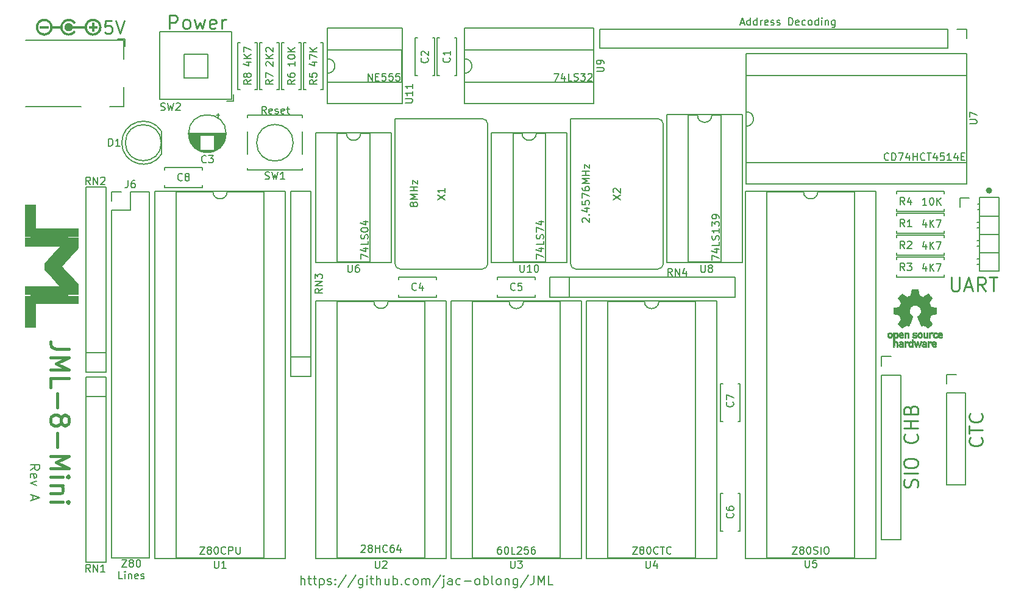
<source format=gbr>
%TF.GenerationSoftware,KiCad,Pcbnew,7.0.8*%
%TF.CreationDate,2023-10-15T11:42:57-04:00*%
%TF.ProjectId,jml-8-mini,6a6d6c2d-382d-46d6-996e-692e6b696361,rev?*%
%TF.SameCoordinates,Original*%
%TF.FileFunction,Legend,Top*%
%TF.FilePolarity,Positive*%
%FSLAX46Y46*%
G04 Gerber Fmt 4.6, Leading zero omitted, Abs format (unit mm)*
G04 Created by KiCad (PCBNEW 7.0.8) date 2023-10-15 11:42:57*
%MOMM*%
%LPD*%
G01*
G04 APERTURE LIST*
%ADD10C,0.457200*%
%ADD11C,0.203200*%
%ADD12C,0.254000*%
%ADD13C,0.152400*%
%ADD14C,0.381000*%
%ADD15C,0.010000*%
G04 APERTURE END LIST*
D10*
X218922600Y-75565000D02*
G75*
G03*
X218922600Y-75565000I-228600J0D01*
G01*
D11*
X85509990Y-114445779D02*
X86114752Y-114022445D01*
X85509990Y-113720064D02*
X86779990Y-113720064D01*
X86779990Y-113720064D02*
X86779990Y-114203874D01*
X86779990Y-114203874D02*
X86719514Y-114324826D01*
X86719514Y-114324826D02*
X86659038Y-114385303D01*
X86659038Y-114385303D02*
X86538086Y-114445779D01*
X86538086Y-114445779D02*
X86356657Y-114445779D01*
X86356657Y-114445779D02*
X86235705Y-114385303D01*
X86235705Y-114385303D02*
X86175228Y-114324826D01*
X86175228Y-114324826D02*
X86114752Y-114203874D01*
X86114752Y-114203874D02*
X86114752Y-113720064D01*
X85570467Y-115473874D02*
X85509990Y-115352922D01*
X85509990Y-115352922D02*
X85509990Y-115111017D01*
X85509990Y-115111017D02*
X85570467Y-114990064D01*
X85570467Y-114990064D02*
X85691419Y-114929588D01*
X85691419Y-114929588D02*
X86175228Y-114929588D01*
X86175228Y-114929588D02*
X86296181Y-114990064D01*
X86296181Y-114990064D02*
X86356657Y-115111017D01*
X86356657Y-115111017D02*
X86356657Y-115352922D01*
X86356657Y-115352922D02*
X86296181Y-115473874D01*
X86296181Y-115473874D02*
X86175228Y-115534350D01*
X86175228Y-115534350D02*
X86054276Y-115534350D01*
X86054276Y-115534350D02*
X85933324Y-114929588D01*
X86356657Y-115957683D02*
X85509990Y-116260064D01*
X85509990Y-116260064D02*
X86356657Y-116562445D01*
X85872847Y-117953397D02*
X85872847Y-118558159D01*
X85509990Y-117832445D02*
X86779990Y-118255778D01*
X86779990Y-118255778D02*
X85509990Y-118679112D01*
D12*
X208704942Y-116818037D02*
X208795656Y-116545895D01*
X208795656Y-116545895D02*
X208795656Y-116092323D01*
X208795656Y-116092323D02*
X208704942Y-115910895D01*
X208704942Y-115910895D02*
X208614227Y-115820180D01*
X208614227Y-115820180D02*
X208432799Y-115729466D01*
X208432799Y-115729466D02*
X208251370Y-115729466D01*
X208251370Y-115729466D02*
X208069942Y-115820180D01*
X208069942Y-115820180D02*
X207979227Y-115910895D01*
X207979227Y-115910895D02*
X207888513Y-116092323D01*
X207888513Y-116092323D02*
X207797799Y-116455180D01*
X207797799Y-116455180D02*
X207707084Y-116636609D01*
X207707084Y-116636609D02*
X207616370Y-116727323D01*
X207616370Y-116727323D02*
X207434942Y-116818037D01*
X207434942Y-116818037D02*
X207253513Y-116818037D01*
X207253513Y-116818037D02*
X207072084Y-116727323D01*
X207072084Y-116727323D02*
X206981370Y-116636609D01*
X206981370Y-116636609D02*
X206890656Y-116455180D01*
X206890656Y-116455180D02*
X206890656Y-116001609D01*
X206890656Y-116001609D02*
X206981370Y-115729466D01*
X208795656Y-114913037D02*
X206890656Y-114913037D01*
X206890656Y-113643037D02*
X206890656Y-113280180D01*
X206890656Y-113280180D02*
X206981370Y-113098751D01*
X206981370Y-113098751D02*
X207162799Y-112917323D01*
X207162799Y-112917323D02*
X207525656Y-112826608D01*
X207525656Y-112826608D02*
X208160656Y-112826608D01*
X208160656Y-112826608D02*
X208523513Y-112917323D01*
X208523513Y-112917323D02*
X208704942Y-113098751D01*
X208704942Y-113098751D02*
X208795656Y-113280180D01*
X208795656Y-113280180D02*
X208795656Y-113643037D01*
X208795656Y-113643037D02*
X208704942Y-113824466D01*
X208704942Y-113824466D02*
X208523513Y-114005894D01*
X208523513Y-114005894D02*
X208160656Y-114096608D01*
X208160656Y-114096608D02*
X207525656Y-114096608D01*
X207525656Y-114096608D02*
X207162799Y-114005894D01*
X207162799Y-114005894D02*
X206981370Y-113824466D01*
X206981370Y-113824466D02*
X206890656Y-113643037D01*
X208614227Y-109470180D02*
X208704942Y-109560894D01*
X208704942Y-109560894D02*
X208795656Y-109833037D01*
X208795656Y-109833037D02*
X208795656Y-110014465D01*
X208795656Y-110014465D02*
X208704942Y-110286608D01*
X208704942Y-110286608D02*
X208523513Y-110468037D01*
X208523513Y-110468037D02*
X208342084Y-110558751D01*
X208342084Y-110558751D02*
X207979227Y-110649465D01*
X207979227Y-110649465D02*
X207707084Y-110649465D01*
X207707084Y-110649465D02*
X207344227Y-110558751D01*
X207344227Y-110558751D02*
X207162799Y-110468037D01*
X207162799Y-110468037D02*
X206981370Y-110286608D01*
X206981370Y-110286608D02*
X206890656Y-110014465D01*
X206890656Y-110014465D02*
X206890656Y-109833037D01*
X206890656Y-109833037D02*
X206981370Y-109560894D01*
X206981370Y-109560894D02*
X207072084Y-109470180D01*
X208795656Y-108653751D02*
X206890656Y-108653751D01*
X207797799Y-108653751D02*
X207797799Y-107565180D01*
X208795656Y-107565180D02*
X206890656Y-107565180D01*
X207797799Y-106023037D02*
X207888513Y-105750894D01*
X207888513Y-105750894D02*
X207979227Y-105660180D01*
X207979227Y-105660180D02*
X208160656Y-105569466D01*
X208160656Y-105569466D02*
X208432799Y-105569466D01*
X208432799Y-105569466D02*
X208614227Y-105660180D01*
X208614227Y-105660180D02*
X208704942Y-105750894D01*
X208704942Y-105750894D02*
X208795656Y-105932323D01*
X208795656Y-105932323D02*
X208795656Y-106658037D01*
X208795656Y-106658037D02*
X206890656Y-106658037D01*
X206890656Y-106658037D02*
X206890656Y-106023037D01*
X206890656Y-106023037D02*
X206981370Y-105841609D01*
X206981370Y-105841609D02*
X207072084Y-105750894D01*
X207072084Y-105750894D02*
X207253513Y-105660180D01*
X207253513Y-105660180D02*
X207434942Y-105660180D01*
X207434942Y-105660180D02*
X207616370Y-105750894D01*
X207616370Y-105750894D02*
X207707084Y-105841609D01*
X207707084Y-105841609D02*
X207797799Y-106023037D01*
X207797799Y-106023037D02*
X207797799Y-106658037D01*
D13*
X162270497Y-79970213D02*
X162222116Y-79921832D01*
X162222116Y-79921832D02*
X162173735Y-79825070D01*
X162173735Y-79825070D02*
X162173735Y-79583165D01*
X162173735Y-79583165D02*
X162222116Y-79486403D01*
X162222116Y-79486403D02*
X162270497Y-79438022D01*
X162270497Y-79438022D02*
X162367259Y-79389641D01*
X162367259Y-79389641D02*
X162464021Y-79389641D01*
X162464021Y-79389641D02*
X162609164Y-79438022D01*
X162609164Y-79438022D02*
X163189735Y-80018594D01*
X163189735Y-80018594D02*
X163189735Y-79389641D01*
X163092974Y-78954213D02*
X163141355Y-78905832D01*
X163141355Y-78905832D02*
X163189735Y-78954213D01*
X163189735Y-78954213D02*
X163141355Y-79002594D01*
X163141355Y-79002594D02*
X163092974Y-78954213D01*
X163092974Y-78954213D02*
X163189735Y-78954213D01*
X162512402Y-78034974D02*
X163189735Y-78034974D01*
X162125355Y-78276879D02*
X162851069Y-78518784D01*
X162851069Y-78518784D02*
X162851069Y-77889831D01*
X162173735Y-77018974D02*
X162173735Y-77502784D01*
X162173735Y-77502784D02*
X162657545Y-77551165D01*
X162657545Y-77551165D02*
X162609164Y-77502784D01*
X162609164Y-77502784D02*
X162560783Y-77406022D01*
X162560783Y-77406022D02*
X162560783Y-77164117D01*
X162560783Y-77164117D02*
X162609164Y-77067355D01*
X162609164Y-77067355D02*
X162657545Y-77018974D01*
X162657545Y-77018974D02*
X162754307Y-76970593D01*
X162754307Y-76970593D02*
X162996212Y-76970593D01*
X162996212Y-76970593D02*
X163092974Y-77018974D01*
X163092974Y-77018974D02*
X163141355Y-77067355D01*
X163141355Y-77067355D02*
X163189735Y-77164117D01*
X163189735Y-77164117D02*
X163189735Y-77406022D01*
X163189735Y-77406022D02*
X163141355Y-77502784D01*
X163141355Y-77502784D02*
X163092974Y-77551165D01*
X162173735Y-76631927D02*
X162173735Y-75954593D01*
X162173735Y-75954593D02*
X163189735Y-76390022D01*
X162173735Y-75132117D02*
X162173735Y-75325641D01*
X162173735Y-75325641D02*
X162222116Y-75422403D01*
X162222116Y-75422403D02*
X162270497Y-75470784D01*
X162270497Y-75470784D02*
X162415640Y-75567546D01*
X162415640Y-75567546D02*
X162609164Y-75615927D01*
X162609164Y-75615927D02*
X162996212Y-75615927D01*
X162996212Y-75615927D02*
X163092974Y-75567546D01*
X163092974Y-75567546D02*
X163141355Y-75519165D01*
X163141355Y-75519165D02*
X163189735Y-75422403D01*
X163189735Y-75422403D02*
X163189735Y-75228879D01*
X163189735Y-75228879D02*
X163141355Y-75132117D01*
X163141355Y-75132117D02*
X163092974Y-75083736D01*
X163092974Y-75083736D02*
X162996212Y-75035355D01*
X162996212Y-75035355D02*
X162754307Y-75035355D01*
X162754307Y-75035355D02*
X162657545Y-75083736D01*
X162657545Y-75083736D02*
X162609164Y-75132117D01*
X162609164Y-75132117D02*
X162560783Y-75228879D01*
X162560783Y-75228879D02*
X162560783Y-75422403D01*
X162560783Y-75422403D02*
X162609164Y-75519165D01*
X162609164Y-75519165D02*
X162657545Y-75567546D01*
X162657545Y-75567546D02*
X162754307Y-75615927D01*
X163189735Y-74599927D02*
X162173735Y-74599927D01*
X162173735Y-74599927D02*
X162899450Y-74261260D01*
X162899450Y-74261260D02*
X162173735Y-73922593D01*
X162173735Y-73922593D02*
X163189735Y-73922593D01*
X163189735Y-73438784D02*
X162173735Y-73438784D01*
X162657545Y-73438784D02*
X162657545Y-72858212D01*
X163189735Y-72858212D02*
X162173735Y-72858212D01*
X162512402Y-72471165D02*
X162512402Y-71938974D01*
X162512402Y-71938974D02*
X163189735Y-72471165D01*
X163189735Y-72471165D02*
X163189735Y-71938974D01*
X150891596Y-125089735D02*
X150698072Y-125089735D01*
X150698072Y-125089735D02*
X150601310Y-125138116D01*
X150601310Y-125138116D02*
X150552929Y-125186497D01*
X150552929Y-125186497D02*
X150456167Y-125331640D01*
X150456167Y-125331640D02*
X150407786Y-125525164D01*
X150407786Y-125525164D02*
X150407786Y-125912212D01*
X150407786Y-125912212D02*
X150456167Y-126008974D01*
X150456167Y-126008974D02*
X150504548Y-126057355D01*
X150504548Y-126057355D02*
X150601310Y-126105735D01*
X150601310Y-126105735D02*
X150794834Y-126105735D01*
X150794834Y-126105735D02*
X150891596Y-126057355D01*
X150891596Y-126057355D02*
X150939977Y-126008974D01*
X150939977Y-126008974D02*
X150988358Y-125912212D01*
X150988358Y-125912212D02*
X150988358Y-125670307D01*
X150988358Y-125670307D02*
X150939977Y-125573545D01*
X150939977Y-125573545D02*
X150891596Y-125525164D01*
X150891596Y-125525164D02*
X150794834Y-125476783D01*
X150794834Y-125476783D02*
X150601310Y-125476783D01*
X150601310Y-125476783D02*
X150504548Y-125525164D01*
X150504548Y-125525164D02*
X150456167Y-125573545D01*
X150456167Y-125573545D02*
X150407786Y-125670307D01*
X151617310Y-125089735D02*
X151714072Y-125089735D01*
X151714072Y-125089735D02*
X151810834Y-125138116D01*
X151810834Y-125138116D02*
X151859215Y-125186497D01*
X151859215Y-125186497D02*
X151907596Y-125283259D01*
X151907596Y-125283259D02*
X151955977Y-125476783D01*
X151955977Y-125476783D02*
X151955977Y-125718688D01*
X151955977Y-125718688D02*
X151907596Y-125912212D01*
X151907596Y-125912212D02*
X151859215Y-126008974D01*
X151859215Y-126008974D02*
X151810834Y-126057355D01*
X151810834Y-126057355D02*
X151714072Y-126105735D01*
X151714072Y-126105735D02*
X151617310Y-126105735D01*
X151617310Y-126105735D02*
X151520548Y-126057355D01*
X151520548Y-126057355D02*
X151472167Y-126008974D01*
X151472167Y-126008974D02*
X151423786Y-125912212D01*
X151423786Y-125912212D02*
X151375405Y-125718688D01*
X151375405Y-125718688D02*
X151375405Y-125476783D01*
X151375405Y-125476783D02*
X151423786Y-125283259D01*
X151423786Y-125283259D02*
X151472167Y-125186497D01*
X151472167Y-125186497D02*
X151520548Y-125138116D01*
X151520548Y-125138116D02*
X151617310Y-125089735D01*
X152875215Y-126105735D02*
X152391405Y-126105735D01*
X152391405Y-126105735D02*
X152391405Y-125089735D01*
X153165500Y-125186497D02*
X153213881Y-125138116D01*
X153213881Y-125138116D02*
X153310643Y-125089735D01*
X153310643Y-125089735D02*
X153552548Y-125089735D01*
X153552548Y-125089735D02*
X153649310Y-125138116D01*
X153649310Y-125138116D02*
X153697691Y-125186497D01*
X153697691Y-125186497D02*
X153746072Y-125283259D01*
X153746072Y-125283259D02*
X153746072Y-125380021D01*
X153746072Y-125380021D02*
X153697691Y-125525164D01*
X153697691Y-125525164D02*
X153117119Y-126105735D01*
X153117119Y-126105735D02*
X153746072Y-126105735D01*
X154665310Y-125089735D02*
X154181500Y-125089735D01*
X154181500Y-125089735D02*
X154133119Y-125573545D01*
X154133119Y-125573545D02*
X154181500Y-125525164D01*
X154181500Y-125525164D02*
X154278262Y-125476783D01*
X154278262Y-125476783D02*
X154520167Y-125476783D01*
X154520167Y-125476783D02*
X154616929Y-125525164D01*
X154616929Y-125525164D02*
X154665310Y-125573545D01*
X154665310Y-125573545D02*
X154713691Y-125670307D01*
X154713691Y-125670307D02*
X154713691Y-125912212D01*
X154713691Y-125912212D02*
X154665310Y-126008974D01*
X154665310Y-126008974D02*
X154616929Y-126057355D01*
X154616929Y-126057355D02*
X154520167Y-126105735D01*
X154520167Y-126105735D02*
X154278262Y-126105735D01*
X154278262Y-126105735D02*
X154181500Y-126057355D01*
X154181500Y-126057355D02*
X154133119Y-126008974D01*
X155584548Y-125089735D02*
X155391024Y-125089735D01*
X155391024Y-125089735D02*
X155294262Y-125138116D01*
X155294262Y-125138116D02*
X155245881Y-125186497D01*
X155245881Y-125186497D02*
X155149119Y-125331640D01*
X155149119Y-125331640D02*
X155100738Y-125525164D01*
X155100738Y-125525164D02*
X155100738Y-125912212D01*
X155100738Y-125912212D02*
X155149119Y-126008974D01*
X155149119Y-126008974D02*
X155197500Y-126057355D01*
X155197500Y-126057355D02*
X155294262Y-126105735D01*
X155294262Y-126105735D02*
X155487786Y-126105735D01*
X155487786Y-126105735D02*
X155584548Y-126057355D01*
X155584548Y-126057355D02*
X155632929Y-126008974D01*
X155632929Y-126008974D02*
X155681310Y-125912212D01*
X155681310Y-125912212D02*
X155681310Y-125670307D01*
X155681310Y-125670307D02*
X155632929Y-125573545D01*
X155632929Y-125573545D02*
X155584548Y-125525164D01*
X155584548Y-125525164D02*
X155487786Y-125476783D01*
X155487786Y-125476783D02*
X155294262Y-125476783D01*
X155294262Y-125476783D02*
X155197500Y-125525164D01*
X155197500Y-125525164D02*
X155149119Y-125573545D01*
X155149119Y-125573545D02*
X155100738Y-125670307D01*
X118270739Y-64891735D02*
X117932072Y-64407926D01*
X117690167Y-64891735D02*
X117690167Y-63875735D01*
X117690167Y-63875735D02*
X118077215Y-63875735D01*
X118077215Y-63875735D02*
X118173977Y-63924116D01*
X118173977Y-63924116D02*
X118222358Y-63972497D01*
X118222358Y-63972497D02*
X118270739Y-64069259D01*
X118270739Y-64069259D02*
X118270739Y-64214402D01*
X118270739Y-64214402D02*
X118222358Y-64311164D01*
X118222358Y-64311164D02*
X118173977Y-64359545D01*
X118173977Y-64359545D02*
X118077215Y-64407926D01*
X118077215Y-64407926D02*
X117690167Y-64407926D01*
X119093215Y-64843355D02*
X118996453Y-64891735D01*
X118996453Y-64891735D02*
X118802929Y-64891735D01*
X118802929Y-64891735D02*
X118706167Y-64843355D01*
X118706167Y-64843355D02*
X118657786Y-64746593D01*
X118657786Y-64746593D02*
X118657786Y-64359545D01*
X118657786Y-64359545D02*
X118706167Y-64262783D01*
X118706167Y-64262783D02*
X118802929Y-64214402D01*
X118802929Y-64214402D02*
X118996453Y-64214402D01*
X118996453Y-64214402D02*
X119093215Y-64262783D01*
X119093215Y-64262783D02*
X119141596Y-64359545D01*
X119141596Y-64359545D02*
X119141596Y-64456307D01*
X119141596Y-64456307D02*
X118657786Y-64553069D01*
X119528643Y-64843355D02*
X119625405Y-64891735D01*
X119625405Y-64891735D02*
X119818929Y-64891735D01*
X119818929Y-64891735D02*
X119915691Y-64843355D01*
X119915691Y-64843355D02*
X119964072Y-64746593D01*
X119964072Y-64746593D02*
X119964072Y-64698212D01*
X119964072Y-64698212D02*
X119915691Y-64601450D01*
X119915691Y-64601450D02*
X119818929Y-64553069D01*
X119818929Y-64553069D02*
X119673786Y-64553069D01*
X119673786Y-64553069D02*
X119577024Y-64504688D01*
X119577024Y-64504688D02*
X119528643Y-64407926D01*
X119528643Y-64407926D02*
X119528643Y-64359545D01*
X119528643Y-64359545D02*
X119577024Y-64262783D01*
X119577024Y-64262783D02*
X119673786Y-64214402D01*
X119673786Y-64214402D02*
X119818929Y-64214402D01*
X119818929Y-64214402D02*
X119915691Y-64262783D01*
X120786548Y-64843355D02*
X120689786Y-64891735D01*
X120689786Y-64891735D02*
X120496262Y-64891735D01*
X120496262Y-64891735D02*
X120399500Y-64843355D01*
X120399500Y-64843355D02*
X120351119Y-64746593D01*
X120351119Y-64746593D02*
X120351119Y-64359545D01*
X120351119Y-64359545D02*
X120399500Y-64262783D01*
X120399500Y-64262783D02*
X120496262Y-64214402D01*
X120496262Y-64214402D02*
X120689786Y-64214402D01*
X120689786Y-64214402D02*
X120786548Y-64262783D01*
X120786548Y-64262783D02*
X120834929Y-64359545D01*
X120834929Y-64359545D02*
X120834929Y-64456307D01*
X120834929Y-64456307D02*
X120351119Y-64553069D01*
X121125214Y-64214402D02*
X121512262Y-64214402D01*
X121270357Y-63875735D02*
X121270357Y-64746593D01*
X121270357Y-64746593D02*
X121318738Y-64843355D01*
X121318738Y-64843355D02*
X121415500Y-64891735D01*
X121415500Y-64891735D02*
X121512262Y-64891735D01*
D12*
X104887676Y-53093656D02*
X104887676Y-51188656D01*
X104887676Y-51188656D02*
X105613390Y-51188656D01*
X105613390Y-51188656D02*
X105794819Y-51279370D01*
X105794819Y-51279370D02*
X105885533Y-51370084D01*
X105885533Y-51370084D02*
X105976247Y-51551513D01*
X105976247Y-51551513D02*
X105976247Y-51823656D01*
X105976247Y-51823656D02*
X105885533Y-52005084D01*
X105885533Y-52005084D02*
X105794819Y-52095799D01*
X105794819Y-52095799D02*
X105613390Y-52186513D01*
X105613390Y-52186513D02*
X104887676Y-52186513D01*
X107064819Y-53093656D02*
X106883390Y-53002942D01*
X106883390Y-53002942D02*
X106792676Y-52912227D01*
X106792676Y-52912227D02*
X106701962Y-52730799D01*
X106701962Y-52730799D02*
X106701962Y-52186513D01*
X106701962Y-52186513D02*
X106792676Y-52005084D01*
X106792676Y-52005084D02*
X106883390Y-51914370D01*
X106883390Y-51914370D02*
X107064819Y-51823656D01*
X107064819Y-51823656D02*
X107336962Y-51823656D01*
X107336962Y-51823656D02*
X107518390Y-51914370D01*
X107518390Y-51914370D02*
X107609105Y-52005084D01*
X107609105Y-52005084D02*
X107699819Y-52186513D01*
X107699819Y-52186513D02*
X107699819Y-52730799D01*
X107699819Y-52730799D02*
X107609105Y-52912227D01*
X107609105Y-52912227D02*
X107518390Y-53002942D01*
X107518390Y-53002942D02*
X107336962Y-53093656D01*
X107336962Y-53093656D02*
X107064819Y-53093656D01*
X108334818Y-51823656D02*
X108697676Y-53093656D01*
X108697676Y-53093656D02*
X109060533Y-52186513D01*
X109060533Y-52186513D02*
X109423390Y-53093656D01*
X109423390Y-53093656D02*
X109786247Y-51823656D01*
X111237675Y-53002942D02*
X111056247Y-53093656D01*
X111056247Y-53093656D02*
X110693390Y-53093656D01*
X110693390Y-53093656D02*
X110511961Y-53002942D01*
X110511961Y-53002942D02*
X110421247Y-52821513D01*
X110421247Y-52821513D02*
X110421247Y-52095799D01*
X110421247Y-52095799D02*
X110511961Y-51914370D01*
X110511961Y-51914370D02*
X110693390Y-51823656D01*
X110693390Y-51823656D02*
X111056247Y-51823656D01*
X111056247Y-51823656D02*
X111237675Y-51914370D01*
X111237675Y-51914370D02*
X111328390Y-52095799D01*
X111328390Y-52095799D02*
X111328390Y-52277227D01*
X111328390Y-52277227D02*
X110421247Y-52458656D01*
X112144818Y-53093656D02*
X112144818Y-51823656D01*
X112144818Y-52186513D02*
X112235532Y-52005084D01*
X112235532Y-52005084D02*
X112326247Y-51914370D01*
X112326247Y-51914370D02*
X112507675Y-51823656D01*
X112507675Y-51823656D02*
X112689104Y-51823656D01*
D13*
X169155405Y-125089735D02*
X169832739Y-125089735D01*
X169832739Y-125089735D02*
X169155405Y-126105735D01*
X169155405Y-126105735D02*
X169832739Y-126105735D01*
X170364929Y-125525164D02*
X170268167Y-125476783D01*
X170268167Y-125476783D02*
X170219786Y-125428402D01*
X170219786Y-125428402D02*
X170171405Y-125331640D01*
X170171405Y-125331640D02*
X170171405Y-125283259D01*
X170171405Y-125283259D02*
X170219786Y-125186497D01*
X170219786Y-125186497D02*
X170268167Y-125138116D01*
X170268167Y-125138116D02*
X170364929Y-125089735D01*
X170364929Y-125089735D02*
X170558453Y-125089735D01*
X170558453Y-125089735D02*
X170655215Y-125138116D01*
X170655215Y-125138116D02*
X170703596Y-125186497D01*
X170703596Y-125186497D02*
X170751977Y-125283259D01*
X170751977Y-125283259D02*
X170751977Y-125331640D01*
X170751977Y-125331640D02*
X170703596Y-125428402D01*
X170703596Y-125428402D02*
X170655215Y-125476783D01*
X170655215Y-125476783D02*
X170558453Y-125525164D01*
X170558453Y-125525164D02*
X170364929Y-125525164D01*
X170364929Y-125525164D02*
X170268167Y-125573545D01*
X170268167Y-125573545D02*
X170219786Y-125621926D01*
X170219786Y-125621926D02*
X170171405Y-125718688D01*
X170171405Y-125718688D02*
X170171405Y-125912212D01*
X170171405Y-125912212D02*
X170219786Y-126008974D01*
X170219786Y-126008974D02*
X170268167Y-126057355D01*
X170268167Y-126057355D02*
X170364929Y-126105735D01*
X170364929Y-126105735D02*
X170558453Y-126105735D01*
X170558453Y-126105735D02*
X170655215Y-126057355D01*
X170655215Y-126057355D02*
X170703596Y-126008974D01*
X170703596Y-126008974D02*
X170751977Y-125912212D01*
X170751977Y-125912212D02*
X170751977Y-125718688D01*
X170751977Y-125718688D02*
X170703596Y-125621926D01*
X170703596Y-125621926D02*
X170655215Y-125573545D01*
X170655215Y-125573545D02*
X170558453Y-125525164D01*
X171380929Y-125089735D02*
X171477691Y-125089735D01*
X171477691Y-125089735D02*
X171574453Y-125138116D01*
X171574453Y-125138116D02*
X171622834Y-125186497D01*
X171622834Y-125186497D02*
X171671215Y-125283259D01*
X171671215Y-125283259D02*
X171719596Y-125476783D01*
X171719596Y-125476783D02*
X171719596Y-125718688D01*
X171719596Y-125718688D02*
X171671215Y-125912212D01*
X171671215Y-125912212D02*
X171622834Y-126008974D01*
X171622834Y-126008974D02*
X171574453Y-126057355D01*
X171574453Y-126057355D02*
X171477691Y-126105735D01*
X171477691Y-126105735D02*
X171380929Y-126105735D01*
X171380929Y-126105735D02*
X171284167Y-126057355D01*
X171284167Y-126057355D02*
X171235786Y-126008974D01*
X171235786Y-126008974D02*
X171187405Y-125912212D01*
X171187405Y-125912212D02*
X171139024Y-125718688D01*
X171139024Y-125718688D02*
X171139024Y-125476783D01*
X171139024Y-125476783D02*
X171187405Y-125283259D01*
X171187405Y-125283259D02*
X171235786Y-125186497D01*
X171235786Y-125186497D02*
X171284167Y-125138116D01*
X171284167Y-125138116D02*
X171380929Y-125089735D01*
X172735596Y-126008974D02*
X172687215Y-126057355D01*
X172687215Y-126057355D02*
X172542072Y-126105735D01*
X172542072Y-126105735D02*
X172445310Y-126105735D01*
X172445310Y-126105735D02*
X172300167Y-126057355D01*
X172300167Y-126057355D02*
X172203405Y-125960593D01*
X172203405Y-125960593D02*
X172155024Y-125863831D01*
X172155024Y-125863831D02*
X172106643Y-125670307D01*
X172106643Y-125670307D02*
X172106643Y-125525164D01*
X172106643Y-125525164D02*
X172155024Y-125331640D01*
X172155024Y-125331640D02*
X172203405Y-125234878D01*
X172203405Y-125234878D02*
X172300167Y-125138116D01*
X172300167Y-125138116D02*
X172445310Y-125089735D01*
X172445310Y-125089735D02*
X172542072Y-125089735D01*
X172542072Y-125089735D02*
X172687215Y-125138116D01*
X172687215Y-125138116D02*
X172735596Y-125186497D01*
X173025881Y-125089735D02*
X173606453Y-125089735D01*
X173316167Y-126105735D02*
X173316167Y-125089735D01*
X174525691Y-126008974D02*
X174477310Y-126057355D01*
X174477310Y-126057355D02*
X174332167Y-126105735D01*
X174332167Y-126105735D02*
X174235405Y-126105735D01*
X174235405Y-126105735D02*
X174090262Y-126057355D01*
X174090262Y-126057355D02*
X173993500Y-125960593D01*
X173993500Y-125960593D02*
X173945119Y-125863831D01*
X173945119Y-125863831D02*
X173896738Y-125670307D01*
X173896738Y-125670307D02*
X173896738Y-125525164D01*
X173896738Y-125525164D02*
X173945119Y-125331640D01*
X173945119Y-125331640D02*
X173993500Y-125234878D01*
X173993500Y-125234878D02*
X174090262Y-125138116D01*
X174090262Y-125138116D02*
X174235405Y-125089735D01*
X174235405Y-125089735D02*
X174332167Y-125089735D01*
X174332167Y-125089735D02*
X174477310Y-125138116D01*
X174477310Y-125138116D02*
X174525691Y-125186497D01*
X191380405Y-125089735D02*
X192057739Y-125089735D01*
X192057739Y-125089735D02*
X191380405Y-126105735D01*
X191380405Y-126105735D02*
X192057739Y-126105735D01*
X192589929Y-125525164D02*
X192493167Y-125476783D01*
X192493167Y-125476783D02*
X192444786Y-125428402D01*
X192444786Y-125428402D02*
X192396405Y-125331640D01*
X192396405Y-125331640D02*
X192396405Y-125283259D01*
X192396405Y-125283259D02*
X192444786Y-125186497D01*
X192444786Y-125186497D02*
X192493167Y-125138116D01*
X192493167Y-125138116D02*
X192589929Y-125089735D01*
X192589929Y-125089735D02*
X192783453Y-125089735D01*
X192783453Y-125089735D02*
X192880215Y-125138116D01*
X192880215Y-125138116D02*
X192928596Y-125186497D01*
X192928596Y-125186497D02*
X192976977Y-125283259D01*
X192976977Y-125283259D02*
X192976977Y-125331640D01*
X192976977Y-125331640D02*
X192928596Y-125428402D01*
X192928596Y-125428402D02*
X192880215Y-125476783D01*
X192880215Y-125476783D02*
X192783453Y-125525164D01*
X192783453Y-125525164D02*
X192589929Y-125525164D01*
X192589929Y-125525164D02*
X192493167Y-125573545D01*
X192493167Y-125573545D02*
X192444786Y-125621926D01*
X192444786Y-125621926D02*
X192396405Y-125718688D01*
X192396405Y-125718688D02*
X192396405Y-125912212D01*
X192396405Y-125912212D02*
X192444786Y-126008974D01*
X192444786Y-126008974D02*
X192493167Y-126057355D01*
X192493167Y-126057355D02*
X192589929Y-126105735D01*
X192589929Y-126105735D02*
X192783453Y-126105735D01*
X192783453Y-126105735D02*
X192880215Y-126057355D01*
X192880215Y-126057355D02*
X192928596Y-126008974D01*
X192928596Y-126008974D02*
X192976977Y-125912212D01*
X192976977Y-125912212D02*
X192976977Y-125718688D01*
X192976977Y-125718688D02*
X192928596Y-125621926D01*
X192928596Y-125621926D02*
X192880215Y-125573545D01*
X192880215Y-125573545D02*
X192783453Y-125525164D01*
X193605929Y-125089735D02*
X193702691Y-125089735D01*
X193702691Y-125089735D02*
X193799453Y-125138116D01*
X193799453Y-125138116D02*
X193847834Y-125186497D01*
X193847834Y-125186497D02*
X193896215Y-125283259D01*
X193896215Y-125283259D02*
X193944596Y-125476783D01*
X193944596Y-125476783D02*
X193944596Y-125718688D01*
X193944596Y-125718688D02*
X193896215Y-125912212D01*
X193896215Y-125912212D02*
X193847834Y-126008974D01*
X193847834Y-126008974D02*
X193799453Y-126057355D01*
X193799453Y-126057355D02*
X193702691Y-126105735D01*
X193702691Y-126105735D02*
X193605929Y-126105735D01*
X193605929Y-126105735D02*
X193509167Y-126057355D01*
X193509167Y-126057355D02*
X193460786Y-126008974D01*
X193460786Y-126008974D02*
X193412405Y-125912212D01*
X193412405Y-125912212D02*
X193364024Y-125718688D01*
X193364024Y-125718688D02*
X193364024Y-125476783D01*
X193364024Y-125476783D02*
X193412405Y-125283259D01*
X193412405Y-125283259D02*
X193460786Y-125186497D01*
X193460786Y-125186497D02*
X193509167Y-125138116D01*
X193509167Y-125138116D02*
X193605929Y-125089735D01*
X194331643Y-126057355D02*
X194476786Y-126105735D01*
X194476786Y-126105735D02*
X194718691Y-126105735D01*
X194718691Y-126105735D02*
X194815453Y-126057355D01*
X194815453Y-126057355D02*
X194863834Y-126008974D01*
X194863834Y-126008974D02*
X194912215Y-125912212D01*
X194912215Y-125912212D02*
X194912215Y-125815450D01*
X194912215Y-125815450D02*
X194863834Y-125718688D01*
X194863834Y-125718688D02*
X194815453Y-125670307D01*
X194815453Y-125670307D02*
X194718691Y-125621926D01*
X194718691Y-125621926D02*
X194525167Y-125573545D01*
X194525167Y-125573545D02*
X194428405Y-125525164D01*
X194428405Y-125525164D02*
X194380024Y-125476783D01*
X194380024Y-125476783D02*
X194331643Y-125380021D01*
X194331643Y-125380021D02*
X194331643Y-125283259D01*
X194331643Y-125283259D02*
X194380024Y-125186497D01*
X194380024Y-125186497D02*
X194428405Y-125138116D01*
X194428405Y-125138116D02*
X194525167Y-125089735D01*
X194525167Y-125089735D02*
X194767072Y-125089735D01*
X194767072Y-125089735D02*
X194912215Y-125138116D01*
X195347643Y-126105735D02*
X195347643Y-125089735D01*
X196024977Y-125089735D02*
X196218501Y-125089735D01*
X196218501Y-125089735D02*
X196315263Y-125138116D01*
X196315263Y-125138116D02*
X196412025Y-125234878D01*
X196412025Y-125234878D02*
X196460406Y-125428402D01*
X196460406Y-125428402D02*
X196460406Y-125767069D01*
X196460406Y-125767069D02*
X196412025Y-125960593D01*
X196412025Y-125960593D02*
X196315263Y-126057355D01*
X196315263Y-126057355D02*
X196218501Y-126105735D01*
X196218501Y-126105735D02*
X196024977Y-126105735D01*
X196024977Y-126105735D02*
X195928215Y-126057355D01*
X195928215Y-126057355D02*
X195831453Y-125960593D01*
X195831453Y-125960593D02*
X195783072Y-125767069D01*
X195783072Y-125767069D02*
X195783072Y-125428402D01*
X195783072Y-125428402D02*
X195831453Y-125234878D01*
X195831453Y-125234878D02*
X195928215Y-125138116D01*
X195928215Y-125138116D02*
X196024977Y-125089735D01*
X204757739Y-71271974D02*
X204709358Y-71320355D01*
X204709358Y-71320355D02*
X204564215Y-71368735D01*
X204564215Y-71368735D02*
X204467453Y-71368735D01*
X204467453Y-71368735D02*
X204322310Y-71320355D01*
X204322310Y-71320355D02*
X204225548Y-71223593D01*
X204225548Y-71223593D02*
X204177167Y-71126831D01*
X204177167Y-71126831D02*
X204128786Y-70933307D01*
X204128786Y-70933307D02*
X204128786Y-70788164D01*
X204128786Y-70788164D02*
X204177167Y-70594640D01*
X204177167Y-70594640D02*
X204225548Y-70497878D01*
X204225548Y-70497878D02*
X204322310Y-70401116D01*
X204322310Y-70401116D02*
X204467453Y-70352735D01*
X204467453Y-70352735D02*
X204564215Y-70352735D01*
X204564215Y-70352735D02*
X204709358Y-70401116D01*
X204709358Y-70401116D02*
X204757739Y-70449497D01*
X205193167Y-71368735D02*
X205193167Y-70352735D01*
X205193167Y-70352735D02*
X205435072Y-70352735D01*
X205435072Y-70352735D02*
X205580215Y-70401116D01*
X205580215Y-70401116D02*
X205676977Y-70497878D01*
X205676977Y-70497878D02*
X205725358Y-70594640D01*
X205725358Y-70594640D02*
X205773739Y-70788164D01*
X205773739Y-70788164D02*
X205773739Y-70933307D01*
X205773739Y-70933307D02*
X205725358Y-71126831D01*
X205725358Y-71126831D02*
X205676977Y-71223593D01*
X205676977Y-71223593D02*
X205580215Y-71320355D01*
X205580215Y-71320355D02*
X205435072Y-71368735D01*
X205435072Y-71368735D02*
X205193167Y-71368735D01*
X206112405Y-70352735D02*
X206789739Y-70352735D01*
X206789739Y-70352735D02*
X206354310Y-71368735D01*
X207612215Y-70691402D02*
X207612215Y-71368735D01*
X207370310Y-70304355D02*
X207128405Y-71030069D01*
X207128405Y-71030069D02*
X207757358Y-71030069D01*
X208144405Y-71368735D02*
X208144405Y-70352735D01*
X208144405Y-70836545D02*
X208724977Y-70836545D01*
X208724977Y-71368735D02*
X208724977Y-70352735D01*
X209789358Y-71271974D02*
X209740977Y-71320355D01*
X209740977Y-71320355D02*
X209595834Y-71368735D01*
X209595834Y-71368735D02*
X209499072Y-71368735D01*
X209499072Y-71368735D02*
X209353929Y-71320355D01*
X209353929Y-71320355D02*
X209257167Y-71223593D01*
X209257167Y-71223593D02*
X209208786Y-71126831D01*
X209208786Y-71126831D02*
X209160405Y-70933307D01*
X209160405Y-70933307D02*
X209160405Y-70788164D01*
X209160405Y-70788164D02*
X209208786Y-70594640D01*
X209208786Y-70594640D02*
X209257167Y-70497878D01*
X209257167Y-70497878D02*
X209353929Y-70401116D01*
X209353929Y-70401116D02*
X209499072Y-70352735D01*
X209499072Y-70352735D02*
X209595834Y-70352735D01*
X209595834Y-70352735D02*
X209740977Y-70401116D01*
X209740977Y-70401116D02*
X209789358Y-70449497D01*
X210079643Y-70352735D02*
X210660215Y-70352735D01*
X210369929Y-71368735D02*
X210369929Y-70352735D01*
X211434310Y-70691402D02*
X211434310Y-71368735D01*
X211192405Y-70304355D02*
X210950500Y-71030069D01*
X210950500Y-71030069D02*
X211579453Y-71030069D01*
X212450310Y-70352735D02*
X211966500Y-70352735D01*
X211966500Y-70352735D02*
X211918119Y-70836545D01*
X211918119Y-70836545D02*
X211966500Y-70788164D01*
X211966500Y-70788164D02*
X212063262Y-70739783D01*
X212063262Y-70739783D02*
X212305167Y-70739783D01*
X212305167Y-70739783D02*
X212401929Y-70788164D01*
X212401929Y-70788164D02*
X212450310Y-70836545D01*
X212450310Y-70836545D02*
X212498691Y-70933307D01*
X212498691Y-70933307D02*
X212498691Y-71175212D01*
X212498691Y-71175212D02*
X212450310Y-71271974D01*
X212450310Y-71271974D02*
X212401929Y-71320355D01*
X212401929Y-71320355D02*
X212305167Y-71368735D01*
X212305167Y-71368735D02*
X212063262Y-71368735D01*
X212063262Y-71368735D02*
X211966500Y-71320355D01*
X211966500Y-71320355D02*
X211918119Y-71271974D01*
X213466310Y-71368735D02*
X212885738Y-71368735D01*
X213176024Y-71368735D02*
X213176024Y-70352735D01*
X213176024Y-70352735D02*
X213079262Y-70497878D01*
X213079262Y-70497878D02*
X212982500Y-70594640D01*
X212982500Y-70594640D02*
X212885738Y-70643021D01*
X214337167Y-70691402D02*
X214337167Y-71368735D01*
X214095262Y-70304355D02*
X213853357Y-71030069D01*
X213853357Y-71030069D02*
X214482310Y-71030069D01*
X214869357Y-70836545D02*
X215208024Y-70836545D01*
X215353167Y-71368735D02*
X214869357Y-71368735D01*
X214869357Y-71368735D02*
X214869357Y-70352735D01*
X214869357Y-70352735D02*
X215353167Y-70352735D01*
X115522402Y-57769403D02*
X116199735Y-57769403D01*
X115135355Y-58011308D02*
X115861069Y-58253213D01*
X115861069Y-58253213D02*
X115861069Y-57624260D01*
X116199735Y-57237213D02*
X115183735Y-57237213D01*
X116199735Y-56656641D02*
X115619164Y-57092070D01*
X115183735Y-56656641D02*
X115764307Y-57237213D01*
X115183735Y-56317975D02*
X115183735Y-55640641D01*
X115183735Y-55640641D02*
X116199735Y-56076070D01*
D12*
X213472676Y-87637656D02*
X213472676Y-89179799D01*
X213472676Y-89179799D02*
X213563390Y-89361227D01*
X213563390Y-89361227D02*
X213654105Y-89451942D01*
X213654105Y-89451942D02*
X213835533Y-89542656D01*
X213835533Y-89542656D02*
X214198390Y-89542656D01*
X214198390Y-89542656D02*
X214379819Y-89451942D01*
X214379819Y-89451942D02*
X214470533Y-89361227D01*
X214470533Y-89361227D02*
X214561247Y-89179799D01*
X214561247Y-89179799D02*
X214561247Y-87637656D01*
X215377676Y-88998370D02*
X216284819Y-88998370D01*
X215196247Y-89542656D02*
X215831247Y-87637656D01*
X215831247Y-87637656D02*
X216466247Y-89542656D01*
X218189818Y-89542656D02*
X217554818Y-88635513D01*
X217101247Y-89542656D02*
X217101247Y-87637656D01*
X217101247Y-87637656D02*
X217826961Y-87637656D01*
X217826961Y-87637656D02*
X218008390Y-87728370D01*
X218008390Y-87728370D02*
X218099104Y-87819084D01*
X218099104Y-87819084D02*
X218189818Y-88000513D01*
X218189818Y-88000513D02*
X218189818Y-88272656D01*
X218189818Y-88272656D02*
X218099104Y-88454084D01*
X218099104Y-88454084D02*
X218008390Y-88544799D01*
X218008390Y-88544799D02*
X217826961Y-88635513D01*
X217826961Y-88635513D02*
X217101247Y-88635513D01*
X218734104Y-87637656D02*
X219822676Y-87637656D01*
X219278390Y-89542656D02*
X219278390Y-87637656D01*
D13*
X109084405Y-125089735D02*
X109761739Y-125089735D01*
X109761739Y-125089735D02*
X109084405Y-126105735D01*
X109084405Y-126105735D02*
X109761739Y-126105735D01*
X110293929Y-125525164D02*
X110197167Y-125476783D01*
X110197167Y-125476783D02*
X110148786Y-125428402D01*
X110148786Y-125428402D02*
X110100405Y-125331640D01*
X110100405Y-125331640D02*
X110100405Y-125283259D01*
X110100405Y-125283259D02*
X110148786Y-125186497D01*
X110148786Y-125186497D02*
X110197167Y-125138116D01*
X110197167Y-125138116D02*
X110293929Y-125089735D01*
X110293929Y-125089735D02*
X110487453Y-125089735D01*
X110487453Y-125089735D02*
X110584215Y-125138116D01*
X110584215Y-125138116D02*
X110632596Y-125186497D01*
X110632596Y-125186497D02*
X110680977Y-125283259D01*
X110680977Y-125283259D02*
X110680977Y-125331640D01*
X110680977Y-125331640D02*
X110632596Y-125428402D01*
X110632596Y-125428402D02*
X110584215Y-125476783D01*
X110584215Y-125476783D02*
X110487453Y-125525164D01*
X110487453Y-125525164D02*
X110293929Y-125525164D01*
X110293929Y-125525164D02*
X110197167Y-125573545D01*
X110197167Y-125573545D02*
X110148786Y-125621926D01*
X110148786Y-125621926D02*
X110100405Y-125718688D01*
X110100405Y-125718688D02*
X110100405Y-125912212D01*
X110100405Y-125912212D02*
X110148786Y-126008974D01*
X110148786Y-126008974D02*
X110197167Y-126057355D01*
X110197167Y-126057355D02*
X110293929Y-126105735D01*
X110293929Y-126105735D02*
X110487453Y-126105735D01*
X110487453Y-126105735D02*
X110584215Y-126057355D01*
X110584215Y-126057355D02*
X110632596Y-126008974D01*
X110632596Y-126008974D02*
X110680977Y-125912212D01*
X110680977Y-125912212D02*
X110680977Y-125718688D01*
X110680977Y-125718688D02*
X110632596Y-125621926D01*
X110632596Y-125621926D02*
X110584215Y-125573545D01*
X110584215Y-125573545D02*
X110487453Y-125525164D01*
X111309929Y-125089735D02*
X111406691Y-125089735D01*
X111406691Y-125089735D02*
X111503453Y-125138116D01*
X111503453Y-125138116D02*
X111551834Y-125186497D01*
X111551834Y-125186497D02*
X111600215Y-125283259D01*
X111600215Y-125283259D02*
X111648596Y-125476783D01*
X111648596Y-125476783D02*
X111648596Y-125718688D01*
X111648596Y-125718688D02*
X111600215Y-125912212D01*
X111600215Y-125912212D02*
X111551834Y-126008974D01*
X111551834Y-126008974D02*
X111503453Y-126057355D01*
X111503453Y-126057355D02*
X111406691Y-126105735D01*
X111406691Y-126105735D02*
X111309929Y-126105735D01*
X111309929Y-126105735D02*
X111213167Y-126057355D01*
X111213167Y-126057355D02*
X111164786Y-126008974D01*
X111164786Y-126008974D02*
X111116405Y-125912212D01*
X111116405Y-125912212D02*
X111068024Y-125718688D01*
X111068024Y-125718688D02*
X111068024Y-125476783D01*
X111068024Y-125476783D02*
X111116405Y-125283259D01*
X111116405Y-125283259D02*
X111164786Y-125186497D01*
X111164786Y-125186497D02*
X111213167Y-125138116D01*
X111213167Y-125138116D02*
X111309929Y-125089735D01*
X112664596Y-126008974D02*
X112616215Y-126057355D01*
X112616215Y-126057355D02*
X112471072Y-126105735D01*
X112471072Y-126105735D02*
X112374310Y-126105735D01*
X112374310Y-126105735D02*
X112229167Y-126057355D01*
X112229167Y-126057355D02*
X112132405Y-125960593D01*
X112132405Y-125960593D02*
X112084024Y-125863831D01*
X112084024Y-125863831D02*
X112035643Y-125670307D01*
X112035643Y-125670307D02*
X112035643Y-125525164D01*
X112035643Y-125525164D02*
X112084024Y-125331640D01*
X112084024Y-125331640D02*
X112132405Y-125234878D01*
X112132405Y-125234878D02*
X112229167Y-125138116D01*
X112229167Y-125138116D02*
X112374310Y-125089735D01*
X112374310Y-125089735D02*
X112471072Y-125089735D01*
X112471072Y-125089735D02*
X112616215Y-125138116D01*
X112616215Y-125138116D02*
X112664596Y-125186497D01*
X113100024Y-126105735D02*
X113100024Y-125089735D01*
X113100024Y-125089735D02*
X113487072Y-125089735D01*
X113487072Y-125089735D02*
X113583834Y-125138116D01*
X113583834Y-125138116D02*
X113632215Y-125186497D01*
X113632215Y-125186497D02*
X113680596Y-125283259D01*
X113680596Y-125283259D02*
X113680596Y-125428402D01*
X113680596Y-125428402D02*
X113632215Y-125525164D01*
X113632215Y-125525164D02*
X113583834Y-125573545D01*
X113583834Y-125573545D02*
X113487072Y-125621926D01*
X113487072Y-125621926D02*
X113100024Y-125621926D01*
X114116024Y-125089735D02*
X114116024Y-125912212D01*
X114116024Y-125912212D02*
X114164405Y-126008974D01*
X114164405Y-126008974D02*
X114212786Y-126057355D01*
X114212786Y-126057355D02*
X114309548Y-126105735D01*
X114309548Y-126105735D02*
X114503072Y-126105735D01*
X114503072Y-126105735D02*
X114599834Y-126057355D01*
X114599834Y-126057355D02*
X114648215Y-126008974D01*
X114648215Y-126008974D02*
X114696596Y-125912212D01*
X114696596Y-125912212D02*
X114696596Y-125089735D01*
X124666402Y-57769403D02*
X125343735Y-57769403D01*
X124279355Y-58011308D02*
X125005069Y-58253213D01*
X125005069Y-58253213D02*
X125005069Y-57624260D01*
X124327735Y-57333975D02*
X124327735Y-56656641D01*
X124327735Y-56656641D02*
X125343735Y-57092070D01*
X125343735Y-56269594D02*
X124327735Y-56269594D01*
X125343735Y-55689022D02*
X124763164Y-56124451D01*
X124327735Y-55689022D02*
X124908307Y-56269594D01*
X118328497Y-58253213D02*
X118280116Y-58204832D01*
X118280116Y-58204832D02*
X118231735Y-58108070D01*
X118231735Y-58108070D02*
X118231735Y-57866165D01*
X118231735Y-57866165D02*
X118280116Y-57769403D01*
X118280116Y-57769403D02*
X118328497Y-57721022D01*
X118328497Y-57721022D02*
X118425259Y-57672641D01*
X118425259Y-57672641D02*
X118522021Y-57672641D01*
X118522021Y-57672641D02*
X118667164Y-57721022D01*
X118667164Y-57721022D02*
X119247735Y-58301594D01*
X119247735Y-58301594D02*
X119247735Y-57672641D01*
X119247735Y-57237213D02*
X118231735Y-57237213D01*
X119247735Y-56656641D02*
X118667164Y-57092070D01*
X118231735Y-56656641D02*
X118812307Y-57237213D01*
X118328497Y-56269594D02*
X118280116Y-56221213D01*
X118280116Y-56221213D02*
X118231735Y-56124451D01*
X118231735Y-56124451D02*
X118231735Y-55882546D01*
X118231735Y-55882546D02*
X118280116Y-55785784D01*
X118280116Y-55785784D02*
X118328497Y-55737403D01*
X118328497Y-55737403D02*
X118425259Y-55689022D01*
X118425259Y-55689022D02*
X118522021Y-55689022D01*
X118522021Y-55689022D02*
X118667164Y-55737403D01*
X118667164Y-55737403D02*
X119247735Y-56317975D01*
X119247735Y-56317975D02*
X119247735Y-55689022D01*
X210043358Y-77591735D02*
X209462786Y-77591735D01*
X209753072Y-77591735D02*
X209753072Y-76575735D01*
X209753072Y-76575735D02*
X209656310Y-76720878D01*
X209656310Y-76720878D02*
X209559548Y-76817640D01*
X209559548Y-76817640D02*
X209462786Y-76866021D01*
X210672310Y-76575735D02*
X210769072Y-76575735D01*
X210769072Y-76575735D02*
X210865834Y-76624116D01*
X210865834Y-76624116D02*
X210914215Y-76672497D01*
X210914215Y-76672497D02*
X210962596Y-76769259D01*
X210962596Y-76769259D02*
X211010977Y-76962783D01*
X211010977Y-76962783D02*
X211010977Y-77204688D01*
X211010977Y-77204688D02*
X210962596Y-77398212D01*
X210962596Y-77398212D02*
X210914215Y-77494974D01*
X210914215Y-77494974D02*
X210865834Y-77543355D01*
X210865834Y-77543355D02*
X210769072Y-77591735D01*
X210769072Y-77591735D02*
X210672310Y-77591735D01*
X210672310Y-77591735D02*
X210575548Y-77543355D01*
X210575548Y-77543355D02*
X210527167Y-77494974D01*
X210527167Y-77494974D02*
X210478786Y-77398212D01*
X210478786Y-77398212D02*
X210430405Y-77204688D01*
X210430405Y-77204688D02*
X210430405Y-76962783D01*
X210430405Y-76962783D02*
X210478786Y-76769259D01*
X210478786Y-76769259D02*
X210527167Y-76672497D01*
X210527167Y-76672497D02*
X210575548Y-76624116D01*
X210575548Y-76624116D02*
X210672310Y-76575735D01*
X211446405Y-77591735D02*
X211446405Y-76575735D01*
X212026977Y-77591735D02*
X211591548Y-77011164D01*
X212026977Y-76575735D02*
X211446405Y-77156307D01*
D12*
X217631227Y-109923752D02*
X217721942Y-110014466D01*
X217721942Y-110014466D02*
X217812656Y-110286609D01*
X217812656Y-110286609D02*
X217812656Y-110468037D01*
X217812656Y-110468037D02*
X217721942Y-110740180D01*
X217721942Y-110740180D02*
X217540513Y-110921609D01*
X217540513Y-110921609D02*
X217359084Y-111012323D01*
X217359084Y-111012323D02*
X216996227Y-111103037D01*
X216996227Y-111103037D02*
X216724084Y-111103037D01*
X216724084Y-111103037D02*
X216361227Y-111012323D01*
X216361227Y-111012323D02*
X216179799Y-110921609D01*
X216179799Y-110921609D02*
X215998370Y-110740180D01*
X215998370Y-110740180D02*
X215907656Y-110468037D01*
X215907656Y-110468037D02*
X215907656Y-110286609D01*
X215907656Y-110286609D02*
X215998370Y-110014466D01*
X215998370Y-110014466D02*
X216089084Y-109923752D01*
X215907656Y-109379466D02*
X215907656Y-108290895D01*
X217812656Y-108835180D02*
X215907656Y-108835180D01*
X217631227Y-106567323D02*
X217721942Y-106658037D01*
X217721942Y-106658037D02*
X217812656Y-106930180D01*
X217812656Y-106930180D02*
X217812656Y-107111608D01*
X217812656Y-107111608D02*
X217721942Y-107383751D01*
X217721942Y-107383751D02*
X217540513Y-107565180D01*
X217540513Y-107565180D02*
X217359084Y-107655894D01*
X217359084Y-107655894D02*
X216996227Y-107746608D01*
X216996227Y-107746608D02*
X216724084Y-107746608D01*
X216724084Y-107746608D02*
X216361227Y-107655894D01*
X216361227Y-107655894D02*
X216179799Y-107565180D01*
X216179799Y-107565180D02*
X215998370Y-107383751D01*
X215998370Y-107383751D02*
X215907656Y-107111608D01*
X215907656Y-107111608D02*
X215907656Y-106930180D01*
X215907656Y-106930180D02*
X215998370Y-106658037D01*
X215998370Y-106658037D02*
X216089084Y-106567323D01*
D13*
X209946596Y-83010402D02*
X209946596Y-83687735D01*
X209704691Y-82623355D02*
X209462786Y-83349069D01*
X209462786Y-83349069D02*
X210091739Y-83349069D01*
X210478786Y-83687735D02*
X210478786Y-82671735D01*
X211059358Y-83687735D02*
X210623929Y-83107164D01*
X211059358Y-82671735D02*
X210478786Y-83252307D01*
X211398024Y-82671735D02*
X212075358Y-82671735D01*
X212075358Y-82671735D02*
X211639929Y-83687735D01*
X155823735Y-85098594D02*
X155823735Y-84421260D01*
X155823735Y-84421260D02*
X156839735Y-84856689D01*
X156162402Y-83598784D02*
X156839735Y-83598784D01*
X155775355Y-83840689D02*
X156501069Y-84082594D01*
X156501069Y-84082594D02*
X156501069Y-83453641D01*
X156839735Y-82582784D02*
X156839735Y-83066594D01*
X156839735Y-83066594D02*
X155823735Y-83066594D01*
X156791355Y-82292499D02*
X156839735Y-82147356D01*
X156839735Y-82147356D02*
X156839735Y-81905451D01*
X156839735Y-81905451D02*
X156791355Y-81808689D01*
X156791355Y-81808689D02*
X156742974Y-81760308D01*
X156742974Y-81760308D02*
X156646212Y-81711927D01*
X156646212Y-81711927D02*
X156549450Y-81711927D01*
X156549450Y-81711927D02*
X156452688Y-81760308D01*
X156452688Y-81760308D02*
X156404307Y-81808689D01*
X156404307Y-81808689D02*
X156355926Y-81905451D01*
X156355926Y-81905451D02*
X156307545Y-82098975D01*
X156307545Y-82098975D02*
X156259164Y-82195737D01*
X156259164Y-82195737D02*
X156210783Y-82244118D01*
X156210783Y-82244118D02*
X156114021Y-82292499D01*
X156114021Y-82292499D02*
X156017259Y-82292499D01*
X156017259Y-82292499D02*
X155920497Y-82244118D01*
X155920497Y-82244118D02*
X155872116Y-82195737D01*
X155872116Y-82195737D02*
X155823735Y-82098975D01*
X155823735Y-82098975D02*
X155823735Y-81857070D01*
X155823735Y-81857070D02*
X155872116Y-81711927D01*
X155823735Y-81373261D02*
X155823735Y-80695927D01*
X155823735Y-80695927D02*
X156839735Y-81131356D01*
X156162402Y-79873451D02*
X156839735Y-79873451D01*
X155775355Y-80115356D02*
X156501069Y-80357261D01*
X156501069Y-80357261D02*
X156501069Y-79728308D01*
X209946596Y-79962402D02*
X209946596Y-80639735D01*
X209704691Y-79575355D02*
X209462786Y-80301069D01*
X209462786Y-80301069D02*
X210091739Y-80301069D01*
X210478786Y-80639735D02*
X210478786Y-79623735D01*
X211059358Y-80639735D02*
X210623929Y-80059164D01*
X211059358Y-79623735D02*
X210478786Y-80204307D01*
X211398024Y-79623735D02*
X212075358Y-79623735D01*
X212075358Y-79623735D02*
X211639929Y-80639735D01*
X98261714Y-126882975D02*
X98939048Y-126882975D01*
X98939048Y-126882975D02*
X98261714Y-127898975D01*
X98261714Y-127898975D02*
X98939048Y-127898975D01*
X99471238Y-127318404D02*
X99374476Y-127270023D01*
X99374476Y-127270023D02*
X99326095Y-127221642D01*
X99326095Y-127221642D02*
X99277714Y-127124880D01*
X99277714Y-127124880D02*
X99277714Y-127076499D01*
X99277714Y-127076499D02*
X99326095Y-126979737D01*
X99326095Y-126979737D02*
X99374476Y-126931356D01*
X99374476Y-126931356D02*
X99471238Y-126882975D01*
X99471238Y-126882975D02*
X99664762Y-126882975D01*
X99664762Y-126882975D02*
X99761524Y-126931356D01*
X99761524Y-126931356D02*
X99809905Y-126979737D01*
X99809905Y-126979737D02*
X99858286Y-127076499D01*
X99858286Y-127076499D02*
X99858286Y-127124880D01*
X99858286Y-127124880D02*
X99809905Y-127221642D01*
X99809905Y-127221642D02*
X99761524Y-127270023D01*
X99761524Y-127270023D02*
X99664762Y-127318404D01*
X99664762Y-127318404D02*
X99471238Y-127318404D01*
X99471238Y-127318404D02*
X99374476Y-127366785D01*
X99374476Y-127366785D02*
X99326095Y-127415166D01*
X99326095Y-127415166D02*
X99277714Y-127511928D01*
X99277714Y-127511928D02*
X99277714Y-127705452D01*
X99277714Y-127705452D02*
X99326095Y-127802214D01*
X99326095Y-127802214D02*
X99374476Y-127850595D01*
X99374476Y-127850595D02*
X99471238Y-127898975D01*
X99471238Y-127898975D02*
X99664762Y-127898975D01*
X99664762Y-127898975D02*
X99761524Y-127850595D01*
X99761524Y-127850595D02*
X99809905Y-127802214D01*
X99809905Y-127802214D02*
X99858286Y-127705452D01*
X99858286Y-127705452D02*
X99858286Y-127511928D01*
X99858286Y-127511928D02*
X99809905Y-127415166D01*
X99809905Y-127415166D02*
X99761524Y-127366785D01*
X99761524Y-127366785D02*
X99664762Y-127318404D01*
X100487238Y-126882975D02*
X100584000Y-126882975D01*
X100584000Y-126882975D02*
X100680762Y-126931356D01*
X100680762Y-126931356D02*
X100729143Y-126979737D01*
X100729143Y-126979737D02*
X100777524Y-127076499D01*
X100777524Y-127076499D02*
X100825905Y-127270023D01*
X100825905Y-127270023D02*
X100825905Y-127511928D01*
X100825905Y-127511928D02*
X100777524Y-127705452D01*
X100777524Y-127705452D02*
X100729143Y-127802214D01*
X100729143Y-127802214D02*
X100680762Y-127850595D01*
X100680762Y-127850595D02*
X100584000Y-127898975D01*
X100584000Y-127898975D02*
X100487238Y-127898975D01*
X100487238Y-127898975D02*
X100390476Y-127850595D01*
X100390476Y-127850595D02*
X100342095Y-127802214D01*
X100342095Y-127802214D02*
X100293714Y-127705452D01*
X100293714Y-127705452D02*
X100245333Y-127511928D01*
X100245333Y-127511928D02*
X100245333Y-127270023D01*
X100245333Y-127270023D02*
X100293714Y-127076499D01*
X100293714Y-127076499D02*
X100342095Y-126979737D01*
X100342095Y-126979737D02*
X100390476Y-126931356D01*
X100390476Y-126931356D02*
X100487238Y-126882975D01*
X98334286Y-129534735D02*
X97850476Y-129534735D01*
X97850476Y-129534735D02*
X97850476Y-128518735D01*
X98672952Y-129534735D02*
X98672952Y-128857402D01*
X98672952Y-128518735D02*
X98624571Y-128567116D01*
X98624571Y-128567116D02*
X98672952Y-128615497D01*
X98672952Y-128615497D02*
X98721333Y-128567116D01*
X98721333Y-128567116D02*
X98672952Y-128518735D01*
X98672952Y-128518735D02*
X98672952Y-128615497D01*
X99156762Y-128857402D02*
X99156762Y-129534735D01*
X99156762Y-128954164D02*
X99205143Y-128905783D01*
X99205143Y-128905783D02*
X99301905Y-128857402D01*
X99301905Y-128857402D02*
X99447048Y-128857402D01*
X99447048Y-128857402D02*
X99543810Y-128905783D01*
X99543810Y-128905783D02*
X99592191Y-129002545D01*
X99592191Y-129002545D02*
X99592191Y-129534735D01*
X100463048Y-129486355D02*
X100366286Y-129534735D01*
X100366286Y-129534735D02*
X100172762Y-129534735D01*
X100172762Y-129534735D02*
X100076000Y-129486355D01*
X100076000Y-129486355D02*
X100027619Y-129389593D01*
X100027619Y-129389593D02*
X100027619Y-129002545D01*
X100027619Y-129002545D02*
X100076000Y-128905783D01*
X100076000Y-128905783D02*
X100172762Y-128857402D01*
X100172762Y-128857402D02*
X100366286Y-128857402D01*
X100366286Y-128857402D02*
X100463048Y-128905783D01*
X100463048Y-128905783D02*
X100511429Y-129002545D01*
X100511429Y-129002545D02*
X100511429Y-129099307D01*
X100511429Y-129099307D02*
X100027619Y-129196069D01*
X100898476Y-129486355D02*
X100995238Y-129534735D01*
X100995238Y-129534735D02*
X101188762Y-129534735D01*
X101188762Y-129534735D02*
X101285524Y-129486355D01*
X101285524Y-129486355D02*
X101333905Y-129389593D01*
X101333905Y-129389593D02*
X101333905Y-129341212D01*
X101333905Y-129341212D02*
X101285524Y-129244450D01*
X101285524Y-129244450D02*
X101188762Y-129196069D01*
X101188762Y-129196069D02*
X101043619Y-129196069D01*
X101043619Y-129196069D02*
X100946857Y-129147688D01*
X100946857Y-129147688D02*
X100898476Y-129050926D01*
X100898476Y-129050926D02*
X100898476Y-129002545D01*
X100898476Y-129002545D02*
X100946857Y-128905783D01*
X100946857Y-128905783D02*
X101043619Y-128857402D01*
X101043619Y-128857402D02*
X101188762Y-128857402D01*
X101188762Y-128857402D02*
X101285524Y-128905783D01*
D11*
X123118064Y-130390009D02*
X123118064Y-129120009D01*
X123662350Y-130390009D02*
X123662350Y-129724771D01*
X123662350Y-129724771D02*
X123601874Y-129603818D01*
X123601874Y-129603818D02*
X123480922Y-129543342D01*
X123480922Y-129543342D02*
X123299493Y-129543342D01*
X123299493Y-129543342D02*
X123178541Y-129603818D01*
X123178541Y-129603818D02*
X123118064Y-129664294D01*
X124085684Y-129543342D02*
X124569493Y-129543342D01*
X124267112Y-129120009D02*
X124267112Y-130208580D01*
X124267112Y-130208580D02*
X124327589Y-130329533D01*
X124327589Y-130329533D02*
X124448541Y-130390009D01*
X124448541Y-130390009D02*
X124569493Y-130390009D01*
X124811398Y-129543342D02*
X125295207Y-129543342D01*
X124992826Y-129120009D02*
X124992826Y-130208580D01*
X124992826Y-130208580D02*
X125053303Y-130329533D01*
X125053303Y-130329533D02*
X125174255Y-130390009D01*
X125174255Y-130390009D02*
X125295207Y-130390009D01*
X125718540Y-129543342D02*
X125718540Y-130813342D01*
X125718540Y-129603818D02*
X125839493Y-129543342D01*
X125839493Y-129543342D02*
X126081398Y-129543342D01*
X126081398Y-129543342D02*
X126202350Y-129603818D01*
X126202350Y-129603818D02*
X126262826Y-129664294D01*
X126262826Y-129664294D02*
X126323302Y-129785247D01*
X126323302Y-129785247D02*
X126323302Y-130148104D01*
X126323302Y-130148104D02*
X126262826Y-130269056D01*
X126262826Y-130269056D02*
X126202350Y-130329533D01*
X126202350Y-130329533D02*
X126081398Y-130390009D01*
X126081398Y-130390009D02*
X125839493Y-130390009D01*
X125839493Y-130390009D02*
X125718540Y-130329533D01*
X126807112Y-130329533D02*
X126928065Y-130390009D01*
X126928065Y-130390009D02*
X127169969Y-130390009D01*
X127169969Y-130390009D02*
X127290922Y-130329533D01*
X127290922Y-130329533D02*
X127351398Y-130208580D01*
X127351398Y-130208580D02*
X127351398Y-130148104D01*
X127351398Y-130148104D02*
X127290922Y-130027152D01*
X127290922Y-130027152D02*
X127169969Y-129966675D01*
X127169969Y-129966675D02*
X126988541Y-129966675D01*
X126988541Y-129966675D02*
X126867588Y-129906199D01*
X126867588Y-129906199D02*
X126807112Y-129785247D01*
X126807112Y-129785247D02*
X126807112Y-129724771D01*
X126807112Y-129724771D02*
X126867588Y-129603818D01*
X126867588Y-129603818D02*
X126988541Y-129543342D01*
X126988541Y-129543342D02*
X127169969Y-129543342D01*
X127169969Y-129543342D02*
X127290922Y-129603818D01*
X127895683Y-130269056D02*
X127956160Y-130329533D01*
X127956160Y-130329533D02*
X127895683Y-130390009D01*
X127895683Y-130390009D02*
X127835207Y-130329533D01*
X127835207Y-130329533D02*
X127895683Y-130269056D01*
X127895683Y-130269056D02*
X127895683Y-130390009D01*
X127895683Y-129603818D02*
X127956160Y-129664294D01*
X127956160Y-129664294D02*
X127895683Y-129724771D01*
X127895683Y-129724771D02*
X127835207Y-129664294D01*
X127835207Y-129664294D02*
X127895683Y-129603818D01*
X127895683Y-129603818D02*
X127895683Y-129724771D01*
X129407588Y-129059533D02*
X128319017Y-130692390D01*
X130738064Y-129059533D02*
X129649493Y-130692390D01*
X131705683Y-129543342D02*
X131705683Y-130571437D01*
X131705683Y-130571437D02*
X131645207Y-130692390D01*
X131645207Y-130692390D02*
X131584731Y-130752866D01*
X131584731Y-130752866D02*
X131463778Y-130813342D01*
X131463778Y-130813342D02*
X131282350Y-130813342D01*
X131282350Y-130813342D02*
X131161397Y-130752866D01*
X131705683Y-130329533D02*
X131584731Y-130390009D01*
X131584731Y-130390009D02*
X131342826Y-130390009D01*
X131342826Y-130390009D02*
X131221874Y-130329533D01*
X131221874Y-130329533D02*
X131161397Y-130269056D01*
X131161397Y-130269056D02*
X131100921Y-130148104D01*
X131100921Y-130148104D02*
X131100921Y-129785247D01*
X131100921Y-129785247D02*
X131161397Y-129664294D01*
X131161397Y-129664294D02*
X131221874Y-129603818D01*
X131221874Y-129603818D02*
X131342826Y-129543342D01*
X131342826Y-129543342D02*
X131584731Y-129543342D01*
X131584731Y-129543342D02*
X131705683Y-129603818D01*
X132310445Y-130390009D02*
X132310445Y-129543342D01*
X132310445Y-129120009D02*
X132249969Y-129180485D01*
X132249969Y-129180485D02*
X132310445Y-129240961D01*
X132310445Y-129240961D02*
X132370922Y-129180485D01*
X132370922Y-129180485D02*
X132310445Y-129120009D01*
X132310445Y-129120009D02*
X132310445Y-129240961D01*
X132733779Y-129543342D02*
X133217588Y-129543342D01*
X132915207Y-129120009D02*
X132915207Y-130208580D01*
X132915207Y-130208580D02*
X132975684Y-130329533D01*
X132975684Y-130329533D02*
X133096636Y-130390009D01*
X133096636Y-130390009D02*
X133217588Y-130390009D01*
X133640921Y-130390009D02*
X133640921Y-129120009D01*
X134185207Y-130390009D02*
X134185207Y-129724771D01*
X134185207Y-129724771D02*
X134124731Y-129603818D01*
X134124731Y-129603818D02*
X134003779Y-129543342D01*
X134003779Y-129543342D02*
X133822350Y-129543342D01*
X133822350Y-129543342D02*
X133701398Y-129603818D01*
X133701398Y-129603818D02*
X133640921Y-129664294D01*
X135334255Y-129543342D02*
X135334255Y-130390009D01*
X134789969Y-129543342D02*
X134789969Y-130208580D01*
X134789969Y-130208580D02*
X134850446Y-130329533D01*
X134850446Y-130329533D02*
X134971398Y-130390009D01*
X134971398Y-130390009D02*
X135152827Y-130390009D01*
X135152827Y-130390009D02*
X135273779Y-130329533D01*
X135273779Y-130329533D02*
X135334255Y-130269056D01*
X135939017Y-130390009D02*
X135939017Y-129120009D01*
X135939017Y-129603818D02*
X136059970Y-129543342D01*
X136059970Y-129543342D02*
X136301875Y-129543342D01*
X136301875Y-129543342D02*
X136422827Y-129603818D01*
X136422827Y-129603818D02*
X136483303Y-129664294D01*
X136483303Y-129664294D02*
X136543779Y-129785247D01*
X136543779Y-129785247D02*
X136543779Y-130148104D01*
X136543779Y-130148104D02*
X136483303Y-130269056D01*
X136483303Y-130269056D02*
X136422827Y-130329533D01*
X136422827Y-130329533D02*
X136301875Y-130390009D01*
X136301875Y-130390009D02*
X136059970Y-130390009D01*
X136059970Y-130390009D02*
X135939017Y-130329533D01*
X137088065Y-130269056D02*
X137148542Y-130329533D01*
X137148542Y-130329533D02*
X137088065Y-130390009D01*
X137088065Y-130390009D02*
X137027589Y-130329533D01*
X137027589Y-130329533D02*
X137088065Y-130269056D01*
X137088065Y-130269056D02*
X137088065Y-130390009D01*
X138237113Y-130329533D02*
X138116161Y-130390009D01*
X138116161Y-130390009D02*
X137874256Y-130390009D01*
X137874256Y-130390009D02*
X137753304Y-130329533D01*
X137753304Y-130329533D02*
X137692827Y-130269056D01*
X137692827Y-130269056D02*
X137632351Y-130148104D01*
X137632351Y-130148104D02*
X137632351Y-129785247D01*
X137632351Y-129785247D02*
X137692827Y-129664294D01*
X137692827Y-129664294D02*
X137753304Y-129603818D01*
X137753304Y-129603818D02*
X137874256Y-129543342D01*
X137874256Y-129543342D02*
X138116161Y-129543342D01*
X138116161Y-129543342D02*
X138237113Y-129603818D01*
X138962827Y-130390009D02*
X138841875Y-130329533D01*
X138841875Y-130329533D02*
X138781398Y-130269056D01*
X138781398Y-130269056D02*
X138720922Y-130148104D01*
X138720922Y-130148104D02*
X138720922Y-129785247D01*
X138720922Y-129785247D02*
X138781398Y-129664294D01*
X138781398Y-129664294D02*
X138841875Y-129603818D01*
X138841875Y-129603818D02*
X138962827Y-129543342D01*
X138962827Y-129543342D02*
X139144256Y-129543342D01*
X139144256Y-129543342D02*
X139265208Y-129603818D01*
X139265208Y-129603818D02*
X139325684Y-129664294D01*
X139325684Y-129664294D02*
X139386160Y-129785247D01*
X139386160Y-129785247D02*
X139386160Y-130148104D01*
X139386160Y-130148104D02*
X139325684Y-130269056D01*
X139325684Y-130269056D02*
X139265208Y-130329533D01*
X139265208Y-130329533D02*
X139144256Y-130390009D01*
X139144256Y-130390009D02*
X138962827Y-130390009D01*
X139930446Y-130390009D02*
X139930446Y-129543342D01*
X139930446Y-129664294D02*
X139990923Y-129603818D01*
X139990923Y-129603818D02*
X140111875Y-129543342D01*
X140111875Y-129543342D02*
X140293304Y-129543342D01*
X140293304Y-129543342D02*
X140414256Y-129603818D01*
X140414256Y-129603818D02*
X140474732Y-129724771D01*
X140474732Y-129724771D02*
X140474732Y-130390009D01*
X140474732Y-129724771D02*
X140535208Y-129603818D01*
X140535208Y-129603818D02*
X140656161Y-129543342D01*
X140656161Y-129543342D02*
X140837589Y-129543342D01*
X140837589Y-129543342D02*
X140958542Y-129603818D01*
X140958542Y-129603818D02*
X141019018Y-129724771D01*
X141019018Y-129724771D02*
X141019018Y-130390009D01*
X142530922Y-129059533D02*
X141442351Y-130692390D01*
X142954255Y-129543342D02*
X142954255Y-130631913D01*
X142954255Y-130631913D02*
X142893779Y-130752866D01*
X142893779Y-130752866D02*
X142772827Y-130813342D01*
X142772827Y-130813342D02*
X142712351Y-130813342D01*
X142954255Y-129120009D02*
X142893779Y-129180485D01*
X142893779Y-129180485D02*
X142954255Y-129240961D01*
X142954255Y-129240961D02*
X143014732Y-129180485D01*
X143014732Y-129180485D02*
X142954255Y-129120009D01*
X142954255Y-129120009D02*
X142954255Y-129240961D01*
X144103303Y-130390009D02*
X144103303Y-129724771D01*
X144103303Y-129724771D02*
X144042827Y-129603818D01*
X144042827Y-129603818D02*
X143921875Y-129543342D01*
X143921875Y-129543342D02*
X143679970Y-129543342D01*
X143679970Y-129543342D02*
X143559017Y-129603818D01*
X144103303Y-130329533D02*
X143982351Y-130390009D01*
X143982351Y-130390009D02*
X143679970Y-130390009D01*
X143679970Y-130390009D02*
X143559017Y-130329533D01*
X143559017Y-130329533D02*
X143498541Y-130208580D01*
X143498541Y-130208580D02*
X143498541Y-130087628D01*
X143498541Y-130087628D02*
X143559017Y-129966675D01*
X143559017Y-129966675D02*
X143679970Y-129906199D01*
X143679970Y-129906199D02*
X143982351Y-129906199D01*
X143982351Y-129906199D02*
X144103303Y-129845723D01*
X145252351Y-130329533D02*
X145131399Y-130390009D01*
X145131399Y-130390009D02*
X144889494Y-130390009D01*
X144889494Y-130390009D02*
X144768542Y-130329533D01*
X144768542Y-130329533D02*
X144708065Y-130269056D01*
X144708065Y-130269056D02*
X144647589Y-130148104D01*
X144647589Y-130148104D02*
X144647589Y-129785247D01*
X144647589Y-129785247D02*
X144708065Y-129664294D01*
X144708065Y-129664294D02*
X144768542Y-129603818D01*
X144768542Y-129603818D02*
X144889494Y-129543342D01*
X144889494Y-129543342D02*
X145131399Y-129543342D01*
X145131399Y-129543342D02*
X145252351Y-129603818D01*
X145796636Y-129906199D02*
X146764256Y-129906199D01*
X147550446Y-130390009D02*
X147429494Y-130329533D01*
X147429494Y-130329533D02*
X147369017Y-130269056D01*
X147369017Y-130269056D02*
X147308541Y-130148104D01*
X147308541Y-130148104D02*
X147308541Y-129785247D01*
X147308541Y-129785247D02*
X147369017Y-129664294D01*
X147369017Y-129664294D02*
X147429494Y-129603818D01*
X147429494Y-129603818D02*
X147550446Y-129543342D01*
X147550446Y-129543342D02*
X147731875Y-129543342D01*
X147731875Y-129543342D02*
X147852827Y-129603818D01*
X147852827Y-129603818D02*
X147913303Y-129664294D01*
X147913303Y-129664294D02*
X147973779Y-129785247D01*
X147973779Y-129785247D02*
X147973779Y-130148104D01*
X147973779Y-130148104D02*
X147913303Y-130269056D01*
X147913303Y-130269056D02*
X147852827Y-130329533D01*
X147852827Y-130329533D02*
X147731875Y-130390009D01*
X147731875Y-130390009D02*
X147550446Y-130390009D01*
X148518065Y-130390009D02*
X148518065Y-129120009D01*
X148518065Y-129603818D02*
X148639018Y-129543342D01*
X148639018Y-129543342D02*
X148880923Y-129543342D01*
X148880923Y-129543342D02*
X149001875Y-129603818D01*
X149001875Y-129603818D02*
X149062351Y-129664294D01*
X149062351Y-129664294D02*
X149122827Y-129785247D01*
X149122827Y-129785247D02*
X149122827Y-130148104D01*
X149122827Y-130148104D02*
X149062351Y-130269056D01*
X149062351Y-130269056D02*
X149001875Y-130329533D01*
X149001875Y-130329533D02*
X148880923Y-130390009D01*
X148880923Y-130390009D02*
X148639018Y-130390009D01*
X148639018Y-130390009D02*
X148518065Y-130329533D01*
X149848542Y-130390009D02*
X149727590Y-130329533D01*
X149727590Y-130329533D02*
X149667113Y-130208580D01*
X149667113Y-130208580D02*
X149667113Y-129120009D01*
X150513780Y-130390009D02*
X150392828Y-130329533D01*
X150392828Y-130329533D02*
X150332351Y-130269056D01*
X150332351Y-130269056D02*
X150271875Y-130148104D01*
X150271875Y-130148104D02*
X150271875Y-129785247D01*
X150271875Y-129785247D02*
X150332351Y-129664294D01*
X150332351Y-129664294D02*
X150392828Y-129603818D01*
X150392828Y-129603818D02*
X150513780Y-129543342D01*
X150513780Y-129543342D02*
X150695209Y-129543342D01*
X150695209Y-129543342D02*
X150816161Y-129603818D01*
X150816161Y-129603818D02*
X150876637Y-129664294D01*
X150876637Y-129664294D02*
X150937113Y-129785247D01*
X150937113Y-129785247D02*
X150937113Y-130148104D01*
X150937113Y-130148104D02*
X150876637Y-130269056D01*
X150876637Y-130269056D02*
X150816161Y-130329533D01*
X150816161Y-130329533D02*
X150695209Y-130390009D01*
X150695209Y-130390009D02*
X150513780Y-130390009D01*
X151481399Y-129543342D02*
X151481399Y-130390009D01*
X151481399Y-129664294D02*
X151541876Y-129603818D01*
X151541876Y-129603818D02*
X151662828Y-129543342D01*
X151662828Y-129543342D02*
X151844257Y-129543342D01*
X151844257Y-129543342D02*
X151965209Y-129603818D01*
X151965209Y-129603818D02*
X152025685Y-129724771D01*
X152025685Y-129724771D02*
X152025685Y-130390009D01*
X153174733Y-129543342D02*
X153174733Y-130571437D01*
X153174733Y-130571437D02*
X153114257Y-130692390D01*
X153114257Y-130692390D02*
X153053781Y-130752866D01*
X153053781Y-130752866D02*
X152932828Y-130813342D01*
X152932828Y-130813342D02*
X152751400Y-130813342D01*
X152751400Y-130813342D02*
X152630447Y-130752866D01*
X153174733Y-130329533D02*
X153053781Y-130390009D01*
X153053781Y-130390009D02*
X152811876Y-130390009D01*
X152811876Y-130390009D02*
X152690924Y-130329533D01*
X152690924Y-130329533D02*
X152630447Y-130269056D01*
X152630447Y-130269056D02*
X152569971Y-130148104D01*
X152569971Y-130148104D02*
X152569971Y-129785247D01*
X152569971Y-129785247D02*
X152630447Y-129664294D01*
X152630447Y-129664294D02*
X152690924Y-129603818D01*
X152690924Y-129603818D02*
X152811876Y-129543342D01*
X152811876Y-129543342D02*
X153053781Y-129543342D01*
X153053781Y-129543342D02*
X153174733Y-129603818D01*
X154686638Y-129059533D02*
X153598067Y-130692390D01*
X155472829Y-129120009D02*
X155472829Y-130027152D01*
X155472829Y-130027152D02*
X155412352Y-130208580D01*
X155412352Y-130208580D02*
X155291400Y-130329533D01*
X155291400Y-130329533D02*
X155109971Y-130390009D01*
X155109971Y-130390009D02*
X154989019Y-130390009D01*
X156077590Y-130390009D02*
X156077590Y-129120009D01*
X156077590Y-129120009D02*
X156500924Y-130027152D01*
X156500924Y-130027152D02*
X156924257Y-129120009D01*
X156924257Y-129120009D02*
X156924257Y-130390009D01*
X158133781Y-130390009D02*
X157529019Y-130390009D01*
X157529019Y-130390009D02*
X157529019Y-129120009D01*
D13*
X131439735Y-85098594D02*
X131439735Y-84421260D01*
X131439735Y-84421260D02*
X132455735Y-84856689D01*
X131778402Y-83598784D02*
X132455735Y-83598784D01*
X131391355Y-83840689D02*
X132117069Y-84082594D01*
X132117069Y-84082594D02*
X132117069Y-83453641D01*
X132455735Y-82582784D02*
X132455735Y-83066594D01*
X132455735Y-83066594D02*
X131439735Y-83066594D01*
X132407355Y-82292499D02*
X132455735Y-82147356D01*
X132455735Y-82147356D02*
X132455735Y-81905451D01*
X132455735Y-81905451D02*
X132407355Y-81808689D01*
X132407355Y-81808689D02*
X132358974Y-81760308D01*
X132358974Y-81760308D02*
X132262212Y-81711927D01*
X132262212Y-81711927D02*
X132165450Y-81711927D01*
X132165450Y-81711927D02*
X132068688Y-81760308D01*
X132068688Y-81760308D02*
X132020307Y-81808689D01*
X132020307Y-81808689D02*
X131971926Y-81905451D01*
X131971926Y-81905451D02*
X131923545Y-82098975D01*
X131923545Y-82098975D02*
X131875164Y-82195737D01*
X131875164Y-82195737D02*
X131826783Y-82244118D01*
X131826783Y-82244118D02*
X131730021Y-82292499D01*
X131730021Y-82292499D02*
X131633259Y-82292499D01*
X131633259Y-82292499D02*
X131536497Y-82244118D01*
X131536497Y-82244118D02*
X131488116Y-82195737D01*
X131488116Y-82195737D02*
X131439735Y-82098975D01*
X131439735Y-82098975D02*
X131439735Y-81857070D01*
X131439735Y-81857070D02*
X131488116Y-81711927D01*
X131439735Y-81082975D02*
X131439735Y-80986213D01*
X131439735Y-80986213D02*
X131488116Y-80889451D01*
X131488116Y-80889451D02*
X131536497Y-80841070D01*
X131536497Y-80841070D02*
X131633259Y-80792689D01*
X131633259Y-80792689D02*
X131826783Y-80744308D01*
X131826783Y-80744308D02*
X132068688Y-80744308D01*
X132068688Y-80744308D02*
X132262212Y-80792689D01*
X132262212Y-80792689D02*
X132358974Y-80841070D01*
X132358974Y-80841070D02*
X132407355Y-80889451D01*
X132407355Y-80889451D02*
X132455735Y-80986213D01*
X132455735Y-80986213D02*
X132455735Y-81082975D01*
X132455735Y-81082975D02*
X132407355Y-81179737D01*
X132407355Y-81179737D02*
X132358974Y-81228118D01*
X132358974Y-81228118D02*
X132262212Y-81276499D01*
X132262212Y-81276499D02*
X132068688Y-81324880D01*
X132068688Y-81324880D02*
X131826783Y-81324880D01*
X131826783Y-81324880D02*
X131633259Y-81276499D01*
X131633259Y-81276499D02*
X131536497Y-81228118D01*
X131536497Y-81228118D02*
X131488116Y-81179737D01*
X131488116Y-81179737D02*
X131439735Y-81082975D01*
X131778402Y-79873451D02*
X132455735Y-79873451D01*
X131391355Y-80115356D02*
X132117069Y-80357261D01*
X132117069Y-80357261D02*
X132117069Y-79728308D01*
X184189786Y-52282450D02*
X184673596Y-52282450D01*
X184093024Y-52572735D02*
X184431691Y-51556735D01*
X184431691Y-51556735D02*
X184770358Y-52572735D01*
X185544453Y-52572735D02*
X185544453Y-51556735D01*
X185544453Y-52524355D02*
X185447691Y-52572735D01*
X185447691Y-52572735D02*
X185254167Y-52572735D01*
X185254167Y-52572735D02*
X185157405Y-52524355D01*
X185157405Y-52524355D02*
X185109024Y-52475974D01*
X185109024Y-52475974D02*
X185060643Y-52379212D01*
X185060643Y-52379212D02*
X185060643Y-52088926D01*
X185060643Y-52088926D02*
X185109024Y-51992164D01*
X185109024Y-51992164D02*
X185157405Y-51943783D01*
X185157405Y-51943783D02*
X185254167Y-51895402D01*
X185254167Y-51895402D02*
X185447691Y-51895402D01*
X185447691Y-51895402D02*
X185544453Y-51943783D01*
X186463691Y-52572735D02*
X186463691Y-51556735D01*
X186463691Y-52524355D02*
X186366929Y-52572735D01*
X186366929Y-52572735D02*
X186173405Y-52572735D01*
X186173405Y-52572735D02*
X186076643Y-52524355D01*
X186076643Y-52524355D02*
X186028262Y-52475974D01*
X186028262Y-52475974D02*
X185979881Y-52379212D01*
X185979881Y-52379212D02*
X185979881Y-52088926D01*
X185979881Y-52088926D02*
X186028262Y-51992164D01*
X186028262Y-51992164D02*
X186076643Y-51943783D01*
X186076643Y-51943783D02*
X186173405Y-51895402D01*
X186173405Y-51895402D02*
X186366929Y-51895402D01*
X186366929Y-51895402D02*
X186463691Y-51943783D01*
X186947500Y-52572735D02*
X186947500Y-51895402D01*
X186947500Y-52088926D02*
X186995881Y-51992164D01*
X186995881Y-51992164D02*
X187044262Y-51943783D01*
X187044262Y-51943783D02*
X187141024Y-51895402D01*
X187141024Y-51895402D02*
X187237786Y-51895402D01*
X187963500Y-52524355D02*
X187866738Y-52572735D01*
X187866738Y-52572735D02*
X187673214Y-52572735D01*
X187673214Y-52572735D02*
X187576452Y-52524355D01*
X187576452Y-52524355D02*
X187528071Y-52427593D01*
X187528071Y-52427593D02*
X187528071Y-52040545D01*
X187528071Y-52040545D02*
X187576452Y-51943783D01*
X187576452Y-51943783D02*
X187673214Y-51895402D01*
X187673214Y-51895402D02*
X187866738Y-51895402D01*
X187866738Y-51895402D02*
X187963500Y-51943783D01*
X187963500Y-51943783D02*
X188011881Y-52040545D01*
X188011881Y-52040545D02*
X188011881Y-52137307D01*
X188011881Y-52137307D02*
X187528071Y-52234069D01*
X188398928Y-52524355D02*
X188495690Y-52572735D01*
X188495690Y-52572735D02*
X188689214Y-52572735D01*
X188689214Y-52572735D02*
X188785976Y-52524355D01*
X188785976Y-52524355D02*
X188834357Y-52427593D01*
X188834357Y-52427593D02*
X188834357Y-52379212D01*
X188834357Y-52379212D02*
X188785976Y-52282450D01*
X188785976Y-52282450D02*
X188689214Y-52234069D01*
X188689214Y-52234069D02*
X188544071Y-52234069D01*
X188544071Y-52234069D02*
X188447309Y-52185688D01*
X188447309Y-52185688D02*
X188398928Y-52088926D01*
X188398928Y-52088926D02*
X188398928Y-52040545D01*
X188398928Y-52040545D02*
X188447309Y-51943783D01*
X188447309Y-51943783D02*
X188544071Y-51895402D01*
X188544071Y-51895402D02*
X188689214Y-51895402D01*
X188689214Y-51895402D02*
X188785976Y-51943783D01*
X189221404Y-52524355D02*
X189318166Y-52572735D01*
X189318166Y-52572735D02*
X189511690Y-52572735D01*
X189511690Y-52572735D02*
X189608452Y-52524355D01*
X189608452Y-52524355D02*
X189656833Y-52427593D01*
X189656833Y-52427593D02*
X189656833Y-52379212D01*
X189656833Y-52379212D02*
X189608452Y-52282450D01*
X189608452Y-52282450D02*
X189511690Y-52234069D01*
X189511690Y-52234069D02*
X189366547Y-52234069D01*
X189366547Y-52234069D02*
X189269785Y-52185688D01*
X189269785Y-52185688D02*
X189221404Y-52088926D01*
X189221404Y-52088926D02*
X189221404Y-52040545D01*
X189221404Y-52040545D02*
X189269785Y-51943783D01*
X189269785Y-51943783D02*
X189366547Y-51895402D01*
X189366547Y-51895402D02*
X189511690Y-51895402D01*
X189511690Y-51895402D02*
X189608452Y-51943783D01*
X190866356Y-52572735D02*
X190866356Y-51556735D01*
X190866356Y-51556735D02*
X191108261Y-51556735D01*
X191108261Y-51556735D02*
X191253404Y-51605116D01*
X191253404Y-51605116D02*
X191350166Y-51701878D01*
X191350166Y-51701878D02*
X191398547Y-51798640D01*
X191398547Y-51798640D02*
X191446928Y-51992164D01*
X191446928Y-51992164D02*
X191446928Y-52137307D01*
X191446928Y-52137307D02*
X191398547Y-52330831D01*
X191398547Y-52330831D02*
X191350166Y-52427593D01*
X191350166Y-52427593D02*
X191253404Y-52524355D01*
X191253404Y-52524355D02*
X191108261Y-52572735D01*
X191108261Y-52572735D02*
X190866356Y-52572735D01*
X192269404Y-52524355D02*
X192172642Y-52572735D01*
X192172642Y-52572735D02*
X191979118Y-52572735D01*
X191979118Y-52572735D02*
X191882356Y-52524355D01*
X191882356Y-52524355D02*
X191833975Y-52427593D01*
X191833975Y-52427593D02*
X191833975Y-52040545D01*
X191833975Y-52040545D02*
X191882356Y-51943783D01*
X191882356Y-51943783D02*
X191979118Y-51895402D01*
X191979118Y-51895402D02*
X192172642Y-51895402D01*
X192172642Y-51895402D02*
X192269404Y-51943783D01*
X192269404Y-51943783D02*
X192317785Y-52040545D01*
X192317785Y-52040545D02*
X192317785Y-52137307D01*
X192317785Y-52137307D02*
X191833975Y-52234069D01*
X193188642Y-52524355D02*
X193091880Y-52572735D01*
X193091880Y-52572735D02*
X192898356Y-52572735D01*
X192898356Y-52572735D02*
X192801594Y-52524355D01*
X192801594Y-52524355D02*
X192753213Y-52475974D01*
X192753213Y-52475974D02*
X192704832Y-52379212D01*
X192704832Y-52379212D02*
X192704832Y-52088926D01*
X192704832Y-52088926D02*
X192753213Y-51992164D01*
X192753213Y-51992164D02*
X192801594Y-51943783D01*
X192801594Y-51943783D02*
X192898356Y-51895402D01*
X192898356Y-51895402D02*
X193091880Y-51895402D01*
X193091880Y-51895402D02*
X193188642Y-51943783D01*
X193769213Y-52572735D02*
X193672451Y-52524355D01*
X193672451Y-52524355D02*
X193624070Y-52475974D01*
X193624070Y-52475974D02*
X193575689Y-52379212D01*
X193575689Y-52379212D02*
X193575689Y-52088926D01*
X193575689Y-52088926D02*
X193624070Y-51992164D01*
X193624070Y-51992164D02*
X193672451Y-51943783D01*
X193672451Y-51943783D02*
X193769213Y-51895402D01*
X193769213Y-51895402D02*
X193914356Y-51895402D01*
X193914356Y-51895402D02*
X194011118Y-51943783D01*
X194011118Y-51943783D02*
X194059499Y-51992164D01*
X194059499Y-51992164D02*
X194107880Y-52088926D01*
X194107880Y-52088926D02*
X194107880Y-52379212D01*
X194107880Y-52379212D02*
X194059499Y-52475974D01*
X194059499Y-52475974D02*
X194011118Y-52524355D01*
X194011118Y-52524355D02*
X193914356Y-52572735D01*
X193914356Y-52572735D02*
X193769213Y-52572735D01*
X194978737Y-52572735D02*
X194978737Y-51556735D01*
X194978737Y-52524355D02*
X194881975Y-52572735D01*
X194881975Y-52572735D02*
X194688451Y-52572735D01*
X194688451Y-52572735D02*
X194591689Y-52524355D01*
X194591689Y-52524355D02*
X194543308Y-52475974D01*
X194543308Y-52475974D02*
X194494927Y-52379212D01*
X194494927Y-52379212D02*
X194494927Y-52088926D01*
X194494927Y-52088926D02*
X194543308Y-51992164D01*
X194543308Y-51992164D02*
X194591689Y-51943783D01*
X194591689Y-51943783D02*
X194688451Y-51895402D01*
X194688451Y-51895402D02*
X194881975Y-51895402D01*
X194881975Y-51895402D02*
X194978737Y-51943783D01*
X195462546Y-52572735D02*
X195462546Y-51895402D01*
X195462546Y-51556735D02*
X195414165Y-51605116D01*
X195414165Y-51605116D02*
X195462546Y-51653497D01*
X195462546Y-51653497D02*
X195510927Y-51605116D01*
X195510927Y-51605116D02*
X195462546Y-51556735D01*
X195462546Y-51556735D02*
X195462546Y-51653497D01*
X195946356Y-51895402D02*
X195946356Y-52572735D01*
X195946356Y-51992164D02*
X195994737Y-51943783D01*
X195994737Y-51943783D02*
X196091499Y-51895402D01*
X196091499Y-51895402D02*
X196236642Y-51895402D01*
X196236642Y-51895402D02*
X196333404Y-51943783D01*
X196333404Y-51943783D02*
X196381785Y-52040545D01*
X196381785Y-52040545D02*
X196381785Y-52572735D01*
X197301023Y-51895402D02*
X197301023Y-52717878D01*
X197301023Y-52717878D02*
X197252642Y-52814640D01*
X197252642Y-52814640D02*
X197204261Y-52863021D01*
X197204261Y-52863021D02*
X197107499Y-52911402D01*
X197107499Y-52911402D02*
X196962356Y-52911402D01*
X196962356Y-52911402D02*
X196865594Y-52863021D01*
X197301023Y-52524355D02*
X197204261Y-52572735D01*
X197204261Y-52572735D02*
X197010737Y-52572735D01*
X197010737Y-52572735D02*
X196913975Y-52524355D01*
X196913975Y-52524355D02*
X196865594Y-52475974D01*
X196865594Y-52475974D02*
X196817213Y-52379212D01*
X196817213Y-52379212D02*
X196817213Y-52088926D01*
X196817213Y-52088926D02*
X196865594Y-51992164D01*
X196865594Y-51992164D02*
X196913975Y-51943783D01*
X196913975Y-51943783D02*
X197010737Y-51895402D01*
X197010737Y-51895402D02*
X197204261Y-51895402D01*
X197204261Y-51895402D02*
X197301023Y-51943783D01*
X138733164Y-77617689D02*
X138684783Y-77714451D01*
X138684783Y-77714451D02*
X138636402Y-77762832D01*
X138636402Y-77762832D02*
X138539640Y-77811213D01*
X138539640Y-77811213D02*
X138491259Y-77811213D01*
X138491259Y-77811213D02*
X138394497Y-77762832D01*
X138394497Y-77762832D02*
X138346116Y-77714451D01*
X138346116Y-77714451D02*
X138297735Y-77617689D01*
X138297735Y-77617689D02*
X138297735Y-77424165D01*
X138297735Y-77424165D02*
X138346116Y-77327403D01*
X138346116Y-77327403D02*
X138394497Y-77279022D01*
X138394497Y-77279022D02*
X138491259Y-77230641D01*
X138491259Y-77230641D02*
X138539640Y-77230641D01*
X138539640Y-77230641D02*
X138636402Y-77279022D01*
X138636402Y-77279022D02*
X138684783Y-77327403D01*
X138684783Y-77327403D02*
X138733164Y-77424165D01*
X138733164Y-77424165D02*
X138733164Y-77617689D01*
X138733164Y-77617689D02*
X138781545Y-77714451D01*
X138781545Y-77714451D02*
X138829926Y-77762832D01*
X138829926Y-77762832D02*
X138926688Y-77811213D01*
X138926688Y-77811213D02*
X139120212Y-77811213D01*
X139120212Y-77811213D02*
X139216974Y-77762832D01*
X139216974Y-77762832D02*
X139265355Y-77714451D01*
X139265355Y-77714451D02*
X139313735Y-77617689D01*
X139313735Y-77617689D02*
X139313735Y-77424165D01*
X139313735Y-77424165D02*
X139265355Y-77327403D01*
X139265355Y-77327403D02*
X139216974Y-77279022D01*
X139216974Y-77279022D02*
X139120212Y-77230641D01*
X139120212Y-77230641D02*
X138926688Y-77230641D01*
X138926688Y-77230641D02*
X138829926Y-77279022D01*
X138829926Y-77279022D02*
X138781545Y-77327403D01*
X138781545Y-77327403D02*
X138733164Y-77424165D01*
X139313735Y-76795213D02*
X138297735Y-76795213D01*
X138297735Y-76795213D02*
X139023450Y-76456546D01*
X139023450Y-76456546D02*
X138297735Y-76117879D01*
X138297735Y-76117879D02*
X139313735Y-76117879D01*
X139313735Y-75634070D02*
X138297735Y-75634070D01*
X138781545Y-75634070D02*
X138781545Y-75053498D01*
X139313735Y-75053498D02*
X138297735Y-75053498D01*
X138636402Y-74666451D02*
X138636402Y-74134260D01*
X138636402Y-74134260D02*
X139313735Y-74666451D01*
X139313735Y-74666451D02*
X139313735Y-74134260D01*
X180207735Y-85225594D02*
X180207735Y-84548260D01*
X180207735Y-84548260D02*
X181223735Y-84983689D01*
X180546402Y-83725784D02*
X181223735Y-83725784D01*
X180159355Y-83967689D02*
X180885069Y-84209594D01*
X180885069Y-84209594D02*
X180885069Y-83580641D01*
X181223735Y-82709784D02*
X181223735Y-83193594D01*
X181223735Y-83193594D02*
X180207735Y-83193594D01*
X181175355Y-82419499D02*
X181223735Y-82274356D01*
X181223735Y-82274356D02*
X181223735Y-82032451D01*
X181223735Y-82032451D02*
X181175355Y-81935689D01*
X181175355Y-81935689D02*
X181126974Y-81887308D01*
X181126974Y-81887308D02*
X181030212Y-81838927D01*
X181030212Y-81838927D02*
X180933450Y-81838927D01*
X180933450Y-81838927D02*
X180836688Y-81887308D01*
X180836688Y-81887308D02*
X180788307Y-81935689D01*
X180788307Y-81935689D02*
X180739926Y-82032451D01*
X180739926Y-82032451D02*
X180691545Y-82225975D01*
X180691545Y-82225975D02*
X180643164Y-82322737D01*
X180643164Y-82322737D02*
X180594783Y-82371118D01*
X180594783Y-82371118D02*
X180498021Y-82419499D01*
X180498021Y-82419499D02*
X180401259Y-82419499D01*
X180401259Y-82419499D02*
X180304497Y-82371118D01*
X180304497Y-82371118D02*
X180256116Y-82322737D01*
X180256116Y-82322737D02*
X180207735Y-82225975D01*
X180207735Y-82225975D02*
X180207735Y-81984070D01*
X180207735Y-81984070D02*
X180256116Y-81838927D01*
X181223735Y-80871308D02*
X181223735Y-81451880D01*
X181223735Y-81161594D02*
X180207735Y-81161594D01*
X180207735Y-81161594D02*
X180352878Y-81258356D01*
X180352878Y-81258356D02*
X180449640Y-81355118D01*
X180449640Y-81355118D02*
X180498021Y-81451880D01*
X180207735Y-80532642D02*
X180207735Y-79903689D01*
X180207735Y-79903689D02*
X180594783Y-80242356D01*
X180594783Y-80242356D02*
X180594783Y-80097213D01*
X180594783Y-80097213D02*
X180643164Y-80000451D01*
X180643164Y-80000451D02*
X180691545Y-79952070D01*
X180691545Y-79952070D02*
X180788307Y-79903689D01*
X180788307Y-79903689D02*
X181030212Y-79903689D01*
X181030212Y-79903689D02*
X181126974Y-79952070D01*
X181126974Y-79952070D02*
X181175355Y-80000451D01*
X181175355Y-80000451D02*
X181223735Y-80097213D01*
X181223735Y-80097213D02*
X181223735Y-80387499D01*
X181223735Y-80387499D02*
X181175355Y-80484261D01*
X181175355Y-80484261D02*
X181126974Y-80532642D01*
X181223735Y-79419880D02*
X181223735Y-79226356D01*
X181223735Y-79226356D02*
X181175355Y-79129594D01*
X181175355Y-79129594D02*
X181126974Y-79081213D01*
X181126974Y-79081213D02*
X180981831Y-78984451D01*
X180981831Y-78984451D02*
X180788307Y-78936070D01*
X180788307Y-78936070D02*
X180401259Y-78936070D01*
X180401259Y-78936070D02*
X180304497Y-78984451D01*
X180304497Y-78984451D02*
X180256116Y-79032832D01*
X180256116Y-79032832D02*
X180207735Y-79129594D01*
X180207735Y-79129594D02*
X180207735Y-79323118D01*
X180207735Y-79323118D02*
X180256116Y-79419880D01*
X180256116Y-79419880D02*
X180304497Y-79468261D01*
X180304497Y-79468261D02*
X180401259Y-79516642D01*
X180401259Y-79516642D02*
X180643164Y-79516642D01*
X180643164Y-79516642D02*
X180739926Y-79468261D01*
X180739926Y-79468261D02*
X180788307Y-79419880D01*
X180788307Y-79419880D02*
X180836688Y-79323118D01*
X180836688Y-79323118D02*
X180836688Y-79129594D01*
X180836688Y-79129594D02*
X180788307Y-79032832D01*
X180788307Y-79032832D02*
X180739926Y-78984451D01*
X180739926Y-78984451D02*
X180643164Y-78936070D01*
D14*
X90881659Y-97593133D02*
X89067373Y-97593133D01*
X89067373Y-97593133D02*
X88704516Y-97472180D01*
X88704516Y-97472180D02*
X88462612Y-97230276D01*
X88462612Y-97230276D02*
X88341659Y-96867418D01*
X88341659Y-96867418D02*
X88341659Y-96625514D01*
X88341659Y-98802656D02*
X90881659Y-98802656D01*
X90881659Y-98802656D02*
X89067373Y-99649323D01*
X89067373Y-99649323D02*
X90881659Y-100495990D01*
X90881659Y-100495990D02*
X88341659Y-100495990D01*
X88341659Y-102915037D02*
X88341659Y-101705513D01*
X88341659Y-101705513D02*
X90881659Y-101705513D01*
X89309278Y-103761703D02*
X89309278Y-105696942D01*
X89793088Y-107269323D02*
X89914040Y-107027418D01*
X89914040Y-107027418D02*
X90034992Y-106906465D01*
X90034992Y-106906465D02*
X90276897Y-106785513D01*
X90276897Y-106785513D02*
X90397850Y-106785513D01*
X90397850Y-106785513D02*
X90639754Y-106906465D01*
X90639754Y-106906465D02*
X90760707Y-107027418D01*
X90760707Y-107027418D02*
X90881659Y-107269323D01*
X90881659Y-107269323D02*
X90881659Y-107753132D01*
X90881659Y-107753132D02*
X90760707Y-107995037D01*
X90760707Y-107995037D02*
X90639754Y-108115989D01*
X90639754Y-108115989D02*
X90397850Y-108236942D01*
X90397850Y-108236942D02*
X90276897Y-108236942D01*
X90276897Y-108236942D02*
X90034992Y-108115989D01*
X90034992Y-108115989D02*
X89914040Y-107995037D01*
X89914040Y-107995037D02*
X89793088Y-107753132D01*
X89793088Y-107753132D02*
X89793088Y-107269323D01*
X89793088Y-107269323D02*
X89672135Y-107027418D01*
X89672135Y-107027418D02*
X89551183Y-106906465D01*
X89551183Y-106906465D02*
X89309278Y-106785513D01*
X89309278Y-106785513D02*
X88825469Y-106785513D01*
X88825469Y-106785513D02*
X88583564Y-106906465D01*
X88583564Y-106906465D02*
X88462612Y-107027418D01*
X88462612Y-107027418D02*
X88341659Y-107269323D01*
X88341659Y-107269323D02*
X88341659Y-107753132D01*
X88341659Y-107753132D02*
X88462612Y-107995037D01*
X88462612Y-107995037D02*
X88583564Y-108115989D01*
X88583564Y-108115989D02*
X88825469Y-108236942D01*
X88825469Y-108236942D02*
X89309278Y-108236942D01*
X89309278Y-108236942D02*
X89551183Y-108115989D01*
X89551183Y-108115989D02*
X89672135Y-107995037D01*
X89672135Y-107995037D02*
X89793088Y-107753132D01*
X89309278Y-109325513D02*
X89309278Y-111260752D01*
X88341659Y-112470275D02*
X90881659Y-112470275D01*
X90881659Y-112470275D02*
X89067373Y-113316942D01*
X89067373Y-113316942D02*
X90881659Y-114163609D01*
X90881659Y-114163609D02*
X88341659Y-114163609D01*
X88341659Y-115373132D02*
X90034992Y-115373132D01*
X90881659Y-115373132D02*
X90760707Y-115252180D01*
X90760707Y-115252180D02*
X90639754Y-115373132D01*
X90639754Y-115373132D02*
X90760707Y-115494085D01*
X90760707Y-115494085D02*
X90881659Y-115373132D01*
X90881659Y-115373132D02*
X90639754Y-115373132D01*
X90034992Y-116582656D02*
X88341659Y-116582656D01*
X89793088Y-116582656D02*
X89914040Y-116703609D01*
X89914040Y-116703609D02*
X90034992Y-116945514D01*
X90034992Y-116945514D02*
X90034992Y-117308371D01*
X90034992Y-117308371D02*
X89914040Y-117550275D01*
X89914040Y-117550275D02*
X89672135Y-117671228D01*
X89672135Y-117671228D02*
X88341659Y-117671228D01*
X88341659Y-118880751D02*
X90034992Y-118880751D01*
X90881659Y-118880751D02*
X90760707Y-118759799D01*
X90760707Y-118759799D02*
X90639754Y-118880751D01*
X90639754Y-118880751D02*
X90760707Y-119001704D01*
X90760707Y-119001704D02*
X90881659Y-118880751D01*
X90881659Y-118880751D02*
X90639754Y-118880751D01*
D13*
X132422167Y-60319735D02*
X132422167Y-59303735D01*
X132422167Y-59303735D02*
X133002739Y-60319735D01*
X133002739Y-60319735D02*
X133002739Y-59303735D01*
X133486548Y-59787545D02*
X133825215Y-59787545D01*
X133970358Y-60319735D02*
X133486548Y-60319735D01*
X133486548Y-60319735D02*
X133486548Y-59303735D01*
X133486548Y-59303735D02*
X133970358Y-59303735D01*
X134889596Y-59303735D02*
X134405786Y-59303735D01*
X134405786Y-59303735D02*
X134357405Y-59787545D01*
X134357405Y-59787545D02*
X134405786Y-59739164D01*
X134405786Y-59739164D02*
X134502548Y-59690783D01*
X134502548Y-59690783D02*
X134744453Y-59690783D01*
X134744453Y-59690783D02*
X134841215Y-59739164D01*
X134841215Y-59739164D02*
X134889596Y-59787545D01*
X134889596Y-59787545D02*
X134937977Y-59884307D01*
X134937977Y-59884307D02*
X134937977Y-60126212D01*
X134937977Y-60126212D02*
X134889596Y-60222974D01*
X134889596Y-60222974D02*
X134841215Y-60271355D01*
X134841215Y-60271355D02*
X134744453Y-60319735D01*
X134744453Y-60319735D02*
X134502548Y-60319735D01*
X134502548Y-60319735D02*
X134405786Y-60271355D01*
X134405786Y-60271355D02*
X134357405Y-60222974D01*
X135857215Y-59303735D02*
X135373405Y-59303735D01*
X135373405Y-59303735D02*
X135325024Y-59787545D01*
X135325024Y-59787545D02*
X135373405Y-59739164D01*
X135373405Y-59739164D02*
X135470167Y-59690783D01*
X135470167Y-59690783D02*
X135712072Y-59690783D01*
X135712072Y-59690783D02*
X135808834Y-59739164D01*
X135808834Y-59739164D02*
X135857215Y-59787545D01*
X135857215Y-59787545D02*
X135905596Y-59884307D01*
X135905596Y-59884307D02*
X135905596Y-60126212D01*
X135905596Y-60126212D02*
X135857215Y-60222974D01*
X135857215Y-60222974D02*
X135808834Y-60271355D01*
X135808834Y-60271355D02*
X135712072Y-60319735D01*
X135712072Y-60319735D02*
X135470167Y-60319735D01*
X135470167Y-60319735D02*
X135373405Y-60271355D01*
X135373405Y-60271355D02*
X135325024Y-60222974D01*
X136824834Y-59303735D02*
X136341024Y-59303735D01*
X136341024Y-59303735D02*
X136292643Y-59787545D01*
X136292643Y-59787545D02*
X136341024Y-59739164D01*
X136341024Y-59739164D02*
X136437786Y-59690783D01*
X136437786Y-59690783D02*
X136679691Y-59690783D01*
X136679691Y-59690783D02*
X136776453Y-59739164D01*
X136776453Y-59739164D02*
X136824834Y-59787545D01*
X136824834Y-59787545D02*
X136873215Y-59884307D01*
X136873215Y-59884307D02*
X136873215Y-60126212D01*
X136873215Y-60126212D02*
X136824834Y-60222974D01*
X136824834Y-60222974D02*
X136776453Y-60271355D01*
X136776453Y-60271355D02*
X136679691Y-60319735D01*
X136679691Y-60319735D02*
X136437786Y-60319735D01*
X136437786Y-60319735D02*
X136341024Y-60271355D01*
X136341024Y-60271355D02*
X136292643Y-60222974D01*
X209946596Y-86058402D02*
X209946596Y-86735735D01*
X209704691Y-85671355D02*
X209462786Y-86397069D01*
X209462786Y-86397069D02*
X210091739Y-86397069D01*
X210478786Y-86735735D02*
X210478786Y-85719735D01*
X211059358Y-86735735D02*
X210623929Y-86155164D01*
X211059358Y-85719735D02*
X210478786Y-86300307D01*
X211398024Y-85719735D02*
X212075358Y-85719735D01*
X212075358Y-85719735D02*
X211639929Y-86735735D01*
X122295735Y-57672641D02*
X122295735Y-58253213D01*
X122295735Y-57962927D02*
X121279735Y-57962927D01*
X121279735Y-57962927D02*
X121424878Y-58059689D01*
X121424878Y-58059689D02*
X121521640Y-58156451D01*
X121521640Y-58156451D02*
X121570021Y-58253213D01*
X121279735Y-57043689D02*
X121279735Y-56946927D01*
X121279735Y-56946927D02*
X121328116Y-56850165D01*
X121328116Y-56850165D02*
X121376497Y-56801784D01*
X121376497Y-56801784D02*
X121473259Y-56753403D01*
X121473259Y-56753403D02*
X121666783Y-56705022D01*
X121666783Y-56705022D02*
X121908688Y-56705022D01*
X121908688Y-56705022D02*
X122102212Y-56753403D01*
X122102212Y-56753403D02*
X122198974Y-56801784D01*
X122198974Y-56801784D02*
X122247355Y-56850165D01*
X122247355Y-56850165D02*
X122295735Y-56946927D01*
X122295735Y-56946927D02*
X122295735Y-57043689D01*
X122295735Y-57043689D02*
X122247355Y-57140451D01*
X122247355Y-57140451D02*
X122198974Y-57188832D01*
X122198974Y-57188832D02*
X122102212Y-57237213D01*
X122102212Y-57237213D02*
X121908688Y-57285594D01*
X121908688Y-57285594D02*
X121666783Y-57285594D01*
X121666783Y-57285594D02*
X121473259Y-57237213D01*
X121473259Y-57237213D02*
X121376497Y-57188832D01*
X121376497Y-57188832D02*
X121328116Y-57140451D01*
X121328116Y-57140451D02*
X121279735Y-57043689D01*
X122295735Y-56269594D02*
X121279735Y-56269594D01*
X122295735Y-55689022D02*
X121715164Y-56124451D01*
X121279735Y-55689022D02*
X121860307Y-56269594D01*
X131484786Y-124932497D02*
X131533167Y-124884116D01*
X131533167Y-124884116D02*
X131629929Y-124835735D01*
X131629929Y-124835735D02*
X131871834Y-124835735D01*
X131871834Y-124835735D02*
X131968596Y-124884116D01*
X131968596Y-124884116D02*
X132016977Y-124932497D01*
X132016977Y-124932497D02*
X132065358Y-125029259D01*
X132065358Y-125029259D02*
X132065358Y-125126021D01*
X132065358Y-125126021D02*
X132016977Y-125271164D01*
X132016977Y-125271164D02*
X131436405Y-125851735D01*
X131436405Y-125851735D02*
X132065358Y-125851735D01*
X132645929Y-125271164D02*
X132549167Y-125222783D01*
X132549167Y-125222783D02*
X132500786Y-125174402D01*
X132500786Y-125174402D02*
X132452405Y-125077640D01*
X132452405Y-125077640D02*
X132452405Y-125029259D01*
X132452405Y-125029259D02*
X132500786Y-124932497D01*
X132500786Y-124932497D02*
X132549167Y-124884116D01*
X132549167Y-124884116D02*
X132645929Y-124835735D01*
X132645929Y-124835735D02*
X132839453Y-124835735D01*
X132839453Y-124835735D02*
X132936215Y-124884116D01*
X132936215Y-124884116D02*
X132984596Y-124932497D01*
X132984596Y-124932497D02*
X133032977Y-125029259D01*
X133032977Y-125029259D02*
X133032977Y-125077640D01*
X133032977Y-125077640D02*
X132984596Y-125174402D01*
X132984596Y-125174402D02*
X132936215Y-125222783D01*
X132936215Y-125222783D02*
X132839453Y-125271164D01*
X132839453Y-125271164D02*
X132645929Y-125271164D01*
X132645929Y-125271164D02*
X132549167Y-125319545D01*
X132549167Y-125319545D02*
X132500786Y-125367926D01*
X132500786Y-125367926D02*
X132452405Y-125464688D01*
X132452405Y-125464688D02*
X132452405Y-125658212D01*
X132452405Y-125658212D02*
X132500786Y-125754974D01*
X132500786Y-125754974D02*
X132549167Y-125803355D01*
X132549167Y-125803355D02*
X132645929Y-125851735D01*
X132645929Y-125851735D02*
X132839453Y-125851735D01*
X132839453Y-125851735D02*
X132936215Y-125803355D01*
X132936215Y-125803355D02*
X132984596Y-125754974D01*
X132984596Y-125754974D02*
X133032977Y-125658212D01*
X133032977Y-125658212D02*
X133032977Y-125464688D01*
X133032977Y-125464688D02*
X132984596Y-125367926D01*
X132984596Y-125367926D02*
X132936215Y-125319545D01*
X132936215Y-125319545D02*
X132839453Y-125271164D01*
X133468405Y-125851735D02*
X133468405Y-124835735D01*
X133468405Y-125319545D02*
X134048977Y-125319545D01*
X134048977Y-125851735D02*
X134048977Y-124835735D01*
X135113358Y-125754974D02*
X135064977Y-125803355D01*
X135064977Y-125803355D02*
X134919834Y-125851735D01*
X134919834Y-125851735D02*
X134823072Y-125851735D01*
X134823072Y-125851735D02*
X134677929Y-125803355D01*
X134677929Y-125803355D02*
X134581167Y-125706593D01*
X134581167Y-125706593D02*
X134532786Y-125609831D01*
X134532786Y-125609831D02*
X134484405Y-125416307D01*
X134484405Y-125416307D02*
X134484405Y-125271164D01*
X134484405Y-125271164D02*
X134532786Y-125077640D01*
X134532786Y-125077640D02*
X134581167Y-124980878D01*
X134581167Y-124980878D02*
X134677929Y-124884116D01*
X134677929Y-124884116D02*
X134823072Y-124835735D01*
X134823072Y-124835735D02*
X134919834Y-124835735D01*
X134919834Y-124835735D02*
X135064977Y-124884116D01*
X135064977Y-124884116D02*
X135113358Y-124932497D01*
X135984215Y-124835735D02*
X135790691Y-124835735D01*
X135790691Y-124835735D02*
X135693929Y-124884116D01*
X135693929Y-124884116D02*
X135645548Y-124932497D01*
X135645548Y-124932497D02*
X135548786Y-125077640D01*
X135548786Y-125077640D02*
X135500405Y-125271164D01*
X135500405Y-125271164D02*
X135500405Y-125658212D01*
X135500405Y-125658212D02*
X135548786Y-125754974D01*
X135548786Y-125754974D02*
X135597167Y-125803355D01*
X135597167Y-125803355D02*
X135693929Y-125851735D01*
X135693929Y-125851735D02*
X135887453Y-125851735D01*
X135887453Y-125851735D02*
X135984215Y-125803355D01*
X135984215Y-125803355D02*
X136032596Y-125754974D01*
X136032596Y-125754974D02*
X136080977Y-125658212D01*
X136080977Y-125658212D02*
X136080977Y-125416307D01*
X136080977Y-125416307D02*
X136032596Y-125319545D01*
X136032596Y-125319545D02*
X135984215Y-125271164D01*
X135984215Y-125271164D02*
X135887453Y-125222783D01*
X135887453Y-125222783D02*
X135693929Y-125222783D01*
X135693929Y-125222783D02*
X135597167Y-125271164D01*
X135597167Y-125271164D02*
X135548786Y-125319545D01*
X135548786Y-125319545D02*
X135500405Y-125416307D01*
X136951834Y-125174402D02*
X136951834Y-125851735D01*
X136709929Y-124787355D02*
X136468024Y-125513069D01*
X136468024Y-125513069D02*
X137096977Y-125513069D01*
D12*
X96814105Y-51966199D02*
X95967438Y-51966199D01*
X95967438Y-51966199D02*
X95882771Y-52812866D01*
X95882771Y-52812866D02*
X95967438Y-52728199D01*
X95967438Y-52728199D02*
X96136771Y-52643533D01*
X96136771Y-52643533D02*
X96560105Y-52643533D01*
X96560105Y-52643533D02*
X96729438Y-52728199D01*
X96729438Y-52728199D02*
X96814105Y-52812866D01*
X96814105Y-52812866D02*
X96898771Y-52982199D01*
X96898771Y-52982199D02*
X96898771Y-53405533D01*
X96898771Y-53405533D02*
X96814105Y-53574866D01*
X96814105Y-53574866D02*
X96729438Y-53659533D01*
X96729438Y-53659533D02*
X96560105Y-53744199D01*
X96560105Y-53744199D02*
X96136771Y-53744199D01*
X96136771Y-53744199D02*
X95967438Y-53659533D01*
X95967438Y-53659533D02*
X95882771Y-53574866D01*
X97406771Y-51966199D02*
X97999438Y-53744199D01*
X97999438Y-53744199D02*
X98592104Y-51966199D01*
D13*
X158233405Y-59303735D02*
X158910739Y-59303735D01*
X158910739Y-59303735D02*
X158475310Y-60319735D01*
X159733215Y-59642402D02*
X159733215Y-60319735D01*
X159491310Y-59255355D02*
X159249405Y-59981069D01*
X159249405Y-59981069D02*
X159878358Y-59981069D01*
X160749215Y-60319735D02*
X160265405Y-60319735D01*
X160265405Y-60319735D02*
X160265405Y-59303735D01*
X161039500Y-60271355D02*
X161184643Y-60319735D01*
X161184643Y-60319735D02*
X161426548Y-60319735D01*
X161426548Y-60319735D02*
X161523310Y-60271355D01*
X161523310Y-60271355D02*
X161571691Y-60222974D01*
X161571691Y-60222974D02*
X161620072Y-60126212D01*
X161620072Y-60126212D02*
X161620072Y-60029450D01*
X161620072Y-60029450D02*
X161571691Y-59932688D01*
X161571691Y-59932688D02*
X161523310Y-59884307D01*
X161523310Y-59884307D02*
X161426548Y-59835926D01*
X161426548Y-59835926D02*
X161233024Y-59787545D01*
X161233024Y-59787545D02*
X161136262Y-59739164D01*
X161136262Y-59739164D02*
X161087881Y-59690783D01*
X161087881Y-59690783D02*
X161039500Y-59594021D01*
X161039500Y-59594021D02*
X161039500Y-59497259D01*
X161039500Y-59497259D02*
X161087881Y-59400497D01*
X161087881Y-59400497D02*
X161136262Y-59352116D01*
X161136262Y-59352116D02*
X161233024Y-59303735D01*
X161233024Y-59303735D02*
X161474929Y-59303735D01*
X161474929Y-59303735D02*
X161620072Y-59352116D01*
X161958738Y-59303735D02*
X162587691Y-59303735D01*
X162587691Y-59303735D02*
X162249024Y-59690783D01*
X162249024Y-59690783D02*
X162394167Y-59690783D01*
X162394167Y-59690783D02*
X162490929Y-59739164D01*
X162490929Y-59739164D02*
X162539310Y-59787545D01*
X162539310Y-59787545D02*
X162587691Y-59884307D01*
X162587691Y-59884307D02*
X162587691Y-60126212D01*
X162587691Y-60126212D02*
X162539310Y-60222974D01*
X162539310Y-60222974D02*
X162490929Y-60271355D01*
X162490929Y-60271355D02*
X162394167Y-60319735D01*
X162394167Y-60319735D02*
X162103881Y-60319735D01*
X162103881Y-60319735D02*
X162007119Y-60271355D01*
X162007119Y-60271355D02*
X161958738Y-60222974D01*
X162974738Y-59400497D02*
X163023119Y-59352116D01*
X163023119Y-59352116D02*
X163119881Y-59303735D01*
X163119881Y-59303735D02*
X163361786Y-59303735D01*
X163361786Y-59303735D02*
X163458548Y-59352116D01*
X163458548Y-59352116D02*
X163506929Y-59400497D01*
X163506929Y-59400497D02*
X163555310Y-59497259D01*
X163555310Y-59497259D02*
X163555310Y-59594021D01*
X163555310Y-59594021D02*
X163506929Y-59739164D01*
X163506929Y-59739164D02*
X162926357Y-60319735D01*
X162926357Y-60319735D02*
X163555310Y-60319735D01*
X206967667Y-80599095D02*
X206629000Y-80115286D01*
X206387095Y-80599095D02*
X206387095Y-79583095D01*
X206387095Y-79583095D02*
X206774143Y-79583095D01*
X206774143Y-79583095D02*
X206870905Y-79631476D01*
X206870905Y-79631476D02*
X206919286Y-79679857D01*
X206919286Y-79679857D02*
X206967667Y-79776619D01*
X206967667Y-79776619D02*
X206967667Y-79921762D01*
X206967667Y-79921762D02*
X206919286Y-80018524D01*
X206919286Y-80018524D02*
X206870905Y-80066905D01*
X206870905Y-80066905D02*
X206774143Y-80115286D01*
X206774143Y-80115286D02*
X206387095Y-80115286D01*
X207935286Y-80599095D02*
X207354714Y-80599095D01*
X207645000Y-80599095D02*
X207645000Y-79583095D01*
X207645000Y-79583095D02*
X207548238Y-79728238D01*
X207548238Y-79728238D02*
X207451476Y-79825000D01*
X207451476Y-79825000D02*
X207354714Y-79873381D01*
X111107904Y-127051095D02*
X111107904Y-127873572D01*
X111107904Y-127873572D02*
X111156285Y-127970334D01*
X111156285Y-127970334D02*
X111204666Y-128018715D01*
X111204666Y-128018715D02*
X111301428Y-128067095D01*
X111301428Y-128067095D02*
X111494952Y-128067095D01*
X111494952Y-128067095D02*
X111591714Y-128018715D01*
X111591714Y-128018715D02*
X111640095Y-127970334D01*
X111640095Y-127970334D02*
X111688476Y-127873572D01*
X111688476Y-127873572D02*
X111688476Y-127051095D01*
X112704476Y-128067095D02*
X112123904Y-128067095D01*
X112414190Y-128067095D02*
X112414190Y-127051095D01*
X112414190Y-127051095D02*
X112317428Y-127196238D01*
X112317428Y-127196238D02*
X112220666Y-127293000D01*
X112220666Y-127293000D02*
X112123904Y-127341381D01*
X166446095Y-76865476D02*
X167462095Y-76188142D01*
X166446095Y-76188142D02*
X167462095Y-76865476D01*
X166542857Y-75849476D02*
X166494476Y-75801095D01*
X166494476Y-75801095D02*
X166446095Y-75704333D01*
X166446095Y-75704333D02*
X166446095Y-75462428D01*
X166446095Y-75462428D02*
X166494476Y-75365666D01*
X166494476Y-75365666D02*
X166542857Y-75317285D01*
X166542857Y-75317285D02*
X166639619Y-75268904D01*
X166639619Y-75268904D02*
X166736381Y-75268904D01*
X166736381Y-75268904D02*
X166881524Y-75317285D01*
X166881524Y-75317285D02*
X167462095Y-75897857D01*
X167462095Y-75897857D02*
X167462095Y-75268904D01*
X178676904Y-85933095D02*
X178676904Y-86755572D01*
X178676904Y-86755572D02*
X178725285Y-86852334D01*
X178725285Y-86852334D02*
X178773666Y-86900715D01*
X178773666Y-86900715D02*
X178870428Y-86949095D01*
X178870428Y-86949095D02*
X179063952Y-86949095D01*
X179063952Y-86949095D02*
X179160714Y-86900715D01*
X179160714Y-86900715D02*
X179209095Y-86852334D01*
X179209095Y-86852334D02*
X179257476Y-86755572D01*
X179257476Y-86755572D02*
X179257476Y-85933095D01*
X179886428Y-86368524D02*
X179789666Y-86320143D01*
X179789666Y-86320143D02*
X179741285Y-86271762D01*
X179741285Y-86271762D02*
X179692904Y-86175000D01*
X179692904Y-86175000D02*
X179692904Y-86126619D01*
X179692904Y-86126619D02*
X179741285Y-86029857D01*
X179741285Y-86029857D02*
X179789666Y-85981476D01*
X179789666Y-85981476D02*
X179886428Y-85933095D01*
X179886428Y-85933095D02*
X180079952Y-85933095D01*
X180079952Y-85933095D02*
X180176714Y-85981476D01*
X180176714Y-85981476D02*
X180225095Y-86029857D01*
X180225095Y-86029857D02*
X180273476Y-86126619D01*
X180273476Y-86126619D02*
X180273476Y-86175000D01*
X180273476Y-86175000D02*
X180225095Y-86271762D01*
X180225095Y-86271762D02*
X180176714Y-86320143D01*
X180176714Y-86320143D02*
X180079952Y-86368524D01*
X180079952Y-86368524D02*
X179886428Y-86368524D01*
X179886428Y-86368524D02*
X179789666Y-86416905D01*
X179789666Y-86416905D02*
X179741285Y-86465286D01*
X179741285Y-86465286D02*
X179692904Y-86562048D01*
X179692904Y-86562048D02*
X179692904Y-86755572D01*
X179692904Y-86755572D02*
X179741285Y-86852334D01*
X179741285Y-86852334D02*
X179789666Y-86900715D01*
X179789666Y-86900715D02*
X179886428Y-86949095D01*
X179886428Y-86949095D02*
X180079952Y-86949095D01*
X180079952Y-86949095D02*
X180176714Y-86900715D01*
X180176714Y-86900715D02*
X180225095Y-86852334D01*
X180225095Y-86852334D02*
X180273476Y-86755572D01*
X180273476Y-86755572D02*
X180273476Y-86562048D01*
X180273476Y-86562048D02*
X180225095Y-86465286D01*
X180225095Y-86465286D02*
X180176714Y-86416905D01*
X180176714Y-86416905D02*
X180079952Y-86368524D01*
X96405095Y-69393095D02*
X96405095Y-68377095D01*
X96405095Y-68377095D02*
X96647000Y-68377095D01*
X96647000Y-68377095D02*
X96792143Y-68425476D01*
X96792143Y-68425476D02*
X96888905Y-68522238D01*
X96888905Y-68522238D02*
X96937286Y-68619000D01*
X96937286Y-68619000D02*
X96985667Y-68812524D01*
X96985667Y-68812524D02*
X96985667Y-68957667D01*
X96985667Y-68957667D02*
X96937286Y-69151191D01*
X96937286Y-69151191D02*
X96888905Y-69247953D01*
X96888905Y-69247953D02*
X96792143Y-69344715D01*
X96792143Y-69344715D02*
X96647000Y-69393095D01*
X96647000Y-69393095D02*
X96405095Y-69393095D01*
X97953286Y-69393095D02*
X97372714Y-69393095D01*
X97663000Y-69393095D02*
X97663000Y-68377095D01*
X97663000Y-68377095D02*
X97566238Y-68522238D01*
X97566238Y-68522238D02*
X97469476Y-68619000D01*
X97469476Y-68619000D02*
X97372714Y-68667381D01*
X137622095Y-63360904D02*
X138444572Y-63360904D01*
X138444572Y-63360904D02*
X138541334Y-63312523D01*
X138541334Y-63312523D02*
X138589715Y-63264142D01*
X138589715Y-63264142D02*
X138638095Y-63167380D01*
X138638095Y-63167380D02*
X138638095Y-62973856D01*
X138638095Y-62973856D02*
X138589715Y-62877094D01*
X138589715Y-62877094D02*
X138541334Y-62828713D01*
X138541334Y-62828713D02*
X138444572Y-62780332D01*
X138444572Y-62780332D02*
X137622095Y-62780332D01*
X138638095Y-61764332D02*
X138638095Y-62344904D01*
X138638095Y-62054618D02*
X137622095Y-62054618D01*
X137622095Y-62054618D02*
X137767238Y-62151380D01*
X137767238Y-62151380D02*
X137864000Y-62248142D01*
X137864000Y-62248142D02*
X137912381Y-62344904D01*
X138638095Y-60796713D02*
X138638095Y-61377285D01*
X138638095Y-61086999D02*
X137622095Y-61086999D01*
X137622095Y-61086999D02*
X137767238Y-61183761D01*
X137767238Y-61183761D02*
X137864000Y-61280523D01*
X137864000Y-61280523D02*
X137912381Y-61377285D01*
X152255904Y-127051095D02*
X152255904Y-127873572D01*
X152255904Y-127873572D02*
X152304285Y-127970334D01*
X152304285Y-127970334D02*
X152352666Y-128018715D01*
X152352666Y-128018715D02*
X152449428Y-128067095D01*
X152449428Y-128067095D02*
X152642952Y-128067095D01*
X152642952Y-128067095D02*
X152739714Y-128018715D01*
X152739714Y-128018715D02*
X152788095Y-127970334D01*
X152788095Y-127970334D02*
X152836476Y-127873572D01*
X152836476Y-127873572D02*
X152836476Y-127051095D01*
X153223523Y-127051095D02*
X153852476Y-127051095D01*
X153852476Y-127051095D02*
X153513809Y-127438143D01*
X153513809Y-127438143D02*
X153658952Y-127438143D01*
X153658952Y-127438143D02*
X153755714Y-127486524D01*
X153755714Y-127486524D02*
X153804095Y-127534905D01*
X153804095Y-127534905D02*
X153852476Y-127631667D01*
X153852476Y-127631667D02*
X153852476Y-127873572D01*
X153852476Y-127873572D02*
X153804095Y-127970334D01*
X153804095Y-127970334D02*
X153755714Y-128018715D01*
X153755714Y-128018715D02*
X153658952Y-128067095D01*
X153658952Y-128067095D02*
X153368666Y-128067095D01*
X153368666Y-128067095D02*
X153271904Y-128018715D01*
X153271904Y-128018715D02*
X153223523Y-127970334D01*
X126060095Y-89220523D02*
X125576286Y-89559190D01*
X126060095Y-89801095D02*
X125044095Y-89801095D01*
X125044095Y-89801095D02*
X125044095Y-89414047D01*
X125044095Y-89414047D02*
X125092476Y-89317285D01*
X125092476Y-89317285D02*
X125140857Y-89268904D01*
X125140857Y-89268904D02*
X125237619Y-89220523D01*
X125237619Y-89220523D02*
X125382762Y-89220523D01*
X125382762Y-89220523D02*
X125479524Y-89268904D01*
X125479524Y-89268904D02*
X125527905Y-89317285D01*
X125527905Y-89317285D02*
X125576286Y-89414047D01*
X125576286Y-89414047D02*
X125576286Y-89801095D01*
X126060095Y-88785095D02*
X125044095Y-88785095D01*
X125044095Y-88785095D02*
X126060095Y-88204523D01*
X126060095Y-88204523D02*
X125044095Y-88204523D01*
X125044095Y-87817476D02*
X125044095Y-87188523D01*
X125044095Y-87188523D02*
X125431143Y-87527190D01*
X125431143Y-87527190D02*
X125431143Y-87382047D01*
X125431143Y-87382047D02*
X125479524Y-87285285D01*
X125479524Y-87285285D02*
X125527905Y-87236904D01*
X125527905Y-87236904D02*
X125624667Y-87188523D01*
X125624667Y-87188523D02*
X125866572Y-87188523D01*
X125866572Y-87188523D02*
X125963334Y-87236904D01*
X125963334Y-87236904D02*
X126011715Y-87285285D01*
X126011715Y-87285285D02*
X126060095Y-87382047D01*
X126060095Y-87382047D02*
X126060095Y-87672333D01*
X126060095Y-87672333D02*
X126011715Y-87769095D01*
X126011715Y-87769095D02*
X125963334Y-87817476D01*
X152860667Y-89362334D02*
X152812286Y-89410715D01*
X152812286Y-89410715D02*
X152667143Y-89459095D01*
X152667143Y-89459095D02*
X152570381Y-89459095D01*
X152570381Y-89459095D02*
X152425238Y-89410715D01*
X152425238Y-89410715D02*
X152328476Y-89313953D01*
X152328476Y-89313953D02*
X152280095Y-89217191D01*
X152280095Y-89217191D02*
X152231714Y-89023667D01*
X152231714Y-89023667D02*
X152231714Y-88878524D01*
X152231714Y-88878524D02*
X152280095Y-88685000D01*
X152280095Y-88685000D02*
X152328476Y-88588238D01*
X152328476Y-88588238D02*
X152425238Y-88491476D01*
X152425238Y-88491476D02*
X152570381Y-88443095D01*
X152570381Y-88443095D02*
X152667143Y-88443095D01*
X152667143Y-88443095D02*
X152812286Y-88491476D01*
X152812286Y-88491476D02*
X152860667Y-88539857D01*
X153779905Y-88443095D02*
X153296095Y-88443095D01*
X153296095Y-88443095D02*
X153247714Y-88926905D01*
X153247714Y-88926905D02*
X153296095Y-88878524D01*
X153296095Y-88878524D02*
X153392857Y-88830143D01*
X153392857Y-88830143D02*
X153634762Y-88830143D01*
X153634762Y-88830143D02*
X153731524Y-88878524D01*
X153731524Y-88878524D02*
X153779905Y-88926905D01*
X153779905Y-88926905D02*
X153828286Y-89023667D01*
X153828286Y-89023667D02*
X153828286Y-89265572D01*
X153828286Y-89265572D02*
X153779905Y-89362334D01*
X153779905Y-89362334D02*
X153731524Y-89410715D01*
X153731524Y-89410715D02*
X153634762Y-89459095D01*
X153634762Y-89459095D02*
X153392857Y-89459095D01*
X153392857Y-89459095D02*
X153296095Y-89410715D01*
X153296095Y-89410715D02*
X153247714Y-89362334D01*
X206967667Y-77551095D02*
X206629000Y-77067286D01*
X206387095Y-77551095D02*
X206387095Y-76535095D01*
X206387095Y-76535095D02*
X206774143Y-76535095D01*
X206774143Y-76535095D02*
X206870905Y-76583476D01*
X206870905Y-76583476D02*
X206919286Y-76631857D01*
X206919286Y-76631857D02*
X206967667Y-76728619D01*
X206967667Y-76728619D02*
X206967667Y-76873762D01*
X206967667Y-76873762D02*
X206919286Y-76970524D01*
X206919286Y-76970524D02*
X206870905Y-77018905D01*
X206870905Y-77018905D02*
X206774143Y-77067286D01*
X206774143Y-77067286D02*
X206387095Y-77067286D01*
X207838524Y-76873762D02*
X207838524Y-77551095D01*
X207596619Y-76486715D02*
X207354714Y-77212429D01*
X207354714Y-77212429D02*
X207983667Y-77212429D01*
X140695334Y-57172332D02*
X140743715Y-57220713D01*
X140743715Y-57220713D02*
X140792095Y-57365856D01*
X140792095Y-57365856D02*
X140792095Y-57462618D01*
X140792095Y-57462618D02*
X140743715Y-57607761D01*
X140743715Y-57607761D02*
X140646953Y-57704523D01*
X140646953Y-57704523D02*
X140550191Y-57752904D01*
X140550191Y-57752904D02*
X140356667Y-57801285D01*
X140356667Y-57801285D02*
X140211524Y-57801285D01*
X140211524Y-57801285D02*
X140018000Y-57752904D01*
X140018000Y-57752904D02*
X139921238Y-57704523D01*
X139921238Y-57704523D02*
X139824476Y-57607761D01*
X139824476Y-57607761D02*
X139776095Y-57462618D01*
X139776095Y-57462618D02*
X139776095Y-57365856D01*
X139776095Y-57365856D02*
X139824476Y-57220713D01*
X139824476Y-57220713D02*
X139872857Y-57172332D01*
X139872857Y-56785285D02*
X139824476Y-56736904D01*
X139824476Y-56736904D02*
X139776095Y-56640142D01*
X139776095Y-56640142D02*
X139776095Y-56398237D01*
X139776095Y-56398237D02*
X139824476Y-56301475D01*
X139824476Y-56301475D02*
X139872857Y-56253094D01*
X139872857Y-56253094D02*
X139969619Y-56204713D01*
X139969619Y-56204713D02*
X140066381Y-56204713D01*
X140066381Y-56204713D02*
X140211524Y-56253094D01*
X140211524Y-56253094D02*
X140792095Y-56833666D01*
X140792095Y-56833666D02*
X140792095Y-56204713D01*
X174680476Y-87427095D02*
X174341809Y-86943286D01*
X174099904Y-87427095D02*
X174099904Y-86411095D01*
X174099904Y-86411095D02*
X174486952Y-86411095D01*
X174486952Y-86411095D02*
X174583714Y-86459476D01*
X174583714Y-86459476D02*
X174632095Y-86507857D01*
X174632095Y-86507857D02*
X174680476Y-86604619D01*
X174680476Y-86604619D02*
X174680476Y-86749762D01*
X174680476Y-86749762D02*
X174632095Y-86846524D01*
X174632095Y-86846524D02*
X174583714Y-86894905D01*
X174583714Y-86894905D02*
X174486952Y-86943286D01*
X174486952Y-86943286D02*
X174099904Y-86943286D01*
X175115904Y-87427095D02*
X175115904Y-86411095D01*
X175115904Y-86411095D02*
X175696476Y-87427095D01*
X175696476Y-87427095D02*
X175696476Y-86411095D01*
X176615714Y-86749762D02*
X176615714Y-87427095D01*
X176373809Y-86362715D02*
X176131904Y-87088429D01*
X176131904Y-87088429D02*
X176760857Y-87088429D01*
X215981095Y-66306095D02*
X216803572Y-66306095D01*
X216803572Y-66306095D02*
X216900334Y-66257714D01*
X216900334Y-66257714D02*
X216948715Y-66209333D01*
X216948715Y-66209333D02*
X216997095Y-66112571D01*
X216997095Y-66112571D02*
X216997095Y-65919047D01*
X216997095Y-65919047D02*
X216948715Y-65822285D01*
X216948715Y-65822285D02*
X216900334Y-65773904D01*
X216900334Y-65773904D02*
X216803572Y-65725523D01*
X216803572Y-65725523D02*
X215981095Y-65725523D01*
X215981095Y-65338476D02*
X215981095Y-64661142D01*
X215981095Y-64661142D02*
X216997095Y-65096571D01*
X193154904Y-126954095D02*
X193154904Y-127776572D01*
X193154904Y-127776572D02*
X193203285Y-127873334D01*
X193203285Y-127873334D02*
X193251666Y-127921715D01*
X193251666Y-127921715D02*
X193348428Y-127970095D01*
X193348428Y-127970095D02*
X193541952Y-127970095D01*
X193541952Y-127970095D02*
X193638714Y-127921715D01*
X193638714Y-127921715D02*
X193687095Y-127873334D01*
X193687095Y-127873334D02*
X193735476Y-127776572D01*
X193735476Y-127776572D02*
X193735476Y-126954095D01*
X194703095Y-126954095D02*
X194219285Y-126954095D01*
X194219285Y-126954095D02*
X194170904Y-127437905D01*
X194170904Y-127437905D02*
X194219285Y-127389524D01*
X194219285Y-127389524D02*
X194316047Y-127341143D01*
X194316047Y-127341143D02*
X194557952Y-127341143D01*
X194557952Y-127341143D02*
X194654714Y-127389524D01*
X194654714Y-127389524D02*
X194703095Y-127437905D01*
X194703095Y-127437905D02*
X194751476Y-127534667D01*
X194751476Y-127534667D02*
X194751476Y-127776572D01*
X194751476Y-127776572D02*
X194703095Y-127873334D01*
X194703095Y-127873334D02*
X194654714Y-127921715D01*
X194654714Y-127921715D02*
X194557952Y-127970095D01*
X194557952Y-127970095D02*
X194316047Y-127970095D01*
X194316047Y-127970095D02*
X194219285Y-127921715D01*
X194219285Y-127921715D02*
X194170904Y-127873334D01*
X93858476Y-74727095D02*
X93519809Y-74243286D01*
X93277904Y-74727095D02*
X93277904Y-73711095D01*
X93277904Y-73711095D02*
X93664952Y-73711095D01*
X93664952Y-73711095D02*
X93761714Y-73759476D01*
X93761714Y-73759476D02*
X93810095Y-73807857D01*
X93810095Y-73807857D02*
X93858476Y-73904619D01*
X93858476Y-73904619D02*
X93858476Y-74049762D01*
X93858476Y-74049762D02*
X93810095Y-74146524D01*
X93810095Y-74146524D02*
X93761714Y-74194905D01*
X93761714Y-74194905D02*
X93664952Y-74243286D01*
X93664952Y-74243286D02*
X93277904Y-74243286D01*
X94293904Y-74727095D02*
X94293904Y-73711095D01*
X94293904Y-73711095D02*
X94874476Y-74727095D01*
X94874476Y-74727095D02*
X94874476Y-73711095D01*
X95309904Y-73807857D02*
X95358285Y-73759476D01*
X95358285Y-73759476D02*
X95455047Y-73711095D01*
X95455047Y-73711095D02*
X95696952Y-73711095D01*
X95696952Y-73711095D02*
X95793714Y-73759476D01*
X95793714Y-73759476D02*
X95842095Y-73807857D01*
X95842095Y-73807857D02*
X95890476Y-73904619D01*
X95890476Y-73904619D02*
X95890476Y-74001381D01*
X95890476Y-74001381D02*
X95842095Y-74146524D01*
X95842095Y-74146524D02*
X95261523Y-74727095D01*
X95261523Y-74727095D02*
X95890476Y-74727095D01*
X139144667Y-89362334D02*
X139096286Y-89410715D01*
X139096286Y-89410715D02*
X138951143Y-89459095D01*
X138951143Y-89459095D02*
X138854381Y-89459095D01*
X138854381Y-89459095D02*
X138709238Y-89410715D01*
X138709238Y-89410715D02*
X138612476Y-89313953D01*
X138612476Y-89313953D02*
X138564095Y-89217191D01*
X138564095Y-89217191D02*
X138515714Y-89023667D01*
X138515714Y-89023667D02*
X138515714Y-88878524D01*
X138515714Y-88878524D02*
X138564095Y-88685000D01*
X138564095Y-88685000D02*
X138612476Y-88588238D01*
X138612476Y-88588238D02*
X138709238Y-88491476D01*
X138709238Y-88491476D02*
X138854381Y-88443095D01*
X138854381Y-88443095D02*
X138951143Y-88443095D01*
X138951143Y-88443095D02*
X139096286Y-88491476D01*
X139096286Y-88491476D02*
X139144667Y-88539857D01*
X140015524Y-88781762D02*
X140015524Y-89459095D01*
X139773619Y-88394715D02*
X139531714Y-89120429D01*
X139531714Y-89120429D02*
X140160667Y-89120429D01*
X164160095Y-59037095D02*
X164982572Y-59037095D01*
X164982572Y-59037095D02*
X165079334Y-58988714D01*
X165079334Y-58988714D02*
X165127715Y-58940333D01*
X165127715Y-58940333D02*
X165176095Y-58843571D01*
X165176095Y-58843571D02*
X165176095Y-58650047D01*
X165176095Y-58650047D02*
X165127715Y-58553285D01*
X165127715Y-58553285D02*
X165079334Y-58504904D01*
X165079334Y-58504904D02*
X164982572Y-58456523D01*
X164982572Y-58456523D02*
X164160095Y-58456523D01*
X165176095Y-57924333D02*
X165176095Y-57730809D01*
X165176095Y-57730809D02*
X165127715Y-57634047D01*
X165127715Y-57634047D02*
X165079334Y-57585666D01*
X165079334Y-57585666D02*
X164934191Y-57488904D01*
X164934191Y-57488904D02*
X164740667Y-57440523D01*
X164740667Y-57440523D02*
X164353619Y-57440523D01*
X164353619Y-57440523D02*
X164256857Y-57488904D01*
X164256857Y-57488904D02*
X164208476Y-57537285D01*
X164208476Y-57537285D02*
X164160095Y-57634047D01*
X164160095Y-57634047D02*
X164160095Y-57827571D01*
X164160095Y-57827571D02*
X164208476Y-57924333D01*
X164208476Y-57924333D02*
X164256857Y-57972714D01*
X164256857Y-57972714D02*
X164353619Y-58021095D01*
X164353619Y-58021095D02*
X164595524Y-58021095D01*
X164595524Y-58021095D02*
X164692286Y-57972714D01*
X164692286Y-57972714D02*
X164740667Y-57924333D01*
X164740667Y-57924333D02*
X164789048Y-57827571D01*
X164789048Y-57827571D02*
X164789048Y-57634047D01*
X164789048Y-57634047D02*
X164740667Y-57537285D01*
X164740667Y-57537285D02*
X164692286Y-57488904D01*
X164692286Y-57488904D02*
X164595524Y-57440523D01*
X118147333Y-73964715D02*
X118292476Y-74013095D01*
X118292476Y-74013095D02*
X118534381Y-74013095D01*
X118534381Y-74013095D02*
X118631143Y-73964715D01*
X118631143Y-73964715D02*
X118679524Y-73916334D01*
X118679524Y-73916334D02*
X118727905Y-73819572D01*
X118727905Y-73819572D02*
X118727905Y-73722810D01*
X118727905Y-73722810D02*
X118679524Y-73626048D01*
X118679524Y-73626048D02*
X118631143Y-73577667D01*
X118631143Y-73577667D02*
X118534381Y-73529286D01*
X118534381Y-73529286D02*
X118340857Y-73480905D01*
X118340857Y-73480905D02*
X118244095Y-73432524D01*
X118244095Y-73432524D02*
X118195714Y-73384143D01*
X118195714Y-73384143D02*
X118147333Y-73287381D01*
X118147333Y-73287381D02*
X118147333Y-73190619D01*
X118147333Y-73190619D02*
X118195714Y-73093857D01*
X118195714Y-73093857D02*
X118244095Y-73045476D01*
X118244095Y-73045476D02*
X118340857Y-72997095D01*
X118340857Y-72997095D02*
X118582762Y-72997095D01*
X118582762Y-72997095D02*
X118727905Y-73045476D01*
X119066571Y-72997095D02*
X119308476Y-74013095D01*
X119308476Y-74013095D02*
X119502000Y-73287381D01*
X119502000Y-73287381D02*
X119695524Y-74013095D01*
X119695524Y-74013095D02*
X119937429Y-72997095D01*
X120856667Y-74013095D02*
X120276095Y-74013095D01*
X120566381Y-74013095D02*
X120566381Y-72997095D01*
X120566381Y-72997095D02*
X120469619Y-73142238D01*
X120469619Y-73142238D02*
X120372857Y-73239000D01*
X120372857Y-73239000D02*
X120276095Y-73287381D01*
X206967667Y-83647095D02*
X206629000Y-83163286D01*
X206387095Y-83647095D02*
X206387095Y-82631095D01*
X206387095Y-82631095D02*
X206774143Y-82631095D01*
X206774143Y-82631095D02*
X206870905Y-82679476D01*
X206870905Y-82679476D02*
X206919286Y-82727857D01*
X206919286Y-82727857D02*
X206967667Y-82824619D01*
X206967667Y-82824619D02*
X206967667Y-82969762D01*
X206967667Y-82969762D02*
X206919286Y-83066524D01*
X206919286Y-83066524D02*
X206870905Y-83114905D01*
X206870905Y-83114905D02*
X206774143Y-83163286D01*
X206774143Y-83163286D02*
X206387095Y-83163286D01*
X207354714Y-82727857D02*
X207403095Y-82679476D01*
X207403095Y-82679476D02*
X207499857Y-82631095D01*
X207499857Y-82631095D02*
X207741762Y-82631095D01*
X207741762Y-82631095D02*
X207838524Y-82679476D01*
X207838524Y-82679476D02*
X207886905Y-82727857D01*
X207886905Y-82727857D02*
X207935286Y-82824619D01*
X207935286Y-82824619D02*
X207935286Y-82921381D01*
X207935286Y-82921381D02*
X207886905Y-83066524D01*
X207886905Y-83066524D02*
X207306333Y-83647095D01*
X207306333Y-83647095D02*
X207935286Y-83647095D01*
X171051904Y-127051095D02*
X171051904Y-127873572D01*
X171051904Y-127873572D02*
X171100285Y-127970334D01*
X171100285Y-127970334D02*
X171148666Y-128018715D01*
X171148666Y-128018715D02*
X171245428Y-128067095D01*
X171245428Y-128067095D02*
X171438952Y-128067095D01*
X171438952Y-128067095D02*
X171535714Y-128018715D01*
X171535714Y-128018715D02*
X171584095Y-127970334D01*
X171584095Y-127970334D02*
X171632476Y-127873572D01*
X171632476Y-127873572D02*
X171632476Y-127051095D01*
X172551714Y-127389762D02*
X172551714Y-128067095D01*
X172309809Y-127002715D02*
X172067904Y-127728429D01*
X172067904Y-127728429D02*
X172696857Y-127728429D01*
X99097333Y-74175095D02*
X99097333Y-74900810D01*
X99097333Y-74900810D02*
X99048952Y-75045953D01*
X99048952Y-75045953D02*
X98952190Y-75142715D01*
X98952190Y-75142715D02*
X98807047Y-75191095D01*
X98807047Y-75191095D02*
X98710285Y-75191095D01*
X100016571Y-74175095D02*
X99823047Y-74175095D01*
X99823047Y-74175095D02*
X99726285Y-74223476D01*
X99726285Y-74223476D02*
X99677904Y-74271857D01*
X99677904Y-74271857D02*
X99581142Y-74417000D01*
X99581142Y-74417000D02*
X99532761Y-74610524D01*
X99532761Y-74610524D02*
X99532761Y-74997572D01*
X99532761Y-74997572D02*
X99581142Y-75094334D01*
X99581142Y-75094334D02*
X99629523Y-75142715D01*
X99629523Y-75142715D02*
X99726285Y-75191095D01*
X99726285Y-75191095D02*
X99919809Y-75191095D01*
X99919809Y-75191095D02*
X100016571Y-75142715D01*
X100016571Y-75142715D02*
X100064952Y-75094334D01*
X100064952Y-75094334D02*
X100113333Y-74997572D01*
X100113333Y-74997572D02*
X100113333Y-74755667D01*
X100113333Y-74755667D02*
X100064952Y-74658905D01*
X100064952Y-74658905D02*
X100016571Y-74610524D01*
X100016571Y-74610524D02*
X99919809Y-74562143D01*
X99919809Y-74562143D02*
X99726285Y-74562143D01*
X99726285Y-74562143D02*
X99629523Y-74610524D01*
X99629523Y-74610524D02*
X99581142Y-74658905D01*
X99581142Y-74658905D02*
X99532761Y-74755667D01*
X103635833Y-64377715D02*
X103780976Y-64426095D01*
X103780976Y-64426095D02*
X104022881Y-64426095D01*
X104022881Y-64426095D02*
X104119643Y-64377715D01*
X104119643Y-64377715D02*
X104168024Y-64329334D01*
X104168024Y-64329334D02*
X104216405Y-64232572D01*
X104216405Y-64232572D02*
X104216405Y-64135810D01*
X104216405Y-64135810D02*
X104168024Y-64039048D01*
X104168024Y-64039048D02*
X104119643Y-63990667D01*
X104119643Y-63990667D02*
X104022881Y-63942286D01*
X104022881Y-63942286D02*
X103829357Y-63893905D01*
X103829357Y-63893905D02*
X103732595Y-63845524D01*
X103732595Y-63845524D02*
X103684214Y-63797143D01*
X103684214Y-63797143D02*
X103635833Y-63700381D01*
X103635833Y-63700381D02*
X103635833Y-63603619D01*
X103635833Y-63603619D02*
X103684214Y-63506857D01*
X103684214Y-63506857D02*
X103732595Y-63458476D01*
X103732595Y-63458476D02*
X103829357Y-63410095D01*
X103829357Y-63410095D02*
X104071262Y-63410095D01*
X104071262Y-63410095D02*
X104216405Y-63458476D01*
X104555071Y-63410095D02*
X104796976Y-64426095D01*
X104796976Y-64426095D02*
X104990500Y-63700381D01*
X104990500Y-63700381D02*
X105184024Y-64426095D01*
X105184024Y-64426095D02*
X105425929Y-63410095D01*
X105764595Y-63506857D02*
X105812976Y-63458476D01*
X105812976Y-63458476D02*
X105909738Y-63410095D01*
X105909738Y-63410095D02*
X106151643Y-63410095D01*
X106151643Y-63410095D02*
X106248405Y-63458476D01*
X106248405Y-63458476D02*
X106296786Y-63506857D01*
X106296786Y-63506857D02*
X106345167Y-63603619D01*
X106345167Y-63603619D02*
X106345167Y-63700381D01*
X106345167Y-63700381D02*
X106296786Y-63845524D01*
X106296786Y-63845524D02*
X105716214Y-64426095D01*
X105716214Y-64426095D02*
X106345167Y-64426095D01*
X116154095Y-60220332D02*
X115670286Y-60558999D01*
X116154095Y-60800904D02*
X115138095Y-60800904D01*
X115138095Y-60800904D02*
X115138095Y-60413856D01*
X115138095Y-60413856D02*
X115186476Y-60317094D01*
X115186476Y-60317094D02*
X115234857Y-60268713D01*
X115234857Y-60268713D02*
X115331619Y-60220332D01*
X115331619Y-60220332D02*
X115476762Y-60220332D01*
X115476762Y-60220332D02*
X115573524Y-60268713D01*
X115573524Y-60268713D02*
X115621905Y-60317094D01*
X115621905Y-60317094D02*
X115670286Y-60413856D01*
X115670286Y-60413856D02*
X115670286Y-60800904D01*
X115573524Y-59639761D02*
X115525143Y-59736523D01*
X115525143Y-59736523D02*
X115476762Y-59784904D01*
X115476762Y-59784904D02*
X115380000Y-59833285D01*
X115380000Y-59833285D02*
X115331619Y-59833285D01*
X115331619Y-59833285D02*
X115234857Y-59784904D01*
X115234857Y-59784904D02*
X115186476Y-59736523D01*
X115186476Y-59736523D02*
X115138095Y-59639761D01*
X115138095Y-59639761D02*
X115138095Y-59446237D01*
X115138095Y-59446237D02*
X115186476Y-59349475D01*
X115186476Y-59349475D02*
X115234857Y-59301094D01*
X115234857Y-59301094D02*
X115331619Y-59252713D01*
X115331619Y-59252713D02*
X115380000Y-59252713D01*
X115380000Y-59252713D02*
X115476762Y-59301094D01*
X115476762Y-59301094D02*
X115525143Y-59349475D01*
X115525143Y-59349475D02*
X115573524Y-59446237D01*
X115573524Y-59446237D02*
X115573524Y-59639761D01*
X115573524Y-59639761D02*
X115621905Y-59736523D01*
X115621905Y-59736523D02*
X115670286Y-59784904D01*
X115670286Y-59784904D02*
X115767048Y-59833285D01*
X115767048Y-59833285D02*
X115960572Y-59833285D01*
X115960572Y-59833285D02*
X116057334Y-59784904D01*
X116057334Y-59784904D02*
X116105715Y-59736523D01*
X116105715Y-59736523D02*
X116154095Y-59639761D01*
X116154095Y-59639761D02*
X116154095Y-59446237D01*
X116154095Y-59446237D02*
X116105715Y-59349475D01*
X116105715Y-59349475D02*
X116057334Y-59301094D01*
X116057334Y-59301094D02*
X115960572Y-59252713D01*
X115960572Y-59252713D02*
X115767048Y-59252713D01*
X115767048Y-59252713D02*
X115670286Y-59301094D01*
X115670286Y-59301094D02*
X115621905Y-59349475D01*
X115621905Y-59349475D02*
X115573524Y-59446237D01*
X106632667Y-74122334D02*
X106584286Y-74170715D01*
X106584286Y-74170715D02*
X106439143Y-74219095D01*
X106439143Y-74219095D02*
X106342381Y-74219095D01*
X106342381Y-74219095D02*
X106197238Y-74170715D01*
X106197238Y-74170715D02*
X106100476Y-74073953D01*
X106100476Y-74073953D02*
X106052095Y-73977191D01*
X106052095Y-73977191D02*
X106003714Y-73783667D01*
X106003714Y-73783667D02*
X106003714Y-73638524D01*
X106003714Y-73638524D02*
X106052095Y-73445000D01*
X106052095Y-73445000D02*
X106100476Y-73348238D01*
X106100476Y-73348238D02*
X106197238Y-73251476D01*
X106197238Y-73251476D02*
X106342381Y-73203095D01*
X106342381Y-73203095D02*
X106439143Y-73203095D01*
X106439143Y-73203095D02*
X106584286Y-73251476D01*
X106584286Y-73251476D02*
X106632667Y-73299857D01*
X107213238Y-73638524D02*
X107116476Y-73590143D01*
X107116476Y-73590143D02*
X107068095Y-73541762D01*
X107068095Y-73541762D02*
X107019714Y-73445000D01*
X107019714Y-73445000D02*
X107019714Y-73396619D01*
X107019714Y-73396619D02*
X107068095Y-73299857D01*
X107068095Y-73299857D02*
X107116476Y-73251476D01*
X107116476Y-73251476D02*
X107213238Y-73203095D01*
X107213238Y-73203095D02*
X107406762Y-73203095D01*
X107406762Y-73203095D02*
X107503524Y-73251476D01*
X107503524Y-73251476D02*
X107551905Y-73299857D01*
X107551905Y-73299857D02*
X107600286Y-73396619D01*
X107600286Y-73396619D02*
X107600286Y-73445000D01*
X107600286Y-73445000D02*
X107551905Y-73541762D01*
X107551905Y-73541762D02*
X107503524Y-73590143D01*
X107503524Y-73590143D02*
X107406762Y-73638524D01*
X107406762Y-73638524D02*
X107213238Y-73638524D01*
X107213238Y-73638524D02*
X107116476Y-73686905D01*
X107116476Y-73686905D02*
X107068095Y-73735286D01*
X107068095Y-73735286D02*
X107019714Y-73832048D01*
X107019714Y-73832048D02*
X107019714Y-74025572D01*
X107019714Y-74025572D02*
X107068095Y-74122334D01*
X107068095Y-74122334D02*
X107116476Y-74170715D01*
X107116476Y-74170715D02*
X107213238Y-74219095D01*
X107213238Y-74219095D02*
X107406762Y-74219095D01*
X107406762Y-74219095D02*
X107503524Y-74170715D01*
X107503524Y-74170715D02*
X107551905Y-74122334D01*
X107551905Y-74122334D02*
X107600286Y-74025572D01*
X107600286Y-74025572D02*
X107600286Y-73832048D01*
X107600286Y-73832048D02*
X107551905Y-73735286D01*
X107551905Y-73735286D02*
X107503524Y-73686905D01*
X107503524Y-73686905D02*
X107406762Y-73638524D01*
X122250095Y-60210332D02*
X121766286Y-60548999D01*
X122250095Y-60790904D02*
X121234095Y-60790904D01*
X121234095Y-60790904D02*
X121234095Y-60403856D01*
X121234095Y-60403856D02*
X121282476Y-60307094D01*
X121282476Y-60307094D02*
X121330857Y-60258713D01*
X121330857Y-60258713D02*
X121427619Y-60210332D01*
X121427619Y-60210332D02*
X121572762Y-60210332D01*
X121572762Y-60210332D02*
X121669524Y-60258713D01*
X121669524Y-60258713D02*
X121717905Y-60307094D01*
X121717905Y-60307094D02*
X121766286Y-60403856D01*
X121766286Y-60403856D02*
X121766286Y-60790904D01*
X121234095Y-59339475D02*
X121234095Y-59532999D01*
X121234095Y-59532999D02*
X121282476Y-59629761D01*
X121282476Y-59629761D02*
X121330857Y-59678142D01*
X121330857Y-59678142D02*
X121476000Y-59774904D01*
X121476000Y-59774904D02*
X121669524Y-59823285D01*
X121669524Y-59823285D02*
X122056572Y-59823285D01*
X122056572Y-59823285D02*
X122153334Y-59774904D01*
X122153334Y-59774904D02*
X122201715Y-59726523D01*
X122201715Y-59726523D02*
X122250095Y-59629761D01*
X122250095Y-59629761D02*
X122250095Y-59436237D01*
X122250095Y-59436237D02*
X122201715Y-59339475D01*
X122201715Y-59339475D02*
X122153334Y-59291094D01*
X122153334Y-59291094D02*
X122056572Y-59242713D01*
X122056572Y-59242713D02*
X121814667Y-59242713D01*
X121814667Y-59242713D02*
X121717905Y-59291094D01*
X121717905Y-59291094D02*
X121669524Y-59339475D01*
X121669524Y-59339475D02*
X121621143Y-59436237D01*
X121621143Y-59436237D02*
X121621143Y-59629761D01*
X121621143Y-59629761D02*
X121669524Y-59726523D01*
X121669524Y-59726523D02*
X121717905Y-59774904D01*
X121717905Y-59774904D02*
X121814667Y-59823285D01*
X125298095Y-60210332D02*
X124814286Y-60548999D01*
X125298095Y-60790904D02*
X124282095Y-60790904D01*
X124282095Y-60790904D02*
X124282095Y-60403856D01*
X124282095Y-60403856D02*
X124330476Y-60307094D01*
X124330476Y-60307094D02*
X124378857Y-60258713D01*
X124378857Y-60258713D02*
X124475619Y-60210332D01*
X124475619Y-60210332D02*
X124620762Y-60210332D01*
X124620762Y-60210332D02*
X124717524Y-60258713D01*
X124717524Y-60258713D02*
X124765905Y-60307094D01*
X124765905Y-60307094D02*
X124814286Y-60403856D01*
X124814286Y-60403856D02*
X124814286Y-60790904D01*
X124282095Y-59291094D02*
X124282095Y-59774904D01*
X124282095Y-59774904D02*
X124765905Y-59823285D01*
X124765905Y-59823285D02*
X124717524Y-59774904D01*
X124717524Y-59774904D02*
X124669143Y-59678142D01*
X124669143Y-59678142D02*
X124669143Y-59436237D01*
X124669143Y-59436237D02*
X124717524Y-59339475D01*
X124717524Y-59339475D02*
X124765905Y-59291094D01*
X124765905Y-59291094D02*
X124862667Y-59242713D01*
X124862667Y-59242713D02*
X125104572Y-59242713D01*
X125104572Y-59242713D02*
X125201334Y-59291094D01*
X125201334Y-59291094D02*
X125249715Y-59339475D01*
X125249715Y-59339475D02*
X125298095Y-59436237D01*
X125298095Y-59436237D02*
X125298095Y-59678142D01*
X125298095Y-59678142D02*
X125249715Y-59774904D01*
X125249715Y-59774904D02*
X125201334Y-59823285D01*
X119202095Y-60220332D02*
X118718286Y-60558999D01*
X119202095Y-60800904D02*
X118186095Y-60800904D01*
X118186095Y-60800904D02*
X118186095Y-60413856D01*
X118186095Y-60413856D02*
X118234476Y-60317094D01*
X118234476Y-60317094D02*
X118282857Y-60268713D01*
X118282857Y-60268713D02*
X118379619Y-60220332D01*
X118379619Y-60220332D02*
X118524762Y-60220332D01*
X118524762Y-60220332D02*
X118621524Y-60268713D01*
X118621524Y-60268713D02*
X118669905Y-60317094D01*
X118669905Y-60317094D02*
X118718286Y-60413856D01*
X118718286Y-60413856D02*
X118718286Y-60800904D01*
X118186095Y-59881666D02*
X118186095Y-59204332D01*
X118186095Y-59204332D02*
X119202095Y-59639761D01*
X109939667Y-71612334D02*
X109891286Y-71660715D01*
X109891286Y-71660715D02*
X109746143Y-71709095D01*
X109746143Y-71709095D02*
X109649381Y-71709095D01*
X109649381Y-71709095D02*
X109504238Y-71660715D01*
X109504238Y-71660715D02*
X109407476Y-71563953D01*
X109407476Y-71563953D02*
X109359095Y-71467191D01*
X109359095Y-71467191D02*
X109310714Y-71273667D01*
X109310714Y-71273667D02*
X109310714Y-71128524D01*
X109310714Y-71128524D02*
X109359095Y-70935000D01*
X109359095Y-70935000D02*
X109407476Y-70838238D01*
X109407476Y-70838238D02*
X109504238Y-70741476D01*
X109504238Y-70741476D02*
X109649381Y-70693095D01*
X109649381Y-70693095D02*
X109746143Y-70693095D01*
X109746143Y-70693095D02*
X109891286Y-70741476D01*
X109891286Y-70741476D02*
X109939667Y-70789857D01*
X110278333Y-70693095D02*
X110907286Y-70693095D01*
X110907286Y-70693095D02*
X110568619Y-71080143D01*
X110568619Y-71080143D02*
X110713762Y-71080143D01*
X110713762Y-71080143D02*
X110810524Y-71128524D01*
X110810524Y-71128524D02*
X110858905Y-71176905D01*
X110858905Y-71176905D02*
X110907286Y-71273667D01*
X110907286Y-71273667D02*
X110907286Y-71515572D01*
X110907286Y-71515572D02*
X110858905Y-71612334D01*
X110858905Y-71612334D02*
X110810524Y-71660715D01*
X110810524Y-71660715D02*
X110713762Y-71709095D01*
X110713762Y-71709095D02*
X110423476Y-71709095D01*
X110423476Y-71709095D02*
X110326714Y-71660715D01*
X110326714Y-71660715D02*
X110278333Y-71612334D01*
X93858476Y-128575095D02*
X93519809Y-128091286D01*
X93277904Y-128575095D02*
X93277904Y-127559095D01*
X93277904Y-127559095D02*
X93664952Y-127559095D01*
X93664952Y-127559095D02*
X93761714Y-127607476D01*
X93761714Y-127607476D02*
X93810095Y-127655857D01*
X93810095Y-127655857D02*
X93858476Y-127752619D01*
X93858476Y-127752619D02*
X93858476Y-127897762D01*
X93858476Y-127897762D02*
X93810095Y-127994524D01*
X93810095Y-127994524D02*
X93761714Y-128042905D01*
X93761714Y-128042905D02*
X93664952Y-128091286D01*
X93664952Y-128091286D02*
X93277904Y-128091286D01*
X94293904Y-128575095D02*
X94293904Y-127559095D01*
X94293904Y-127559095D02*
X94874476Y-128575095D01*
X94874476Y-128575095D02*
X94874476Y-127559095D01*
X95890476Y-128575095D02*
X95309904Y-128575095D01*
X95600190Y-128575095D02*
X95600190Y-127559095D01*
X95600190Y-127559095D02*
X95503428Y-127704238D01*
X95503428Y-127704238D02*
X95406666Y-127801000D01*
X95406666Y-127801000D02*
X95309904Y-127849381D01*
X143743334Y-57132332D02*
X143791715Y-57180713D01*
X143791715Y-57180713D02*
X143840095Y-57325856D01*
X143840095Y-57325856D02*
X143840095Y-57422618D01*
X143840095Y-57422618D02*
X143791715Y-57567761D01*
X143791715Y-57567761D02*
X143694953Y-57664523D01*
X143694953Y-57664523D02*
X143598191Y-57712904D01*
X143598191Y-57712904D02*
X143404667Y-57761285D01*
X143404667Y-57761285D02*
X143259524Y-57761285D01*
X143259524Y-57761285D02*
X143066000Y-57712904D01*
X143066000Y-57712904D02*
X142969238Y-57664523D01*
X142969238Y-57664523D02*
X142872476Y-57567761D01*
X142872476Y-57567761D02*
X142824095Y-57422618D01*
X142824095Y-57422618D02*
X142824095Y-57325856D01*
X142824095Y-57325856D02*
X142872476Y-57180713D01*
X142872476Y-57180713D02*
X142920857Y-57132332D01*
X143840095Y-56164713D02*
X143840095Y-56745285D01*
X143840095Y-56454999D02*
X142824095Y-56454999D01*
X142824095Y-56454999D02*
X142969238Y-56551761D01*
X142969238Y-56551761D02*
X143066000Y-56648523D01*
X143066000Y-56648523D02*
X143114381Y-56745285D01*
X183118334Y-120438332D02*
X183166715Y-120486713D01*
X183166715Y-120486713D02*
X183215095Y-120631856D01*
X183215095Y-120631856D02*
X183215095Y-120728618D01*
X183215095Y-120728618D02*
X183166715Y-120873761D01*
X183166715Y-120873761D02*
X183069953Y-120970523D01*
X183069953Y-120970523D02*
X182973191Y-121018904D01*
X182973191Y-121018904D02*
X182779667Y-121067285D01*
X182779667Y-121067285D02*
X182634524Y-121067285D01*
X182634524Y-121067285D02*
X182441000Y-121018904D01*
X182441000Y-121018904D02*
X182344238Y-120970523D01*
X182344238Y-120970523D02*
X182247476Y-120873761D01*
X182247476Y-120873761D02*
X182199095Y-120728618D01*
X182199095Y-120728618D02*
X182199095Y-120631856D01*
X182199095Y-120631856D02*
X182247476Y-120486713D01*
X182247476Y-120486713D02*
X182295857Y-120438332D01*
X182199095Y-119567475D02*
X182199095Y-119760999D01*
X182199095Y-119760999D02*
X182247476Y-119857761D01*
X182247476Y-119857761D02*
X182295857Y-119906142D01*
X182295857Y-119906142D02*
X182441000Y-120002904D01*
X182441000Y-120002904D02*
X182634524Y-120051285D01*
X182634524Y-120051285D02*
X183021572Y-120051285D01*
X183021572Y-120051285D02*
X183118334Y-120002904D01*
X183118334Y-120002904D02*
X183166715Y-119954523D01*
X183166715Y-119954523D02*
X183215095Y-119857761D01*
X183215095Y-119857761D02*
X183215095Y-119664237D01*
X183215095Y-119664237D02*
X183166715Y-119567475D01*
X183166715Y-119567475D02*
X183118334Y-119519094D01*
X183118334Y-119519094D02*
X183021572Y-119470713D01*
X183021572Y-119470713D02*
X182779667Y-119470713D01*
X182779667Y-119470713D02*
X182682905Y-119519094D01*
X182682905Y-119519094D02*
X182634524Y-119567475D01*
X182634524Y-119567475D02*
X182586143Y-119664237D01*
X182586143Y-119664237D02*
X182586143Y-119857761D01*
X182586143Y-119857761D02*
X182634524Y-119954523D01*
X182634524Y-119954523D02*
X182682905Y-120002904D01*
X182682905Y-120002904D02*
X182779667Y-120051285D01*
X133459904Y-127051095D02*
X133459904Y-127873572D01*
X133459904Y-127873572D02*
X133508285Y-127970334D01*
X133508285Y-127970334D02*
X133556666Y-128018715D01*
X133556666Y-128018715D02*
X133653428Y-128067095D01*
X133653428Y-128067095D02*
X133846952Y-128067095D01*
X133846952Y-128067095D02*
X133943714Y-128018715D01*
X133943714Y-128018715D02*
X133992095Y-127970334D01*
X133992095Y-127970334D02*
X134040476Y-127873572D01*
X134040476Y-127873572D02*
X134040476Y-127051095D01*
X134475904Y-127147857D02*
X134524285Y-127099476D01*
X134524285Y-127099476D02*
X134621047Y-127051095D01*
X134621047Y-127051095D02*
X134862952Y-127051095D01*
X134862952Y-127051095D02*
X134959714Y-127099476D01*
X134959714Y-127099476D02*
X135008095Y-127147857D01*
X135008095Y-127147857D02*
X135056476Y-127244619D01*
X135056476Y-127244619D02*
X135056476Y-127341381D01*
X135056476Y-127341381D02*
X135008095Y-127486524D01*
X135008095Y-127486524D02*
X134427523Y-128067095D01*
X134427523Y-128067095D02*
X135056476Y-128067095D01*
X206967667Y-86695095D02*
X206629000Y-86211286D01*
X206387095Y-86695095D02*
X206387095Y-85679095D01*
X206387095Y-85679095D02*
X206774143Y-85679095D01*
X206774143Y-85679095D02*
X206870905Y-85727476D01*
X206870905Y-85727476D02*
X206919286Y-85775857D01*
X206919286Y-85775857D02*
X206967667Y-85872619D01*
X206967667Y-85872619D02*
X206967667Y-86017762D01*
X206967667Y-86017762D02*
X206919286Y-86114524D01*
X206919286Y-86114524D02*
X206870905Y-86162905D01*
X206870905Y-86162905D02*
X206774143Y-86211286D01*
X206774143Y-86211286D02*
X206387095Y-86211286D01*
X207306333Y-85679095D02*
X207935286Y-85679095D01*
X207935286Y-85679095D02*
X207596619Y-86066143D01*
X207596619Y-86066143D02*
X207741762Y-86066143D01*
X207741762Y-86066143D02*
X207838524Y-86114524D01*
X207838524Y-86114524D02*
X207886905Y-86162905D01*
X207886905Y-86162905D02*
X207935286Y-86259667D01*
X207935286Y-86259667D02*
X207935286Y-86501572D01*
X207935286Y-86501572D02*
X207886905Y-86598334D01*
X207886905Y-86598334D02*
X207838524Y-86646715D01*
X207838524Y-86646715D02*
X207741762Y-86695095D01*
X207741762Y-86695095D02*
X207451476Y-86695095D01*
X207451476Y-86695095D02*
X207354714Y-86646715D01*
X207354714Y-86646715D02*
X207306333Y-86598334D01*
X183113334Y-104994332D02*
X183161715Y-105042713D01*
X183161715Y-105042713D02*
X183210095Y-105187856D01*
X183210095Y-105187856D02*
X183210095Y-105284618D01*
X183210095Y-105284618D02*
X183161715Y-105429761D01*
X183161715Y-105429761D02*
X183064953Y-105526523D01*
X183064953Y-105526523D02*
X182968191Y-105574904D01*
X182968191Y-105574904D02*
X182774667Y-105623285D01*
X182774667Y-105623285D02*
X182629524Y-105623285D01*
X182629524Y-105623285D02*
X182436000Y-105574904D01*
X182436000Y-105574904D02*
X182339238Y-105526523D01*
X182339238Y-105526523D02*
X182242476Y-105429761D01*
X182242476Y-105429761D02*
X182194095Y-105284618D01*
X182194095Y-105284618D02*
X182194095Y-105187856D01*
X182194095Y-105187856D02*
X182242476Y-105042713D01*
X182242476Y-105042713D02*
X182290857Y-104994332D01*
X182194095Y-104655666D02*
X182194095Y-103978332D01*
X182194095Y-103978332D02*
X183210095Y-104413761D01*
X129649904Y-85903095D02*
X129649904Y-86725572D01*
X129649904Y-86725572D02*
X129698285Y-86822334D01*
X129698285Y-86822334D02*
X129746666Y-86870715D01*
X129746666Y-86870715D02*
X129843428Y-86919095D01*
X129843428Y-86919095D02*
X130036952Y-86919095D01*
X130036952Y-86919095D02*
X130133714Y-86870715D01*
X130133714Y-86870715D02*
X130182095Y-86822334D01*
X130182095Y-86822334D02*
X130230476Y-86725572D01*
X130230476Y-86725572D02*
X130230476Y-85903095D01*
X131149714Y-85903095D02*
X130956190Y-85903095D01*
X130956190Y-85903095D02*
X130859428Y-85951476D01*
X130859428Y-85951476D02*
X130811047Y-85999857D01*
X130811047Y-85999857D02*
X130714285Y-86145000D01*
X130714285Y-86145000D02*
X130665904Y-86338524D01*
X130665904Y-86338524D02*
X130665904Y-86725572D01*
X130665904Y-86725572D02*
X130714285Y-86822334D01*
X130714285Y-86822334D02*
X130762666Y-86870715D01*
X130762666Y-86870715D02*
X130859428Y-86919095D01*
X130859428Y-86919095D02*
X131052952Y-86919095D01*
X131052952Y-86919095D02*
X131149714Y-86870715D01*
X131149714Y-86870715D02*
X131198095Y-86822334D01*
X131198095Y-86822334D02*
X131246476Y-86725572D01*
X131246476Y-86725572D02*
X131246476Y-86483667D01*
X131246476Y-86483667D02*
X131198095Y-86386905D01*
X131198095Y-86386905D02*
X131149714Y-86338524D01*
X131149714Y-86338524D02*
X131052952Y-86290143D01*
X131052952Y-86290143D02*
X130859428Y-86290143D01*
X130859428Y-86290143D02*
X130762666Y-86338524D01*
X130762666Y-86338524D02*
X130714285Y-86386905D01*
X130714285Y-86386905D02*
X130665904Y-86483667D01*
X142062095Y-76860476D02*
X143078095Y-76183142D01*
X142062095Y-76183142D02*
X143078095Y-76860476D01*
X143078095Y-75263904D02*
X143078095Y-75844476D01*
X143078095Y-75554190D02*
X142062095Y-75554190D01*
X142062095Y-75554190D02*
X142207238Y-75650952D01*
X142207238Y-75650952D02*
X142304000Y-75747714D01*
X142304000Y-75747714D02*
X142352381Y-75844476D01*
X153550095Y-85903095D02*
X153550095Y-86725572D01*
X153550095Y-86725572D02*
X153598476Y-86822334D01*
X153598476Y-86822334D02*
X153646857Y-86870715D01*
X153646857Y-86870715D02*
X153743619Y-86919095D01*
X153743619Y-86919095D02*
X153937143Y-86919095D01*
X153937143Y-86919095D02*
X154033905Y-86870715D01*
X154033905Y-86870715D02*
X154082286Y-86822334D01*
X154082286Y-86822334D02*
X154130667Y-86725572D01*
X154130667Y-86725572D02*
X154130667Y-85903095D01*
X155146667Y-86919095D02*
X154566095Y-86919095D01*
X154856381Y-86919095D02*
X154856381Y-85903095D01*
X154856381Y-85903095D02*
X154759619Y-86048238D01*
X154759619Y-86048238D02*
X154662857Y-86145000D01*
X154662857Y-86145000D02*
X154566095Y-86193381D01*
X155775619Y-85903095D02*
X155872381Y-85903095D01*
X155872381Y-85903095D02*
X155969143Y-85951476D01*
X155969143Y-85951476D02*
X156017524Y-85999857D01*
X156017524Y-85999857D02*
X156065905Y-86096619D01*
X156065905Y-86096619D02*
X156114286Y-86290143D01*
X156114286Y-86290143D02*
X156114286Y-86532048D01*
X156114286Y-86532048D02*
X156065905Y-86725572D01*
X156065905Y-86725572D02*
X156017524Y-86822334D01*
X156017524Y-86822334D02*
X155969143Y-86870715D01*
X155969143Y-86870715D02*
X155872381Y-86919095D01*
X155872381Y-86919095D02*
X155775619Y-86919095D01*
X155775619Y-86919095D02*
X155678857Y-86870715D01*
X155678857Y-86870715D02*
X155630476Y-86822334D01*
X155630476Y-86822334D02*
X155582095Y-86725572D01*
X155582095Y-86725572D02*
X155533714Y-86532048D01*
X155533714Y-86532048D02*
X155533714Y-86290143D01*
X155533714Y-86290143D02*
X155582095Y-86096619D01*
X155582095Y-86096619D02*
X155630476Y-85999857D01*
X155630476Y-85999857D02*
X155678857Y-85951476D01*
X155678857Y-85951476D02*
X155775619Y-85903095D01*
%TO.C,R1*%
X212439000Y-81507000D02*
X205899000Y-81507000D01*
X212439000Y-81177000D02*
X212439000Y-81507000D01*
X212439000Y-79097000D02*
X212439000Y-78767000D01*
X212439000Y-78767000D02*
X205899000Y-78767000D01*
X205899000Y-81507000D02*
X205899000Y-81177000D01*
X205899000Y-78767000D02*
X205899000Y-79097000D01*
%TO.C,U1*%
X102822000Y-75669000D02*
X102822000Y-126709000D01*
X102822000Y-126709000D02*
X120942000Y-126709000D01*
X105822000Y-75729000D02*
X105822000Y-126649000D01*
X105822000Y-126649000D02*
X117942000Y-126649000D01*
X110882000Y-75729000D02*
X105822000Y-75729000D01*
X117942000Y-75729000D02*
X112882000Y-75729000D01*
X117942000Y-126649000D02*
X117942000Y-75729000D01*
X120942000Y-75669000D02*
X102822000Y-75669000D01*
X120942000Y-126709000D02*
X120942000Y-75669000D01*
X110882000Y-75729000D02*
G75*
G03*
X112882000Y-75729000I1000000J0D01*
G01*
%TO.C,X2*%
X172700000Y-65593000D02*
X160550000Y-65593000D01*
X160550000Y-65593000D02*
X160550000Y-85743000D01*
X173450000Y-85743000D02*
X173450000Y-66343000D01*
X161300000Y-86493000D02*
X172700000Y-86493000D01*
X173450000Y-66343000D02*
G75*
G03*
X172700000Y-65593000I-750000J0D01*
G01*
X172700000Y-86493000D02*
G75*
G03*
X173450000Y-85743000I0J750000D01*
G01*
X160550000Y-85743000D02*
G75*
G03*
X161300000Y-86493000I750000J0D01*
G01*
%TO.C,U8*%
X173942000Y-65031000D02*
X173942000Y-85591000D01*
X173942000Y-85591000D02*
X184442000Y-85591000D01*
X176942000Y-65091000D02*
X176942000Y-85531000D01*
X176942000Y-85531000D02*
X181442000Y-85531000D01*
X178192000Y-65091000D02*
X176942000Y-65091000D01*
X181442000Y-65091000D02*
X180192000Y-65091000D01*
X181442000Y-85531000D02*
X181442000Y-65091000D01*
X184442000Y-65031000D02*
X173942000Y-65031000D01*
X184442000Y-85591000D02*
X184442000Y-65031000D01*
X178192000Y-65091000D02*
G75*
G03*
X180192000Y-65091000I1000000J0D01*
G01*
%TO.C,D1*%
X103779000Y-70476000D02*
X103779000Y-67386000D01*
X98229001Y-68930538D02*
G75*
G03*
X103778999Y-70475830I2989999J-462D01*
G01*
X103779000Y-67386170D02*
G75*
G03*
X98229000Y-68931462I-2560000J-1544830D01*
G01*
X103719000Y-68931000D02*
G75*
G03*
X103719000Y-68931000I-2500000J0D01*
G01*
%TO.C,U11*%
X126758000Y-63513000D02*
X137158000Y-63513000D01*
X137158000Y-63513000D02*
X137158000Y-53013000D01*
X126818000Y-60513000D02*
X137098000Y-60513000D01*
X137098000Y-60513000D02*
X137098000Y-56013000D01*
X126818000Y-59263000D02*
X126818000Y-60513000D01*
X126818000Y-56013000D02*
X126818000Y-57263000D01*
X137098000Y-56013000D02*
X126818000Y-56013000D01*
X126758000Y-53013000D02*
X126758000Y-63513000D01*
X137158000Y-53013000D02*
X126758000Y-53013000D01*
X126818000Y-59263000D02*
G75*
G03*
X126818000Y-57263000I0J1000000D01*
G01*
%TO.C,U3*%
X143970000Y-90924000D02*
X143970000Y-126724000D01*
X143970000Y-126724000D02*
X162090000Y-126724000D01*
X146970000Y-90984000D02*
X146970000Y-126664000D01*
X146970000Y-126664000D02*
X159090000Y-126664000D01*
X152030000Y-90984000D02*
X146970000Y-90984000D01*
X159090000Y-90984000D02*
X154030000Y-90984000D01*
X159090000Y-126664000D02*
X159090000Y-90984000D01*
X162090000Y-90924000D02*
X143970000Y-90924000D01*
X162090000Y-126724000D02*
X162090000Y-90924000D01*
X152030000Y-90984000D02*
G75*
G03*
X154030000Y-90984000I1000000J0D01*
G01*
%TO.C,RN3*%
X121708000Y-101389000D02*
X124508000Y-101389000D01*
X124508000Y-101389000D02*
X124508000Y-75649000D01*
X121708000Y-98679000D02*
X124508000Y-98679000D01*
X121708000Y-75649000D02*
X121708000Y-101389000D01*
X124508000Y-75649000D02*
X121708000Y-75649000D01*
%TO.C,C5*%
X155650000Y-90367000D02*
X155650000Y-90052000D01*
X155650000Y-90367000D02*
X150410000Y-90367000D01*
X155650000Y-87942000D02*
X155650000Y-87627000D01*
X155650000Y-87627000D02*
X150410000Y-87627000D01*
X150410000Y-90367000D02*
X150410000Y-90052000D01*
X150410000Y-87942000D02*
X150410000Y-87627000D01*
%TO.C,R4*%
X205899000Y-75719000D02*
X212439000Y-75719000D01*
X205899000Y-76049000D02*
X205899000Y-75719000D01*
X205899000Y-78129000D02*
X205899000Y-78459000D01*
X205899000Y-78459000D02*
X212439000Y-78459000D01*
X212439000Y-75719000D02*
X212439000Y-76049000D01*
X212439000Y-78459000D02*
X212439000Y-78129000D01*
%TO.C,C2*%
X141700000Y-54383000D02*
X141385000Y-54383000D01*
X141700000Y-54383000D02*
X141700000Y-59623000D01*
X139275000Y-54383000D02*
X138960000Y-54383000D01*
X138960000Y-54383000D02*
X138960000Y-59623000D01*
X141700000Y-59623000D02*
X141385000Y-59623000D01*
X139275000Y-59623000D02*
X138960000Y-59623000D01*
%TO.C,RN4*%
X157686000Y-87597000D02*
X157686000Y-90397000D01*
X157686000Y-90397000D02*
X183426000Y-90397000D01*
X160396000Y-87597000D02*
X160396000Y-90397000D01*
X183426000Y-87597000D02*
X157686000Y-87597000D01*
X183426000Y-90397000D02*
X183426000Y-87597000D01*
%TO.C,U7*%
X184914000Y-74689000D02*
X215634000Y-74689000D01*
X215634000Y-74689000D02*
X215634000Y-56569000D01*
X184974000Y-71689000D02*
X215574000Y-71689000D01*
X215574000Y-71689000D02*
X215574000Y-59569000D01*
X184974000Y-66629000D02*
X184974000Y-71689000D01*
X184974000Y-59569000D02*
X184974000Y-64629000D01*
X215574000Y-59569000D02*
X184974000Y-59569000D01*
X184914000Y-56569000D02*
X184914000Y-74689000D01*
X215634000Y-56569000D02*
X184914000Y-56569000D01*
X184974000Y-66629000D02*
G75*
G03*
X184974000Y-64629000I0J1000000D01*
G01*
%TO.C,U5*%
X184859000Y-75674000D02*
X184859000Y-126714000D01*
X184859000Y-126714000D02*
X202979000Y-126714000D01*
X187859000Y-75734000D02*
X187859000Y-126654000D01*
X187859000Y-126654000D02*
X199979000Y-126654000D01*
X192919000Y-75734000D02*
X187859000Y-75734000D01*
X199979000Y-75734000D02*
X194919000Y-75734000D01*
X199979000Y-126654000D02*
X199979000Y-75734000D01*
X202979000Y-75674000D02*
X184859000Y-75674000D01*
X202979000Y-126714000D02*
X202979000Y-75674000D01*
X192919000Y-75734000D02*
G75*
G03*
X194919000Y-75734000I1000000J0D01*
G01*
%TO.C,RN2*%
X93210000Y-100851000D02*
X96010000Y-100851000D01*
X96010000Y-100851000D02*
X96010000Y-75111000D01*
X93210000Y-98141000D02*
X96010000Y-98141000D01*
X93210000Y-75111000D02*
X93210000Y-100851000D01*
X96010000Y-75111000D02*
X93210000Y-75111000D01*
%TO.C,C4*%
X141934000Y-90367000D02*
X141934000Y-90052000D01*
X141934000Y-90367000D02*
X136694000Y-90367000D01*
X141934000Y-87942000D02*
X141934000Y-87627000D01*
X141934000Y-87627000D02*
X136694000Y-87627000D01*
X136694000Y-90367000D02*
X136694000Y-90052000D01*
X136694000Y-87942000D02*
X136694000Y-87627000D01*
%TO.C,U9*%
X145793000Y-63513000D02*
X163813000Y-63513000D01*
X163813000Y-63513000D02*
X163813000Y-53013000D01*
X145853000Y-60513000D02*
X163753000Y-60513000D01*
X163753000Y-60513000D02*
X163753000Y-56013000D01*
X145853000Y-59263000D02*
X145853000Y-60513000D01*
X145853000Y-56013000D02*
X145853000Y-57263000D01*
X163753000Y-56013000D02*
X145853000Y-56013000D01*
X145793000Y-53013000D02*
X145793000Y-63513000D01*
X163813000Y-53013000D02*
X145793000Y-53013000D01*
X145853000Y-59263000D02*
G75*
G03*
X145853000Y-57263000I0J1000000D01*
G01*
%TO.C,J2*%
X203775000Y-98619000D02*
X205105000Y-98619000D01*
X203775000Y-99949000D02*
X203775000Y-98619000D01*
X203775000Y-101219000D02*
X203775000Y-124139000D01*
X203775000Y-101219000D02*
X206435000Y-101219000D01*
X203775000Y-124139000D02*
X206435000Y-124139000D01*
X206435000Y-101219000D02*
X206435000Y-124139000D01*
%TO.C,SW1*%
X123312000Y-72741000D02*
X123312000Y-72441000D01*
X123312000Y-72741000D02*
X115692000Y-72741000D01*
X123312000Y-70501000D02*
X123312000Y-67361000D01*
X123312000Y-65421000D02*
X123312000Y-65121000D01*
X115692000Y-72741000D02*
X115692000Y-72441000D01*
X115692000Y-70501000D02*
X115692000Y-67361000D01*
X115692000Y-65421000D02*
X115692000Y-65121000D01*
X115692000Y-65121000D02*
X123312000Y-65121000D01*
X122042000Y-68931000D02*
G75*
G03*
X122042000Y-68931000I-2540000J0D01*
G01*
%TO.C,REF\u002A\u002A*%
D15*
X210798388Y-95282645D02*
X210855865Y-95300206D01*
X210892872Y-95322395D01*
X210904927Y-95339942D01*
X210901609Y-95360742D01*
X210880079Y-95393419D01*
X210861874Y-95416562D01*
X210824344Y-95458402D01*
X210796148Y-95476005D01*
X210772111Y-95474856D01*
X210700808Y-95456710D01*
X210648442Y-95457534D01*
X210605918Y-95478098D01*
X210591642Y-95490134D01*
X210545947Y-95532483D01*
X210545947Y-96085526D01*
X210362131Y-96085526D01*
X210362131Y-95283421D01*
X210454039Y-95283421D01*
X210509219Y-95285603D01*
X210537688Y-95293351D01*
X210545943Y-95308468D01*
X210545947Y-95308916D01*
X210549845Y-95324749D01*
X210567474Y-95322684D01*
X210591901Y-95311261D01*
X210642350Y-95290005D01*
X210683316Y-95277216D01*
X210736028Y-95273938D01*
X210798388Y-95282645D01*
G36*
X210798388Y-95282645D02*
G01*
X210855865Y-95300206D01*
X210892872Y-95322395D01*
X210904927Y-95339942D01*
X210901609Y-95360742D01*
X210880079Y-95393419D01*
X210861874Y-95416562D01*
X210824344Y-95458402D01*
X210796148Y-95476005D01*
X210772111Y-95474856D01*
X210700808Y-95456710D01*
X210648442Y-95457534D01*
X210605918Y-95478098D01*
X210591642Y-95490134D01*
X210545947Y-95532483D01*
X210545947Y-96085526D01*
X210362131Y-96085526D01*
X210362131Y-95283421D01*
X210454039Y-95283421D01*
X210509219Y-95285603D01*
X210537688Y-95293351D01*
X210545943Y-95308468D01*
X210545947Y-95308916D01*
X210549845Y-95324749D01*
X210567474Y-95322684D01*
X210591901Y-95311261D01*
X210642350Y-95290005D01*
X210683316Y-95277216D01*
X210736028Y-95273938D01*
X210798388Y-95282645D01*
G37*
X210580167Y-96536447D02*
X210644408Y-96549112D01*
X210680980Y-96567864D01*
X210719453Y-96599017D01*
X210664717Y-96668127D01*
X210630969Y-96709979D01*
X210608053Y-96730398D01*
X210585279Y-96733517D01*
X210551956Y-96723472D01*
X210536314Y-96717789D01*
X210472542Y-96709404D01*
X210414140Y-96727378D01*
X210371264Y-96767982D01*
X210364299Y-96780929D01*
X210356713Y-96815224D01*
X210350859Y-96878427D01*
X210347011Y-96966060D01*
X210345443Y-97073640D01*
X210345421Y-97088944D01*
X210345421Y-97355526D01*
X210161605Y-97355526D01*
X210161605Y-96536710D01*
X210253513Y-96536710D01*
X210306507Y-96538094D01*
X210334115Y-96544252D01*
X210344324Y-96558194D01*
X210345421Y-96571344D01*
X210345421Y-96605978D01*
X210389450Y-96571344D01*
X210439937Y-96547716D01*
X210507760Y-96536033D01*
X210580167Y-96536447D01*
G36*
X210580167Y-96536447D02*
G01*
X210644408Y-96549112D01*
X210680980Y-96567864D01*
X210719453Y-96599017D01*
X210664717Y-96668127D01*
X210630969Y-96709979D01*
X210608053Y-96730398D01*
X210585279Y-96733517D01*
X210551956Y-96723472D01*
X210536314Y-96717789D01*
X210472542Y-96709404D01*
X210414140Y-96727378D01*
X210371264Y-96767982D01*
X210364299Y-96780929D01*
X210356713Y-96815224D01*
X210350859Y-96878427D01*
X210347011Y-96966060D01*
X210345443Y-97073640D01*
X210345421Y-97088944D01*
X210345421Y-97355526D01*
X210161605Y-97355526D01*
X210161605Y-96536710D01*
X210253513Y-96536710D01*
X210306507Y-96538094D01*
X210334115Y-96544252D01*
X210344324Y-96558194D01*
X210345421Y-96571344D01*
X210345421Y-96605978D01*
X210389450Y-96571344D01*
X210439937Y-96547716D01*
X210507760Y-96536033D01*
X210580167Y-96536447D01*
G37*
X207086881Y-96538486D02*
X207111888Y-96545982D01*
X207119950Y-96562451D01*
X207120289Y-96569886D01*
X207121736Y-96590594D01*
X207131698Y-96593845D01*
X207158612Y-96579648D01*
X207174598Y-96569948D01*
X207225033Y-96549175D01*
X207285272Y-96538904D01*
X207348434Y-96538114D01*
X207407637Y-96545786D01*
X207456002Y-96560898D01*
X207486646Y-96582432D01*
X207492689Y-96609366D01*
X207489639Y-96616660D01*
X207467406Y-96646937D01*
X207432930Y-96684175D01*
X207426694Y-96690195D01*
X207393833Y-96717875D01*
X207365480Y-96726818D01*
X207325827Y-96720576D01*
X207309942Y-96716429D01*
X207260509Y-96706467D01*
X207225752Y-96710947D01*
X207196400Y-96726746D01*
X207169513Y-96747949D01*
X207149710Y-96774614D01*
X207135948Y-96811827D01*
X207127184Y-96864673D01*
X207122374Y-96938237D01*
X207120474Y-97037605D01*
X207120289Y-97097601D01*
X207120289Y-97355526D01*
X206953184Y-97355526D01*
X206953184Y-96536710D01*
X207036736Y-96536710D01*
X207086881Y-96538486D01*
G36*
X207086881Y-96538486D02*
G01*
X207111888Y-96545982D01*
X207119950Y-96562451D01*
X207120289Y-96569886D01*
X207121736Y-96590594D01*
X207131698Y-96593845D01*
X207158612Y-96579648D01*
X207174598Y-96569948D01*
X207225033Y-96549175D01*
X207285272Y-96538904D01*
X207348434Y-96538114D01*
X207407637Y-96545786D01*
X207456002Y-96560898D01*
X207486646Y-96582432D01*
X207492689Y-96609366D01*
X207489639Y-96616660D01*
X207467406Y-96646937D01*
X207432930Y-96684175D01*
X207426694Y-96690195D01*
X207393833Y-96717875D01*
X207365480Y-96726818D01*
X207325827Y-96720576D01*
X207309942Y-96716429D01*
X207260509Y-96706467D01*
X207225752Y-96710947D01*
X207196400Y-96726746D01*
X207169513Y-96747949D01*
X207149710Y-96774614D01*
X207135948Y-96811827D01*
X207127184Y-96864673D01*
X207122374Y-96938237D01*
X207120474Y-97037605D01*
X207120289Y-97097601D01*
X207120289Y-97355526D01*
X206953184Y-97355526D01*
X206953184Y-96536710D01*
X207036736Y-96536710D01*
X207086881Y-96538486D01*
G37*
X209727131Y-95543533D02*
X209728710Y-95666089D01*
X209734481Y-95759179D01*
X209745991Y-95826651D01*
X209764790Y-95872355D01*
X209792426Y-95900139D01*
X209830448Y-95913854D01*
X209877526Y-95917358D01*
X209926832Y-95913432D01*
X209964283Y-95899089D01*
X209991428Y-95870478D01*
X210009815Y-95823751D01*
X210020993Y-95755058D01*
X210026511Y-95660550D01*
X210027921Y-95543533D01*
X210027921Y-95283421D01*
X210211736Y-95283421D01*
X210211736Y-96085526D01*
X210119828Y-96085526D01*
X210064422Y-96083281D01*
X210035891Y-96075396D01*
X210027921Y-96060428D01*
X210023120Y-96047097D01*
X210004014Y-96049917D01*
X209965504Y-96068783D01*
X209877239Y-96097887D01*
X209783623Y-96095825D01*
X209693921Y-96064221D01*
X209651204Y-96039257D01*
X209618621Y-96012226D01*
X209594817Y-95978405D01*
X209578439Y-95933068D01*
X209568131Y-95871489D01*
X209562541Y-95788943D01*
X209560312Y-95680705D01*
X209560026Y-95597004D01*
X209560026Y-95283421D01*
X209727131Y-95283421D01*
X209727131Y-95543533D01*
G36*
X209727131Y-95543533D02*
G01*
X209728710Y-95666089D01*
X209734481Y-95759179D01*
X209745991Y-95826651D01*
X209764790Y-95872355D01*
X209792426Y-95900139D01*
X209830448Y-95913854D01*
X209877526Y-95917358D01*
X209926832Y-95913432D01*
X209964283Y-95899089D01*
X209991428Y-95870478D01*
X210009815Y-95823751D01*
X210020993Y-95755058D01*
X210026511Y-95660550D01*
X210027921Y-95543533D01*
X210027921Y-95283421D01*
X210211736Y-95283421D01*
X210211736Y-96085526D01*
X210119828Y-96085526D01*
X210064422Y-96083281D01*
X210035891Y-96075396D01*
X210027921Y-96060428D01*
X210023120Y-96047097D01*
X210004014Y-96049917D01*
X209965504Y-96068783D01*
X209877239Y-96097887D01*
X209783623Y-96095825D01*
X209693921Y-96064221D01*
X209651204Y-96039257D01*
X209618621Y-96012226D01*
X209594817Y-95978405D01*
X209578439Y-95933068D01*
X209568131Y-95871489D01*
X209562541Y-95788943D01*
X209560312Y-95680705D01*
X209560026Y-95597004D01*
X209560026Y-95283421D01*
X209727131Y-95283421D01*
X209727131Y-95543533D01*
G37*
X207404957Y-95297226D02*
X207446546Y-95317090D01*
X207486825Y-95345784D01*
X207517510Y-95378809D01*
X207539861Y-95420931D01*
X207555136Y-95476915D01*
X207564592Y-95551528D01*
X207569487Y-95649535D01*
X207571081Y-95775702D01*
X207571106Y-95788914D01*
X207571473Y-96085526D01*
X207387657Y-96085526D01*
X207387657Y-95812081D01*
X207387527Y-95710777D01*
X207386621Y-95637353D01*
X207384173Y-95586271D01*
X207379414Y-95551990D01*
X207371574Y-95528971D01*
X207359885Y-95511673D01*
X207343602Y-95494581D01*
X207286634Y-95457857D01*
X207224445Y-95451042D01*
X207165199Y-95474261D01*
X207144595Y-95491543D01*
X207129470Y-95507791D01*
X207118610Y-95525191D01*
X207111310Y-95549212D01*
X207106863Y-95585322D01*
X207104564Y-95638988D01*
X207103704Y-95715680D01*
X207103578Y-95809043D01*
X207103578Y-96085526D01*
X206919763Y-96085526D01*
X206919763Y-95283421D01*
X207011671Y-95283421D01*
X207066851Y-95285603D01*
X207095320Y-95293351D01*
X207103575Y-95308468D01*
X207103578Y-95308916D01*
X207107408Y-95323720D01*
X207124301Y-95322040D01*
X207157888Y-95305773D01*
X207234063Y-95281840D01*
X207321200Y-95279178D01*
X207404957Y-95297226D01*
G36*
X207404957Y-95297226D02*
G01*
X207446546Y-95317090D01*
X207486825Y-95345784D01*
X207517510Y-95378809D01*
X207539861Y-95420931D01*
X207555136Y-95476915D01*
X207564592Y-95551528D01*
X207569487Y-95649535D01*
X207571081Y-95775702D01*
X207571106Y-95788914D01*
X207571473Y-96085526D01*
X207387657Y-96085526D01*
X207387657Y-95812081D01*
X207387527Y-95710777D01*
X207386621Y-95637353D01*
X207384173Y-95586271D01*
X207379414Y-95551990D01*
X207371574Y-95528971D01*
X207359885Y-95511673D01*
X207343602Y-95494581D01*
X207286634Y-95457857D01*
X207224445Y-95451042D01*
X207165199Y-95474261D01*
X207144595Y-95491543D01*
X207129470Y-95507791D01*
X207118610Y-95525191D01*
X207111310Y-95549212D01*
X207106863Y-95585322D01*
X207104564Y-95638988D01*
X207103704Y-95715680D01*
X207103578Y-95809043D01*
X207103578Y-96085526D01*
X206919763Y-96085526D01*
X206919763Y-95283421D01*
X207011671Y-95283421D01*
X207066851Y-95285603D01*
X207095320Y-95293351D01*
X207103575Y-95308468D01*
X207103578Y-95308916D01*
X207107408Y-95323720D01*
X207124301Y-95322040D01*
X207157888Y-95305773D01*
X207234063Y-95281840D01*
X207321200Y-95279178D01*
X207404957Y-95297226D01*
G37*
X211353576Y-95290419D02*
X211450395Y-95331549D01*
X211480890Y-95351571D01*
X211519865Y-95382340D01*
X211544331Y-95406533D01*
X211548578Y-95414413D01*
X211536584Y-95431899D01*
X211505887Y-95461570D01*
X211481312Y-95482279D01*
X211414046Y-95536336D01*
X211360930Y-95491642D01*
X211319884Y-95462789D01*
X211279863Y-95452829D01*
X211234059Y-95455261D01*
X211161324Y-95473345D01*
X211111256Y-95510881D01*
X211080829Y-95571562D01*
X211067017Y-95659081D01*
X211067013Y-95659136D01*
X211068208Y-95756958D01*
X211086772Y-95828730D01*
X211123804Y-95877595D01*
X211149050Y-95894143D01*
X211216097Y-95914749D01*
X211287709Y-95914762D01*
X211350015Y-95894768D01*
X211364763Y-95885000D01*
X211401750Y-95860047D01*
X211430668Y-95855958D01*
X211461856Y-95874530D01*
X211496336Y-95907887D01*
X211550912Y-95964196D01*
X211490318Y-96014142D01*
X211396698Y-96070513D01*
X211291125Y-96098293D01*
X211180798Y-96096282D01*
X211108343Y-96077862D01*
X211023656Y-96032310D01*
X210955927Y-95960650D01*
X210925157Y-95910066D01*
X210900236Y-95837488D01*
X210887766Y-95745569D01*
X210887670Y-95645948D01*
X210899870Y-95550267D01*
X210924290Y-95470169D01*
X210928136Y-95461956D01*
X210985093Y-95381413D01*
X211062209Y-95322771D01*
X211153390Y-95287247D01*
X211252543Y-95276057D01*
X211353576Y-95290419D01*
G36*
X211353576Y-95290419D02*
G01*
X211450395Y-95331549D01*
X211480890Y-95351571D01*
X211519865Y-95382340D01*
X211544331Y-95406533D01*
X211548578Y-95414413D01*
X211536584Y-95431899D01*
X211505887Y-95461570D01*
X211481312Y-95482279D01*
X211414046Y-95536336D01*
X211360930Y-95491642D01*
X211319884Y-95462789D01*
X211279863Y-95452829D01*
X211234059Y-95455261D01*
X211161324Y-95473345D01*
X211111256Y-95510881D01*
X211080829Y-95571562D01*
X211067017Y-95659081D01*
X211067013Y-95659136D01*
X211068208Y-95756958D01*
X211086772Y-95828730D01*
X211123804Y-95877595D01*
X211149050Y-95894143D01*
X211216097Y-95914749D01*
X211287709Y-95914762D01*
X211350015Y-95894768D01*
X211364763Y-95885000D01*
X211401750Y-95860047D01*
X211430668Y-95855958D01*
X211461856Y-95874530D01*
X211496336Y-95907887D01*
X211550912Y-95964196D01*
X211490318Y-96014142D01*
X211396698Y-96070513D01*
X211291125Y-96098293D01*
X211180798Y-96096282D01*
X211108343Y-96077862D01*
X211023656Y-96032310D01*
X210955927Y-95960650D01*
X210925157Y-95910066D01*
X210900236Y-95837488D01*
X210887766Y-95745569D01*
X210887670Y-95645948D01*
X210899870Y-95550267D01*
X210924290Y-95470169D01*
X210928136Y-95461956D01*
X210985093Y-95381413D01*
X211062209Y-95322771D01*
X211153390Y-95287247D01*
X211252543Y-95276057D01*
X211353576Y-95290419D01*
G37*
X209218669Y-95293310D02*
X209303192Y-95339340D01*
X209369321Y-95412006D01*
X209400478Y-95471106D01*
X209413855Y-95523305D01*
X209422522Y-95597719D01*
X209426237Y-95683442D01*
X209424754Y-95769569D01*
X209417831Y-95845193D01*
X209409745Y-95885584D01*
X209382465Y-95940840D01*
X209335220Y-95999530D01*
X209278282Y-96050852D01*
X209221924Y-96084005D01*
X209220550Y-96084531D01*
X209150616Y-96099018D01*
X209067737Y-96099377D01*
X208988977Y-96086188D01*
X208958566Y-96075617D01*
X208880239Y-96031201D01*
X208824143Y-95973007D01*
X208787286Y-95895965D01*
X208766680Y-95795001D01*
X208762018Y-95742116D01*
X208762613Y-95675663D01*
X208941736Y-95675663D01*
X208947770Y-95772630D01*
X208965138Y-95846523D01*
X208992740Y-95893736D01*
X209012404Y-95907237D01*
X209062787Y-95916651D01*
X209122673Y-95913864D01*
X209174449Y-95900316D01*
X209188027Y-95892862D01*
X209223849Y-95849451D01*
X209247493Y-95783014D01*
X209257558Y-95702161D01*
X209252642Y-95615502D01*
X209241655Y-95563349D01*
X209210109Y-95502951D01*
X209160311Y-95465197D01*
X209100337Y-95452143D01*
X209038264Y-95465849D01*
X208990582Y-95499372D01*
X208965525Y-95527031D01*
X208950900Y-95554294D01*
X208943929Y-95591190D01*
X208941833Y-95647750D01*
X208941736Y-95675663D01*
X208762613Y-95675663D01*
X208763282Y-95600994D01*
X208786265Y-95485271D01*
X208830972Y-95394941D01*
X208897405Y-95330000D01*
X208985565Y-95290445D01*
X209004495Y-95285858D01*
X209118266Y-95275090D01*
X209218669Y-95293310D01*
G36*
X209218669Y-95293310D02*
G01*
X209303192Y-95339340D01*
X209369321Y-95412006D01*
X209400478Y-95471106D01*
X209413855Y-95523305D01*
X209422522Y-95597719D01*
X209426237Y-95683442D01*
X209424754Y-95769569D01*
X209417831Y-95845193D01*
X209409745Y-95885584D01*
X209382465Y-95940840D01*
X209335220Y-95999530D01*
X209278282Y-96050852D01*
X209221924Y-96084005D01*
X209220550Y-96084531D01*
X209150616Y-96099018D01*
X209067737Y-96099377D01*
X208988977Y-96086188D01*
X208958566Y-96075617D01*
X208880239Y-96031201D01*
X208824143Y-95973007D01*
X208787286Y-95895965D01*
X208766680Y-95795001D01*
X208762018Y-95742116D01*
X208762613Y-95675663D01*
X208941736Y-95675663D01*
X208947770Y-95772630D01*
X208965138Y-95846523D01*
X208992740Y-95893736D01*
X209012404Y-95907237D01*
X209062787Y-95916651D01*
X209122673Y-95913864D01*
X209174449Y-95900316D01*
X209188027Y-95892862D01*
X209223849Y-95849451D01*
X209247493Y-95783014D01*
X209257558Y-95702161D01*
X209252642Y-95615502D01*
X209241655Y-95563349D01*
X209210109Y-95502951D01*
X209160311Y-95465197D01*
X209100337Y-95452143D01*
X209038264Y-95465849D01*
X208990582Y-95499372D01*
X208965525Y-95527031D01*
X208950900Y-95554294D01*
X208943929Y-95591190D01*
X208941833Y-95647750D01*
X208941736Y-95675663D01*
X208762613Y-95675663D01*
X208763282Y-95600994D01*
X208786265Y-95485271D01*
X208830972Y-95394941D01*
X208897405Y-95330000D01*
X208985565Y-95290445D01*
X209004495Y-95285858D01*
X209118266Y-95275090D01*
X209218669Y-95293310D01*
G37*
X208781130Y-96540104D02*
X208847220Y-96545066D01*
X208933626Y-96804079D01*
X209020031Y-97063092D01*
X209047124Y-96971184D01*
X209063428Y-96914384D01*
X209084875Y-96837625D01*
X209108035Y-96753251D01*
X209120280Y-96707993D01*
X209166344Y-96536710D01*
X209356387Y-96536710D01*
X209299582Y-96716349D01*
X209271607Y-96804704D01*
X209237813Y-96911281D01*
X209202520Y-97022454D01*
X209171013Y-97121579D01*
X209099250Y-97347171D01*
X208944286Y-97357253D01*
X208902270Y-97218528D01*
X208876359Y-97132351D01*
X208848083Y-97037347D01*
X208823369Y-96953441D01*
X208822394Y-96950102D01*
X208803935Y-96893248D01*
X208787649Y-96854456D01*
X208776242Y-96839787D01*
X208773898Y-96841483D01*
X208765671Y-96864225D01*
X208750038Y-96912940D01*
X208728904Y-96981502D01*
X208704170Y-97063785D01*
X208690787Y-97109046D01*
X208618311Y-97355526D01*
X208464495Y-97355526D01*
X208341531Y-96967006D01*
X208306988Y-96858022D01*
X208275521Y-96759048D01*
X208248616Y-96674736D01*
X208227759Y-96609734D01*
X208214438Y-96568692D01*
X208210388Y-96556701D01*
X208213594Y-96544423D01*
X208238765Y-96539046D01*
X208291146Y-96539584D01*
X208299345Y-96539990D01*
X208396482Y-96545066D01*
X208460100Y-96779013D01*
X208483484Y-96864333D01*
X208504381Y-96939335D01*
X208520951Y-96997507D01*
X208531354Y-97032337D01*
X208533276Y-97038016D01*
X208541241Y-97031486D01*
X208557304Y-96997654D01*
X208579621Y-96941127D01*
X208606345Y-96866510D01*
X208628937Y-96799107D01*
X208715041Y-96535143D01*
X208781130Y-96540104D01*
G36*
X208781130Y-96540104D02*
G01*
X208847220Y-96545066D01*
X208933626Y-96804079D01*
X209020031Y-97063092D01*
X209047124Y-96971184D01*
X209063428Y-96914384D01*
X209084875Y-96837625D01*
X209108035Y-96753251D01*
X209120280Y-96707993D01*
X209166344Y-96536710D01*
X209356387Y-96536710D01*
X209299582Y-96716349D01*
X209271607Y-96804704D01*
X209237813Y-96911281D01*
X209202520Y-97022454D01*
X209171013Y-97121579D01*
X209099250Y-97347171D01*
X208944286Y-97357253D01*
X208902270Y-97218528D01*
X208876359Y-97132351D01*
X208848083Y-97037347D01*
X208823369Y-96953441D01*
X208822394Y-96950102D01*
X208803935Y-96893248D01*
X208787649Y-96854456D01*
X208776242Y-96839787D01*
X208773898Y-96841483D01*
X208765671Y-96864225D01*
X208750038Y-96912940D01*
X208728904Y-96981502D01*
X208704170Y-97063785D01*
X208690787Y-97109046D01*
X208618311Y-97355526D01*
X208464495Y-97355526D01*
X208341531Y-96967006D01*
X208306988Y-96858022D01*
X208275521Y-96759048D01*
X208248616Y-96674736D01*
X208227759Y-96609734D01*
X208214438Y-96568692D01*
X208210388Y-96556701D01*
X208213594Y-96544423D01*
X208238765Y-96539046D01*
X208291146Y-96539584D01*
X208299345Y-96539990D01*
X208396482Y-96545066D01*
X208460100Y-96779013D01*
X208483484Y-96864333D01*
X208504381Y-96939335D01*
X208520951Y-96997507D01*
X208531354Y-97032337D01*
X208533276Y-97038016D01*
X208541241Y-97031486D01*
X208557304Y-96997654D01*
X208579621Y-96941127D01*
X208606345Y-96866510D01*
X208628937Y-96799107D01*
X208715041Y-96535143D01*
X208781130Y-96540104D01*
G37*
X205033784Y-95292104D02*
X205121205Y-95330754D01*
X205187570Y-95395290D01*
X205232976Y-95485812D01*
X205257518Y-95602418D01*
X205259277Y-95620624D01*
X205260656Y-95748984D01*
X205242784Y-95861496D01*
X205206750Y-95952688D01*
X205187455Y-95982022D01*
X205120245Y-96044106D01*
X205034650Y-96084316D01*
X204938890Y-96101003D01*
X204841187Y-96092517D01*
X204766917Y-96066380D01*
X204703047Y-96022335D01*
X204650846Y-95964587D01*
X204649943Y-95963236D01*
X204628744Y-95927593D01*
X204614967Y-95891752D01*
X204606624Y-95846519D01*
X204601727Y-95782701D01*
X204599569Y-95730368D01*
X204598671Y-95682910D01*
X204765743Y-95682910D01*
X204767376Y-95730154D01*
X204773304Y-95793046D01*
X204783761Y-95833407D01*
X204802619Y-95862122D01*
X204820281Y-95878896D01*
X204882894Y-95914016D01*
X204948408Y-95918710D01*
X205009421Y-95893440D01*
X205039928Y-95865124D01*
X205061911Y-95836589D01*
X205074769Y-95809284D01*
X205080412Y-95773750D01*
X205080751Y-95720524D01*
X205079012Y-95671506D01*
X205075271Y-95601482D01*
X205069341Y-95556064D01*
X205058653Y-95526440D01*
X205040639Y-95503797D01*
X205026363Y-95490855D01*
X204966651Y-95456860D01*
X204902234Y-95455165D01*
X204848219Y-95475301D01*
X204802140Y-95517352D01*
X204774689Y-95586428D01*
X204765743Y-95682910D01*
X204598671Y-95682910D01*
X204597599Y-95626299D01*
X204600964Y-95548468D01*
X204611045Y-95489930D01*
X204629226Y-95443737D01*
X204656890Y-95402942D01*
X204667146Y-95390828D01*
X204731278Y-95330474D01*
X204800066Y-95295220D01*
X204884189Y-95280450D01*
X204925209Y-95279243D01*
X205033784Y-95292104D01*
G36*
X205033784Y-95292104D02*
G01*
X205121205Y-95330754D01*
X205187570Y-95395290D01*
X205232976Y-95485812D01*
X205257518Y-95602418D01*
X205259277Y-95620624D01*
X205260656Y-95748984D01*
X205242784Y-95861496D01*
X205206750Y-95952688D01*
X205187455Y-95982022D01*
X205120245Y-96044106D01*
X205034650Y-96084316D01*
X204938890Y-96101003D01*
X204841187Y-96092517D01*
X204766917Y-96066380D01*
X204703047Y-96022335D01*
X204650846Y-95964587D01*
X204649943Y-95963236D01*
X204628744Y-95927593D01*
X204614967Y-95891752D01*
X204606624Y-95846519D01*
X204601727Y-95782701D01*
X204599569Y-95730368D01*
X204598671Y-95682910D01*
X204765743Y-95682910D01*
X204767376Y-95730154D01*
X204773304Y-95793046D01*
X204783761Y-95833407D01*
X204802619Y-95862122D01*
X204820281Y-95878896D01*
X204882894Y-95914016D01*
X204948408Y-95918710D01*
X205009421Y-95893440D01*
X205039928Y-95865124D01*
X205061911Y-95836589D01*
X205074769Y-95809284D01*
X205080412Y-95773750D01*
X205080751Y-95720524D01*
X205079012Y-95671506D01*
X205075271Y-95601482D01*
X205069341Y-95556064D01*
X205058653Y-95526440D01*
X205040639Y-95503797D01*
X205026363Y-95490855D01*
X204966651Y-95456860D01*
X204902234Y-95455165D01*
X204848219Y-95475301D01*
X204802140Y-95517352D01*
X204774689Y-95586428D01*
X204765743Y-95682910D01*
X204598671Y-95682910D01*
X204597599Y-95626299D01*
X204600964Y-95548468D01*
X204611045Y-95489930D01*
X204629226Y-95443737D01*
X204656890Y-95402942D01*
X204667146Y-95390828D01*
X204731278Y-95330474D01*
X204800066Y-95295220D01*
X204884189Y-95280450D01*
X204925209Y-95279243D01*
X205033784Y-95292104D01*
G37*
X208139631Y-97355526D02*
X208047723Y-97355526D01*
X207994377Y-97353962D01*
X207966593Y-97347485D01*
X207956590Y-97333418D01*
X207955815Y-97323906D01*
X207954128Y-97304832D01*
X207943490Y-97301174D01*
X207915535Y-97312932D01*
X207893795Y-97323906D01*
X207810332Y-97349911D01*
X207719604Y-97351416D01*
X207645842Y-97332021D01*
X207577154Y-97285165D01*
X207524794Y-97216004D01*
X207496122Y-97134427D01*
X207495392Y-97129866D01*
X207491132Y-97080101D01*
X207489014Y-97008659D01*
X207489184Y-96954626D01*
X207671720Y-96954626D01*
X207675949Y-97026441D01*
X207685568Y-97085634D01*
X207698590Y-97119060D01*
X207747856Y-97164740D01*
X207806350Y-97181115D01*
X207866671Y-97167873D01*
X207918217Y-97128373D01*
X207937738Y-97101807D01*
X207949152Y-97070106D01*
X207954498Y-97023832D01*
X207955815Y-96954328D01*
X207953458Y-96885499D01*
X207947233Y-96825026D01*
X207938408Y-96784556D01*
X207936937Y-96780929D01*
X207901347Y-96737802D01*
X207849400Y-96714124D01*
X207791278Y-96710301D01*
X207737160Y-96726738D01*
X207697226Y-96763840D01*
X207693083Y-96771222D01*
X207680116Y-96816239D01*
X207673052Y-96880967D01*
X207671720Y-96954626D01*
X207489184Y-96954626D01*
X207489271Y-96927230D01*
X207490472Y-96883405D01*
X207498645Y-96774988D01*
X207515630Y-96693588D01*
X207543887Y-96633412D01*
X207585872Y-96588666D01*
X207626632Y-96562400D01*
X207683581Y-96543935D01*
X207754411Y-96537602D01*
X207826941Y-96542760D01*
X207888986Y-96558769D01*
X207921768Y-96577920D01*
X207955815Y-96608732D01*
X207955815Y-96219210D01*
X208139631Y-96219210D01*
X208139631Y-97355526D01*
G36*
X208139631Y-97355526D02*
G01*
X208047723Y-97355526D01*
X207994377Y-97353962D01*
X207966593Y-97347485D01*
X207956590Y-97333418D01*
X207955815Y-97323906D01*
X207954128Y-97304832D01*
X207943490Y-97301174D01*
X207915535Y-97312932D01*
X207893795Y-97323906D01*
X207810332Y-97349911D01*
X207719604Y-97351416D01*
X207645842Y-97332021D01*
X207577154Y-97285165D01*
X207524794Y-97216004D01*
X207496122Y-97134427D01*
X207495392Y-97129866D01*
X207491132Y-97080101D01*
X207489014Y-97008659D01*
X207489184Y-96954626D01*
X207671720Y-96954626D01*
X207675949Y-97026441D01*
X207685568Y-97085634D01*
X207698590Y-97119060D01*
X207747856Y-97164740D01*
X207806350Y-97181115D01*
X207866671Y-97167873D01*
X207918217Y-97128373D01*
X207937738Y-97101807D01*
X207949152Y-97070106D01*
X207954498Y-97023832D01*
X207955815Y-96954328D01*
X207953458Y-96885499D01*
X207947233Y-96825026D01*
X207938408Y-96784556D01*
X207936937Y-96780929D01*
X207901347Y-96737802D01*
X207849400Y-96714124D01*
X207791278Y-96710301D01*
X207737160Y-96726738D01*
X207697226Y-96763840D01*
X207693083Y-96771222D01*
X207680116Y-96816239D01*
X207673052Y-96880967D01*
X207671720Y-96954626D01*
X207489184Y-96954626D01*
X207489271Y-96927230D01*
X207490472Y-96883405D01*
X207498645Y-96774988D01*
X207515630Y-96693588D01*
X207543887Y-96633412D01*
X207585872Y-96588666D01*
X207626632Y-96562400D01*
X207683581Y-96543935D01*
X207754411Y-96537602D01*
X207826941Y-96542760D01*
X207888986Y-96558769D01*
X207921768Y-96577920D01*
X207955815Y-96608732D01*
X207955815Y-96219210D01*
X208139631Y-96219210D01*
X208139631Y-97355526D01*
G37*
X211965784Y-95280554D02*
X212008574Y-95290949D01*
X212090609Y-95329013D01*
X212160757Y-95387149D01*
X212209305Y-95456852D01*
X212215975Y-95472502D01*
X212225124Y-95513496D01*
X212231529Y-95574138D01*
X212233710Y-95635430D01*
X212233710Y-95751316D01*
X211991407Y-95751316D01*
X211891471Y-95751693D01*
X211821069Y-95753987D01*
X211776313Y-95759938D01*
X211753315Y-95771285D01*
X211748189Y-95789771D01*
X211757048Y-95817136D01*
X211772917Y-95849155D01*
X211817184Y-95902592D01*
X211878699Y-95929215D01*
X211953885Y-95928347D01*
X212039053Y-95899371D01*
X212112659Y-95863611D01*
X212173734Y-95911904D01*
X212234810Y-95960197D01*
X212177351Y-96013285D01*
X212100641Y-96063445D01*
X212006302Y-96093688D01*
X211904827Y-96102151D01*
X211806711Y-96086974D01*
X211790881Y-96081824D01*
X211704647Y-96036791D01*
X211640501Y-95969652D01*
X211597091Y-95878405D01*
X211573064Y-95761044D01*
X211572784Y-95758529D01*
X211570633Y-95630627D01*
X211579329Y-95584997D01*
X211749105Y-95584997D01*
X211764697Y-95592013D01*
X211807029Y-95597388D01*
X211869434Y-95600457D01*
X211908981Y-95600921D01*
X211982728Y-95600630D01*
X212028840Y-95598783D01*
X212053100Y-95593912D01*
X212061294Y-95584555D01*
X212059206Y-95569245D01*
X212057455Y-95563322D01*
X212027560Y-95507668D01*
X211980542Y-95462815D01*
X211939049Y-95443105D01*
X211883926Y-95444295D01*
X211828068Y-95468875D01*
X211781212Y-95509570D01*
X211753094Y-95559108D01*
X211749105Y-95584997D01*
X211579329Y-95584997D01*
X211592074Y-95518133D01*
X211634611Y-95423727D01*
X211695747Y-95350088D01*
X211772985Y-95299893D01*
X211863830Y-95275822D01*
X211965784Y-95280554D01*
G36*
X211965784Y-95280554D02*
G01*
X212008574Y-95290949D01*
X212090609Y-95329013D01*
X212160757Y-95387149D01*
X212209305Y-95456852D01*
X212215975Y-95472502D01*
X212225124Y-95513496D01*
X212231529Y-95574138D01*
X212233710Y-95635430D01*
X212233710Y-95751316D01*
X211991407Y-95751316D01*
X211891471Y-95751693D01*
X211821069Y-95753987D01*
X211776313Y-95759938D01*
X211753315Y-95771285D01*
X211748189Y-95789771D01*
X211757048Y-95817136D01*
X211772917Y-95849155D01*
X211817184Y-95902592D01*
X211878699Y-95929215D01*
X211953885Y-95928347D01*
X212039053Y-95899371D01*
X212112659Y-95863611D01*
X212173734Y-95911904D01*
X212234810Y-95960197D01*
X212177351Y-96013285D01*
X212100641Y-96063445D01*
X212006302Y-96093688D01*
X211904827Y-96102151D01*
X211806711Y-96086974D01*
X211790881Y-96081824D01*
X211704647Y-96036791D01*
X211640501Y-95969652D01*
X211597091Y-95878405D01*
X211573064Y-95761044D01*
X211572784Y-95758529D01*
X211570633Y-95630627D01*
X211579329Y-95584997D01*
X211749105Y-95584997D01*
X211764697Y-95592013D01*
X211807029Y-95597388D01*
X211869434Y-95600457D01*
X211908981Y-95600921D01*
X211982728Y-95600630D01*
X212028840Y-95598783D01*
X212053100Y-95593912D01*
X212061294Y-95584555D01*
X212059206Y-95569245D01*
X212057455Y-95563322D01*
X212027560Y-95507668D01*
X211980542Y-95462815D01*
X211939049Y-95443105D01*
X211883926Y-95444295D01*
X211828068Y-95468875D01*
X211781212Y-95509570D01*
X211753094Y-95559108D01*
X211749105Y-95584997D01*
X211579329Y-95584997D01*
X211592074Y-95518133D01*
X211634611Y-95423727D01*
X211695747Y-95350088D01*
X211772985Y-95299893D01*
X211863830Y-95275822D01*
X211965784Y-95280554D01*
G37*
X208425628Y-95280547D02*
X208488908Y-95292548D01*
X208554557Y-95317648D01*
X208561572Y-95320848D01*
X208611356Y-95347026D01*
X208645834Y-95371353D01*
X208656978Y-95386937D01*
X208646366Y-95412353D01*
X208620588Y-95449853D01*
X208609146Y-95463852D01*
X208561992Y-95518954D01*
X208501201Y-95483086D01*
X208443347Y-95459192D01*
X208376500Y-95446420D01*
X208312394Y-95445613D01*
X208262764Y-95457615D01*
X208250854Y-95465105D01*
X208228172Y-95499450D01*
X208225416Y-95539013D01*
X208242388Y-95569920D01*
X208252427Y-95575913D01*
X208282510Y-95583357D01*
X208335389Y-95592106D01*
X208400575Y-95600467D01*
X208412600Y-95601778D01*
X208517297Y-95619888D01*
X208593232Y-95650651D01*
X208643592Y-95696907D01*
X208671564Y-95761497D01*
X208680278Y-95840387D01*
X208668240Y-95930065D01*
X208629151Y-96000486D01*
X208562855Y-96051777D01*
X208469194Y-96084067D01*
X208365223Y-96096807D01*
X208280438Y-96096654D01*
X208211665Y-96085083D01*
X208164697Y-96069109D01*
X208105350Y-96041275D01*
X208050506Y-96008973D01*
X208031013Y-95994755D01*
X207980881Y-95953835D01*
X208101803Y-95831477D01*
X208170543Y-95876967D01*
X208239488Y-95911133D01*
X208313111Y-95929004D01*
X208383883Y-95930889D01*
X208444274Y-95917101D01*
X208486757Y-95887949D01*
X208500474Y-95863352D01*
X208498417Y-95823904D01*
X208464330Y-95793737D01*
X208398308Y-95772906D01*
X208325974Y-95763279D01*
X208214652Y-95744910D01*
X208131952Y-95710254D01*
X208076765Y-95658297D01*
X208047988Y-95588023D01*
X208044001Y-95504707D01*
X208063693Y-95417681D01*
X208108589Y-95351902D01*
X208179091Y-95307068D01*
X208275601Y-95282879D01*
X208347100Y-95278137D01*
X208425628Y-95280547D01*
G36*
X208425628Y-95280547D02*
G01*
X208488908Y-95292548D01*
X208554557Y-95317648D01*
X208561572Y-95320848D01*
X208611356Y-95347026D01*
X208645834Y-95371353D01*
X208656978Y-95386937D01*
X208646366Y-95412353D01*
X208620588Y-95449853D01*
X208609146Y-95463852D01*
X208561992Y-95518954D01*
X208501201Y-95483086D01*
X208443347Y-95459192D01*
X208376500Y-95446420D01*
X208312394Y-95445613D01*
X208262764Y-95457615D01*
X208250854Y-95465105D01*
X208228172Y-95499450D01*
X208225416Y-95539013D01*
X208242388Y-95569920D01*
X208252427Y-95575913D01*
X208282510Y-95583357D01*
X208335389Y-95592106D01*
X208400575Y-95600467D01*
X208412600Y-95601778D01*
X208517297Y-95619888D01*
X208593232Y-95650651D01*
X208643592Y-95696907D01*
X208671564Y-95761497D01*
X208680278Y-95840387D01*
X208668240Y-95930065D01*
X208629151Y-96000486D01*
X208562855Y-96051777D01*
X208469194Y-96084067D01*
X208365223Y-96096807D01*
X208280438Y-96096654D01*
X208211665Y-96085083D01*
X208164697Y-96069109D01*
X208105350Y-96041275D01*
X208050506Y-96008973D01*
X208031013Y-95994755D01*
X207980881Y-95953835D01*
X208101803Y-95831477D01*
X208170543Y-95876967D01*
X208239488Y-95911133D01*
X208313111Y-95929004D01*
X208383883Y-95930889D01*
X208444274Y-95917101D01*
X208486757Y-95887949D01*
X208500474Y-95863352D01*
X208498417Y-95823904D01*
X208464330Y-95793737D01*
X208398308Y-95772906D01*
X208325974Y-95763279D01*
X208214652Y-95744910D01*
X208131952Y-95710254D01*
X208076765Y-95658297D01*
X208047988Y-95588023D01*
X208044001Y-95504707D01*
X208063693Y-95417681D01*
X208108589Y-95351902D01*
X208179091Y-95307068D01*
X208275601Y-95282879D01*
X208347100Y-95278137D01*
X208425628Y-95280547D01*
G37*
X211108193Y-96541078D02*
X211188068Y-96561845D01*
X211254962Y-96604705D01*
X211287351Y-96636723D01*
X211340445Y-96712413D01*
X211370873Y-96800216D01*
X211381327Y-96908150D01*
X211381380Y-96916875D01*
X211381473Y-97004605D01*
X210876534Y-97004605D01*
X210887298Y-97050559D01*
X210906732Y-97092178D01*
X210940745Y-97135544D01*
X210947860Y-97142467D01*
X211009003Y-97179935D01*
X211078729Y-97186289D01*
X211158987Y-97161638D01*
X211172592Y-97155000D01*
X211214319Y-97134819D01*
X211242268Y-97123321D01*
X211247145Y-97122258D01*
X211264168Y-97132583D01*
X211296633Y-97157845D01*
X211313114Y-97171650D01*
X211347264Y-97203361D01*
X211358478Y-97224299D01*
X211350695Y-97243560D01*
X211346535Y-97248827D01*
X211318357Y-97271878D01*
X211271862Y-97299892D01*
X211239434Y-97316246D01*
X211147385Y-97345059D01*
X211045476Y-97354395D01*
X210948963Y-97343332D01*
X210921934Y-97335412D01*
X210838276Y-97290581D01*
X210776266Y-97221598D01*
X210735545Y-97127794D01*
X210715755Y-97008498D01*
X210713582Y-96946118D01*
X210719926Y-96855298D01*
X210880157Y-96855298D01*
X210895655Y-96862012D01*
X210937312Y-96867280D01*
X210997876Y-96870389D01*
X211038907Y-96870921D01*
X211112711Y-96870408D01*
X211159293Y-96868006D01*
X211184848Y-96862422D01*
X211195569Y-96852361D01*
X211197657Y-96837763D01*
X211183331Y-96792796D01*
X211147262Y-96748353D01*
X211099815Y-96714242D01*
X211052349Y-96700288D01*
X210987879Y-96712666D01*
X210932070Y-96748452D01*
X210893374Y-96800033D01*
X210880157Y-96855298D01*
X210719926Y-96855298D01*
X210722821Y-96813866D01*
X210751336Y-96708498D01*
X210799729Y-96629178D01*
X210868604Y-96575071D01*
X210958565Y-96545343D01*
X211007300Y-96539618D01*
X211108193Y-96541078D01*
G36*
X211108193Y-96541078D02*
G01*
X211188068Y-96561845D01*
X211254962Y-96604705D01*
X211287351Y-96636723D01*
X211340445Y-96712413D01*
X211370873Y-96800216D01*
X211381327Y-96908150D01*
X211381380Y-96916875D01*
X211381473Y-97004605D01*
X210876534Y-97004605D01*
X210887298Y-97050559D01*
X210906732Y-97092178D01*
X210940745Y-97135544D01*
X210947860Y-97142467D01*
X211009003Y-97179935D01*
X211078729Y-97186289D01*
X211158987Y-97161638D01*
X211172592Y-97155000D01*
X211214319Y-97134819D01*
X211242268Y-97123321D01*
X211247145Y-97122258D01*
X211264168Y-97132583D01*
X211296633Y-97157845D01*
X211313114Y-97171650D01*
X211347264Y-97203361D01*
X211358478Y-97224299D01*
X211350695Y-97243560D01*
X211346535Y-97248827D01*
X211318357Y-97271878D01*
X211271862Y-97299892D01*
X211239434Y-97316246D01*
X211147385Y-97345059D01*
X211045476Y-97354395D01*
X210948963Y-97343332D01*
X210921934Y-97335412D01*
X210838276Y-97290581D01*
X210776266Y-97221598D01*
X210735545Y-97127794D01*
X210715755Y-97008498D01*
X210713582Y-96946118D01*
X210719926Y-96855298D01*
X210880157Y-96855298D01*
X210895655Y-96862012D01*
X210937312Y-96867280D01*
X210997876Y-96870389D01*
X211038907Y-96870921D01*
X211112711Y-96870408D01*
X211159293Y-96868006D01*
X211184848Y-96862422D01*
X211195569Y-96852361D01*
X211197657Y-96837763D01*
X211183331Y-96792796D01*
X211147262Y-96748353D01*
X211099815Y-96714242D01*
X211052349Y-96700288D01*
X210987879Y-96712666D01*
X210932070Y-96748452D01*
X210893374Y-96800033D01*
X210880157Y-96855298D01*
X210719926Y-96855298D01*
X210722821Y-96813866D01*
X210751336Y-96708498D01*
X210799729Y-96629178D01*
X210868604Y-96575071D01*
X210958565Y-96545343D01*
X211007300Y-96539618D01*
X211108193Y-96541078D01*
G37*
X206604018Y-95302027D02*
X206620670Y-95309866D01*
X206678305Y-95352086D01*
X206732805Y-95413700D01*
X206773499Y-95481543D01*
X206785074Y-95512734D01*
X206795634Y-95568449D01*
X206801931Y-95635781D01*
X206802696Y-95663585D01*
X206802789Y-95751316D01*
X206297850Y-95751316D01*
X206308613Y-95797270D01*
X206335033Y-95851620D01*
X206381222Y-95898591D01*
X206436172Y-95928848D01*
X206471189Y-95935131D01*
X206518677Y-95927506D01*
X206575335Y-95908383D01*
X206594582Y-95899584D01*
X206665759Y-95864036D01*
X206726502Y-95910367D01*
X206761552Y-95941703D01*
X206780202Y-95967567D01*
X206781147Y-95975158D01*
X206764485Y-95993556D01*
X206727970Y-96021515D01*
X206694828Y-96043327D01*
X206605393Y-96082537D01*
X206505129Y-96100285D01*
X206405754Y-96095670D01*
X206326539Y-96071551D01*
X206244880Y-96019884D01*
X206186849Y-95951856D01*
X206150546Y-95863843D01*
X206134072Y-95752216D01*
X206132611Y-95701138D01*
X206138457Y-95584091D01*
X206139175Y-95580686D01*
X206306489Y-95580686D01*
X206311097Y-95591662D01*
X206330036Y-95597715D01*
X206369098Y-95600310D01*
X206434077Y-95600910D01*
X206459097Y-95600921D01*
X206535221Y-95600014D01*
X206583496Y-95596720D01*
X206609460Y-95590181D01*
X206618648Y-95579537D01*
X206618973Y-95576119D01*
X206608487Y-95548956D01*
X206582242Y-95510903D01*
X206570959Y-95497579D01*
X206529072Y-95459896D01*
X206485409Y-95445080D01*
X206461885Y-95443842D01*
X206398243Y-95459329D01*
X206344873Y-95500930D01*
X206311019Y-95561353D01*
X206310419Y-95563322D01*
X206306489Y-95580686D01*
X206139175Y-95580686D01*
X206157899Y-95491928D01*
X206192922Y-95418190D01*
X206235756Y-95365848D01*
X206314948Y-95309092D01*
X206408040Y-95278762D01*
X206507055Y-95276021D01*
X206604018Y-95302027D01*
G36*
X206604018Y-95302027D02*
G01*
X206620670Y-95309866D01*
X206678305Y-95352086D01*
X206732805Y-95413700D01*
X206773499Y-95481543D01*
X206785074Y-95512734D01*
X206795634Y-95568449D01*
X206801931Y-95635781D01*
X206802696Y-95663585D01*
X206802789Y-95751316D01*
X206297850Y-95751316D01*
X206308613Y-95797270D01*
X206335033Y-95851620D01*
X206381222Y-95898591D01*
X206436172Y-95928848D01*
X206471189Y-95935131D01*
X206518677Y-95927506D01*
X206575335Y-95908383D01*
X206594582Y-95899584D01*
X206665759Y-95864036D01*
X206726502Y-95910367D01*
X206761552Y-95941703D01*
X206780202Y-95967567D01*
X206781147Y-95975158D01*
X206764485Y-95993556D01*
X206727970Y-96021515D01*
X206694828Y-96043327D01*
X206605393Y-96082537D01*
X206505129Y-96100285D01*
X206405754Y-96095670D01*
X206326539Y-96071551D01*
X206244880Y-96019884D01*
X206186849Y-95951856D01*
X206150546Y-95863843D01*
X206134072Y-95752216D01*
X206132611Y-95701138D01*
X206138457Y-95584091D01*
X206139175Y-95580686D01*
X206306489Y-95580686D01*
X206311097Y-95591662D01*
X206330036Y-95597715D01*
X206369098Y-95600310D01*
X206434077Y-95600910D01*
X206459097Y-95600921D01*
X206535221Y-95600014D01*
X206583496Y-95596720D01*
X206609460Y-95590181D01*
X206618648Y-95579537D01*
X206618973Y-95576119D01*
X206608487Y-95548956D01*
X206582242Y-95510903D01*
X206570959Y-95497579D01*
X206529072Y-95459896D01*
X206485409Y-95445080D01*
X206461885Y-95443842D01*
X206398243Y-95459329D01*
X206344873Y-95500930D01*
X206311019Y-95561353D01*
X206310419Y-95563322D01*
X206306489Y-95580686D01*
X206139175Y-95580686D01*
X206157899Y-95491928D01*
X206192922Y-95418190D01*
X206235756Y-95365848D01*
X206314948Y-95309092D01*
X206408040Y-95278762D01*
X206507055Y-95276021D01*
X206604018Y-95302027D01*
G37*
X209786992Y-96541673D02*
X209857427Y-96558780D01*
X209877787Y-96567844D01*
X209917253Y-96591583D01*
X209947541Y-96618321D01*
X209969952Y-96652699D01*
X209985786Y-96699360D01*
X209996343Y-96762946D01*
X210002924Y-96848099D01*
X210006828Y-96959462D01*
X210008310Y-97033849D01*
X210013765Y-97355526D01*
X209920580Y-97355526D01*
X209864047Y-97353156D01*
X209834922Y-97345055D01*
X209827394Y-97331451D01*
X209823420Y-97316741D01*
X209805652Y-97319554D01*
X209781440Y-97331348D01*
X209720828Y-97349427D01*
X209642929Y-97354299D01*
X209560995Y-97346330D01*
X209488281Y-97325889D01*
X209481759Y-97323051D01*
X209415302Y-97276365D01*
X209371491Y-97211464D01*
X209351332Y-97135600D01*
X209352872Y-97108344D01*
X209517345Y-97108344D01*
X209531837Y-97145024D01*
X209574805Y-97171309D01*
X209644129Y-97185417D01*
X209681177Y-97187290D01*
X209742919Y-97182494D01*
X209783960Y-97163858D01*
X209793973Y-97155000D01*
X209821100Y-97106806D01*
X209827394Y-97063092D01*
X209827394Y-97004605D01*
X209745930Y-97004605D01*
X209651234Y-97009432D01*
X209584813Y-97024613D01*
X209542846Y-97051200D01*
X209533449Y-97063052D01*
X209517345Y-97108344D01*
X209352872Y-97108344D01*
X209355829Y-97056026D01*
X209385985Y-96979995D01*
X209427131Y-96928612D01*
X209452052Y-96906397D01*
X209476448Y-96891798D01*
X209508191Y-96882897D01*
X209555152Y-96877775D01*
X209625204Y-96874515D01*
X209652990Y-96873577D01*
X209827394Y-96867879D01*
X209827138Y-96815091D01*
X209820384Y-96759603D01*
X209795964Y-96726052D01*
X209746630Y-96704618D01*
X209745306Y-96704236D01*
X209675360Y-96695808D01*
X209606914Y-96706816D01*
X209556047Y-96733585D01*
X209535637Y-96746803D01*
X209513654Y-96744974D01*
X209479826Y-96725824D01*
X209459961Y-96712308D01*
X209421106Y-96683432D01*
X209397038Y-96661786D01*
X209393176Y-96655589D01*
X209409079Y-96623519D01*
X209456065Y-96585219D01*
X209476473Y-96572297D01*
X209535143Y-96550041D01*
X209614212Y-96537432D01*
X209702041Y-96534600D01*
X209786992Y-96541673D01*
G36*
X209786992Y-96541673D02*
G01*
X209857427Y-96558780D01*
X209877787Y-96567844D01*
X209917253Y-96591583D01*
X209947541Y-96618321D01*
X209969952Y-96652699D01*
X209985786Y-96699360D01*
X209996343Y-96762946D01*
X210002924Y-96848099D01*
X210006828Y-96959462D01*
X210008310Y-97033849D01*
X210013765Y-97355526D01*
X209920580Y-97355526D01*
X209864047Y-97353156D01*
X209834922Y-97345055D01*
X209827394Y-97331451D01*
X209823420Y-97316741D01*
X209805652Y-97319554D01*
X209781440Y-97331348D01*
X209720828Y-97349427D01*
X209642929Y-97354299D01*
X209560995Y-97346330D01*
X209488281Y-97325889D01*
X209481759Y-97323051D01*
X209415302Y-97276365D01*
X209371491Y-97211464D01*
X209351332Y-97135600D01*
X209352872Y-97108344D01*
X209517345Y-97108344D01*
X209531837Y-97145024D01*
X209574805Y-97171309D01*
X209644129Y-97185417D01*
X209681177Y-97187290D01*
X209742919Y-97182494D01*
X209783960Y-97163858D01*
X209793973Y-97155000D01*
X209821100Y-97106806D01*
X209827394Y-97063092D01*
X209827394Y-97004605D01*
X209745930Y-97004605D01*
X209651234Y-97009432D01*
X209584813Y-97024613D01*
X209542846Y-97051200D01*
X209533449Y-97063052D01*
X209517345Y-97108344D01*
X209352872Y-97108344D01*
X209355829Y-97056026D01*
X209385985Y-96979995D01*
X209427131Y-96928612D01*
X209452052Y-96906397D01*
X209476448Y-96891798D01*
X209508191Y-96882897D01*
X209555152Y-96877775D01*
X209625204Y-96874515D01*
X209652990Y-96873577D01*
X209827394Y-96867879D01*
X209827138Y-96815091D01*
X209820384Y-96759603D01*
X209795964Y-96726052D01*
X209746630Y-96704618D01*
X209745306Y-96704236D01*
X209675360Y-96695808D01*
X209606914Y-96706816D01*
X209556047Y-96733585D01*
X209535637Y-96746803D01*
X209513654Y-96744974D01*
X209479826Y-96725824D01*
X209459961Y-96712308D01*
X209421106Y-96683432D01*
X209397038Y-96661786D01*
X209393176Y-96655589D01*
X209409079Y-96623519D01*
X209456065Y-96585219D01*
X209476473Y-96572297D01*
X209535143Y-96550041D01*
X209614212Y-96537432D01*
X209702041Y-96534600D01*
X209786992Y-96541673D01*
G37*
X206567457Y-96543184D02*
X206646070Y-96564160D01*
X206705916Y-96602180D01*
X206748147Y-96651978D01*
X206761275Y-96673230D01*
X206770968Y-96695492D01*
X206777744Y-96723970D01*
X206782123Y-96763871D01*
X206784624Y-96820401D01*
X206785768Y-96898767D01*
X206786072Y-97004176D01*
X206786078Y-97032142D01*
X206786078Y-97355526D01*
X206705868Y-97355526D01*
X206654706Y-97351943D01*
X206616877Y-97342866D01*
X206607399Y-97337268D01*
X206581488Y-97327606D01*
X206555024Y-97337268D01*
X206511452Y-97349330D01*
X206448160Y-97354185D01*
X206378010Y-97352078D01*
X206313860Y-97343256D01*
X206276407Y-97331937D01*
X206203933Y-97285412D01*
X206158640Y-97220846D01*
X206138278Y-97135000D01*
X206138088Y-97132796D01*
X206139875Y-97094713D01*
X206301473Y-97094713D01*
X206315601Y-97138030D01*
X206338612Y-97162408D01*
X206384804Y-97180845D01*
X206445775Y-97188205D01*
X206507949Y-97184583D01*
X206557751Y-97170074D01*
X206571703Y-97160765D01*
X206596085Y-97117753D01*
X206602263Y-97068857D01*
X206602263Y-97004605D01*
X206509818Y-97004605D01*
X206421995Y-97011366D01*
X206355418Y-97030520D01*
X206314002Y-97060376D01*
X206301473Y-97094713D01*
X206139875Y-97094713D01*
X206142490Y-97039004D01*
X206173424Y-96964847D01*
X206231581Y-96908767D01*
X206239620Y-96903665D01*
X206274163Y-96887055D01*
X206316918Y-96876996D01*
X206376686Y-96872107D01*
X206447690Y-96870983D01*
X206602263Y-96870921D01*
X206602263Y-96806125D01*
X206595706Y-96755850D01*
X206578975Y-96722169D01*
X206577016Y-96720376D01*
X206539783Y-96705642D01*
X206483580Y-96699931D01*
X206421467Y-96702737D01*
X206366510Y-96713556D01*
X206333899Y-96729782D01*
X206316228Y-96742780D01*
X206297569Y-96745262D01*
X206271819Y-96734613D01*
X206232873Y-96708218D01*
X206174630Y-96663465D01*
X206169284Y-96659273D01*
X206172023Y-96643760D01*
X206194876Y-96617960D01*
X206229609Y-96589289D01*
X206267990Y-96565166D01*
X206280048Y-96559470D01*
X206324034Y-96548103D01*
X206388487Y-96539995D01*
X206460497Y-96536743D01*
X206463864Y-96536736D01*
X206567457Y-96543184D01*
G36*
X206567457Y-96543184D02*
G01*
X206646070Y-96564160D01*
X206705916Y-96602180D01*
X206748147Y-96651978D01*
X206761275Y-96673230D01*
X206770968Y-96695492D01*
X206777744Y-96723970D01*
X206782123Y-96763871D01*
X206784624Y-96820401D01*
X206785768Y-96898767D01*
X206786072Y-97004176D01*
X206786078Y-97032142D01*
X206786078Y-97355526D01*
X206705868Y-97355526D01*
X206654706Y-97351943D01*
X206616877Y-97342866D01*
X206607399Y-97337268D01*
X206581488Y-97327606D01*
X206555024Y-97337268D01*
X206511452Y-97349330D01*
X206448160Y-97354185D01*
X206378010Y-97352078D01*
X206313860Y-97343256D01*
X206276407Y-97331937D01*
X206203933Y-97285412D01*
X206158640Y-97220846D01*
X206138278Y-97135000D01*
X206138088Y-97132796D01*
X206139875Y-97094713D01*
X206301473Y-97094713D01*
X206315601Y-97138030D01*
X206338612Y-97162408D01*
X206384804Y-97180845D01*
X206445775Y-97188205D01*
X206507949Y-97184583D01*
X206557751Y-97170074D01*
X206571703Y-97160765D01*
X206596085Y-97117753D01*
X206602263Y-97068857D01*
X206602263Y-97004605D01*
X206509818Y-97004605D01*
X206421995Y-97011366D01*
X206355418Y-97030520D01*
X206314002Y-97060376D01*
X206301473Y-97094713D01*
X206139875Y-97094713D01*
X206142490Y-97039004D01*
X206173424Y-96964847D01*
X206231581Y-96908767D01*
X206239620Y-96903665D01*
X206274163Y-96887055D01*
X206316918Y-96876996D01*
X206376686Y-96872107D01*
X206447690Y-96870983D01*
X206602263Y-96870921D01*
X206602263Y-96806125D01*
X206595706Y-96755850D01*
X206578975Y-96722169D01*
X206577016Y-96720376D01*
X206539783Y-96705642D01*
X206483580Y-96699931D01*
X206421467Y-96702737D01*
X206366510Y-96713556D01*
X206333899Y-96729782D01*
X206316228Y-96742780D01*
X206297569Y-96745262D01*
X206271819Y-96734613D01*
X206232873Y-96708218D01*
X206174630Y-96663465D01*
X206169284Y-96659273D01*
X206172023Y-96643760D01*
X206194876Y-96617960D01*
X206229609Y-96589289D01*
X206267990Y-96565166D01*
X206280048Y-96559470D01*
X206324034Y-96548103D01*
X206388487Y-96539995D01*
X206460497Y-96536743D01*
X206463864Y-96536736D01*
X206567457Y-96543184D01*
G37*
X205870360Y-95297468D02*
X205905592Y-95314874D01*
X205949040Y-95345206D01*
X205980706Y-95378283D01*
X206002394Y-95419817D01*
X206015903Y-95475522D01*
X206023038Y-95551111D01*
X206025600Y-95652296D01*
X206025750Y-95695797D01*
X206025312Y-95791135D01*
X206023496Y-95859271D01*
X206019545Y-95906418D01*
X206012702Y-95938790D01*
X206002211Y-95962600D01*
X205991296Y-95978843D01*
X205921619Y-96047952D01*
X205839566Y-96089521D01*
X205751050Y-96102023D01*
X205661981Y-96083934D01*
X205633763Y-96071142D01*
X205566210Y-96035931D01*
X205566210Y-96587700D01*
X205615512Y-96562205D01*
X205680473Y-96542480D01*
X205760320Y-96537427D01*
X205840052Y-96546756D01*
X205900265Y-96567714D01*
X205950208Y-96607627D01*
X205992881Y-96664741D01*
X205996090Y-96670605D01*
X206009622Y-96698227D01*
X206019505Y-96726068D01*
X206026309Y-96759794D01*
X206030601Y-96805071D01*
X206032951Y-96867562D01*
X206033928Y-96952935D01*
X206034105Y-97049010D01*
X206034105Y-97355526D01*
X205850289Y-97355526D01*
X205850289Y-96790339D01*
X205798875Y-96747077D01*
X205745466Y-96712472D01*
X205694888Y-96706180D01*
X205644030Y-96722372D01*
X205616925Y-96738227D01*
X205596751Y-96760810D01*
X205582403Y-96794940D01*
X205572776Y-96845434D01*
X205566763Y-96917111D01*
X205563260Y-97014788D01*
X205562026Y-97079802D01*
X205557855Y-97347171D01*
X205470125Y-97352222D01*
X205382394Y-97357273D01*
X205382394Y-95698101D01*
X205566210Y-95698101D01*
X205570896Y-95790600D01*
X205586688Y-95854809D01*
X205616183Y-95894759D01*
X205661980Y-95914480D01*
X205708250Y-95918421D01*
X205760628Y-95913892D01*
X205795390Y-95896069D01*
X205817128Y-95872519D01*
X205834240Y-95847189D01*
X205844427Y-95818969D01*
X205848960Y-95779431D01*
X205849109Y-95720142D01*
X205847584Y-95670498D01*
X205844081Y-95595710D01*
X205838867Y-95546611D01*
X205830087Y-95515467D01*
X205815886Y-95494545D01*
X205802484Y-95482452D01*
X205746487Y-95456081D01*
X205680211Y-95451822D01*
X205642156Y-95460906D01*
X205604477Y-95493196D01*
X205579519Y-95556006D01*
X205567422Y-95648894D01*
X205566210Y-95698101D01*
X205382394Y-95698101D01*
X205382394Y-95283421D01*
X205474302Y-95283421D01*
X205529483Y-95285603D01*
X205557952Y-95293351D01*
X205566206Y-95308468D01*
X205566210Y-95308916D01*
X205570040Y-95323720D01*
X205586933Y-95322039D01*
X205620519Y-95305772D01*
X205698778Y-95280887D01*
X205786827Y-95278271D01*
X205870360Y-95297468D01*
G36*
X205870360Y-95297468D02*
G01*
X205905592Y-95314874D01*
X205949040Y-95345206D01*
X205980706Y-95378283D01*
X206002394Y-95419817D01*
X206015903Y-95475522D01*
X206023038Y-95551111D01*
X206025600Y-95652296D01*
X206025750Y-95695797D01*
X206025312Y-95791135D01*
X206023496Y-95859271D01*
X206019545Y-95906418D01*
X206012702Y-95938790D01*
X206002211Y-95962600D01*
X205991296Y-95978843D01*
X205921619Y-96047952D01*
X205839566Y-96089521D01*
X205751050Y-96102023D01*
X205661981Y-96083934D01*
X205633763Y-96071142D01*
X205566210Y-96035931D01*
X205566210Y-96587700D01*
X205615512Y-96562205D01*
X205680473Y-96542480D01*
X205760320Y-96537427D01*
X205840052Y-96546756D01*
X205900265Y-96567714D01*
X205950208Y-96607627D01*
X205992881Y-96664741D01*
X205996090Y-96670605D01*
X206009622Y-96698227D01*
X206019505Y-96726068D01*
X206026309Y-96759794D01*
X206030601Y-96805071D01*
X206032951Y-96867562D01*
X206033928Y-96952935D01*
X206034105Y-97049010D01*
X206034105Y-97355526D01*
X205850289Y-97355526D01*
X205850289Y-96790339D01*
X205798875Y-96747077D01*
X205745466Y-96712472D01*
X205694888Y-96706180D01*
X205644030Y-96722372D01*
X205616925Y-96738227D01*
X205596751Y-96760810D01*
X205582403Y-96794940D01*
X205572776Y-96845434D01*
X205566763Y-96917111D01*
X205563260Y-97014788D01*
X205562026Y-97079802D01*
X205557855Y-97347171D01*
X205470125Y-97352222D01*
X205382394Y-97357273D01*
X205382394Y-95698101D01*
X205566210Y-95698101D01*
X205570896Y-95790600D01*
X205586688Y-95854809D01*
X205616183Y-95894759D01*
X205661980Y-95914480D01*
X205708250Y-95918421D01*
X205760628Y-95913892D01*
X205795390Y-95896069D01*
X205817128Y-95872519D01*
X205834240Y-95847189D01*
X205844427Y-95818969D01*
X205848960Y-95779431D01*
X205849109Y-95720142D01*
X205847584Y-95670498D01*
X205844081Y-95595710D01*
X205838867Y-95546611D01*
X205830087Y-95515467D01*
X205815886Y-95494545D01*
X205802484Y-95482452D01*
X205746487Y-95456081D01*
X205680211Y-95451822D01*
X205642156Y-95460906D01*
X205604477Y-95493196D01*
X205579519Y-95556006D01*
X205567422Y-95648894D01*
X205566210Y-95698101D01*
X205382394Y-95698101D01*
X205382394Y-95283421D01*
X205474302Y-95283421D01*
X205529483Y-95285603D01*
X205557952Y-95293351D01*
X205566206Y-95308468D01*
X205566210Y-95308916D01*
X205570040Y-95323720D01*
X205586933Y-95322039D01*
X205620519Y-95305772D01*
X205698778Y-95280887D01*
X205786827Y-95278271D01*
X205870360Y-95297468D01*
G37*
X208907964Y-89743576D02*
X208983513Y-90144322D01*
X209541041Y-90374154D01*
X209875465Y-90146748D01*
X209969122Y-90083431D01*
X210053782Y-90026896D01*
X210125495Y-89979727D01*
X210180311Y-89944502D01*
X210214280Y-89923805D01*
X210223530Y-89919342D01*
X210240195Y-89930820D01*
X210275806Y-89962551D01*
X210326371Y-90010483D01*
X210387900Y-90070562D01*
X210456399Y-90138733D01*
X210527879Y-90210945D01*
X210598347Y-90283142D01*
X210663811Y-90351273D01*
X210720280Y-90411283D01*
X210763763Y-90459119D01*
X210790268Y-90490727D01*
X210796605Y-90501305D01*
X210787486Y-90520806D01*
X210761920Y-90563531D01*
X210722597Y-90625298D01*
X210672203Y-90701931D01*
X210613427Y-90789248D01*
X210579368Y-90839052D01*
X210517289Y-90929993D01*
X210462126Y-91012059D01*
X210416554Y-91081163D01*
X210383250Y-91133222D01*
X210364890Y-91164150D01*
X210362131Y-91170650D01*
X210368385Y-91189121D01*
X210385434Y-91232172D01*
X210410703Y-91293749D01*
X210441622Y-91367799D01*
X210475618Y-91448270D01*
X210510118Y-91529107D01*
X210542551Y-91604258D01*
X210570343Y-91667671D01*
X210590923Y-91713293D01*
X210601719Y-91735069D01*
X210602356Y-91735926D01*
X210619307Y-91740084D01*
X210664451Y-91749361D01*
X210733110Y-91762844D01*
X210820602Y-91779621D01*
X210922250Y-91798781D01*
X210981556Y-91809830D01*
X211090172Y-91830510D01*
X211188277Y-91850189D01*
X211270909Y-91867789D01*
X211333104Y-91882233D01*
X211369899Y-91892446D01*
X211377296Y-91895686D01*
X211384540Y-91917617D01*
X211390385Y-91967147D01*
X211394835Y-92038485D01*
X211397893Y-92125839D01*
X211399565Y-92223417D01*
X211399853Y-92325426D01*
X211398761Y-92426075D01*
X211396294Y-92519572D01*
X211392456Y-92600125D01*
X211387250Y-92661942D01*
X211380681Y-92699230D01*
X211376741Y-92706993D01*
X211353188Y-92716298D01*
X211303282Y-92729600D01*
X211233623Y-92745337D01*
X211150813Y-92761946D01*
X211121905Y-92767319D01*
X210982531Y-92792848D01*
X210872436Y-92813408D01*
X210787982Y-92829815D01*
X210725530Y-92842887D01*
X210681444Y-92853441D01*
X210652085Y-92862294D01*
X210633815Y-92870263D01*
X210622998Y-92878165D01*
X210621485Y-92879727D01*
X210606377Y-92904886D01*
X210583329Y-92953850D01*
X210554644Y-93020621D01*
X210522622Y-93099205D01*
X210489565Y-93183607D01*
X210457773Y-93267830D01*
X210429549Y-93345879D01*
X210407193Y-93411759D01*
X210393007Y-93459473D01*
X210389293Y-93483027D01*
X210389602Y-93483852D01*
X210402189Y-93503104D01*
X210430744Y-93545463D01*
X210472267Y-93606521D01*
X210523756Y-93681868D01*
X210582211Y-93767096D01*
X210598858Y-93791315D01*
X210658215Y-93879123D01*
X210710447Y-93959238D01*
X210752708Y-94027062D01*
X210782153Y-94077993D01*
X210795937Y-94107431D01*
X210796605Y-94111048D01*
X210785024Y-94130057D01*
X210753024Y-94167714D01*
X210704718Y-94219973D01*
X210644220Y-94282786D01*
X2105
... [61618 chars truncated]
</source>
